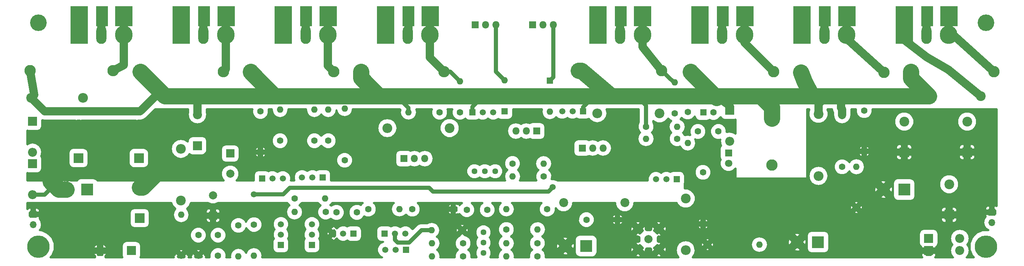
<source format=gbr>
G04 #@! TF.FileFunction,Copper,L1,Top,Signal*
%FSLAX46Y46*%
G04 Gerber Fmt 4.6, Leading zero omitted, Abs format (unit mm)*
G04 Created by KiCad (PCBNEW 4.0.7) date 10/16/20 16:11:55*
%MOMM*%
%LPD*%
G01*
G04 APERTURE LIST*
%ADD10C,0.100000*%
%ADD11C,1.520000*%
%ADD12R,1.520000X1.520000*%
%ADD13C,1.600000*%
%ADD14O,1.600000X1.600000*%
%ADD15R,2.200000X2.200000*%
%ADD16O,2.200000X2.200000*%
%ADD17R,2.400000X2.400000*%
%ADD18C,2.400000*%
%ADD19C,2.200000*%
%ADD20C,2.000000*%
%ADD21R,1.600000X1.600000*%
%ADD22R,2.000000X2.000000*%
%ADD23R,1.800000X1.800000*%
%ADD24C,1.800000*%
%ADD25C,1.440000*%
%ADD26O,2.400000X2.400000*%
%ADD27C,2.800000*%
%ADD28O,2.800000X2.800000*%
%ADD29R,3.000000X3.000000*%
%ADD30C,3.000000*%
%ADD31C,5.500000*%
%ADD32C,4.064000*%
%ADD33R,1.700000X1.700000*%
%ADD34O,1.700000X1.700000*%
%ADD35O,1.800000X1.800000*%
%ADD36R,4.300000X5.000000*%
%ADD37R,3.000000X5.000000*%
%ADD38R,4.300000X4.500000*%
%ADD39O,2.500000X4.500000*%
%ADD40O,4.300000X4.500000*%
%ADD41C,1.500000*%
%ADD42C,1.000000*%
%ADD43C,4.000000*%
%ADD44C,2.000000*%
%ADD45C,0.500000*%
G04 APERTURE END LIST*
D10*
D11*
X183760000Y-85450000D03*
X181220000Y-85450000D03*
D12*
X186300000Y-85450000D03*
D13*
X105000000Y-80800000D03*
D14*
X105000000Y-68100000D03*
D15*
X199250000Y-68500000D03*
D16*
X199250000Y-76120000D03*
D17*
X54625000Y-80250000D03*
D18*
X54625000Y-72750000D03*
D19*
X176860000Y-102740000D03*
X176860000Y-97660000D03*
X181940000Y-97660000D03*
X181940000Y-102740000D03*
D20*
X179400000Y-100200000D03*
D21*
X192800000Y-69050000D03*
D13*
X195300000Y-69050000D03*
D11*
X117340000Y-98800000D03*
X119880000Y-98800000D03*
D12*
X114800000Y-98800000D03*
D11*
X87340000Y-85250000D03*
X89880000Y-85250000D03*
D12*
X84800000Y-85250000D03*
D13*
X178800000Y-72550000D03*
D14*
X186420000Y-72550000D03*
D13*
X133800000Y-98000000D03*
D14*
X126300000Y-98000000D03*
D13*
X92730000Y-90190000D03*
D14*
X100230000Y-90190000D03*
D13*
X69200000Y-104200000D03*
X69200000Y-99200000D03*
X196500000Y-73700000D03*
X191500000Y-73700000D03*
X74000000Y-104200000D03*
X74000000Y-99200000D03*
D22*
X77000000Y-79125000D03*
D20*
X77000000Y-84125000D03*
D22*
X72800000Y-94400000D03*
D20*
X72800000Y-89400000D03*
D13*
X103000000Y-93600000D03*
X108000000Y-93600000D03*
X154600000Y-92800000D03*
D14*
X144600000Y-92800000D03*
D13*
X230300000Y-92400000D03*
D14*
X230300000Y-82400000D03*
D13*
X84400000Y-68800000D03*
D14*
X84400000Y-78800000D03*
D17*
X257400000Y-78800000D03*
D18*
X257400000Y-71300000D03*
D13*
X232200000Y-68600000D03*
D14*
X232200000Y-78600000D03*
D15*
X52800000Y-103000000D03*
D16*
X45180000Y-103000000D03*
D23*
X199000000Y-79000000D03*
D24*
X199000000Y-81540000D03*
D21*
X144200000Y-68800000D03*
D14*
X144200000Y-61180000D03*
D21*
X155250000Y-61250000D03*
D14*
X155250000Y-68870000D03*
D15*
X68975000Y-77200000D03*
D16*
X68975000Y-69580000D03*
D13*
X144600000Y-97800000D03*
D14*
X152220000Y-97800000D03*
D13*
X164200000Y-95400000D03*
D14*
X171820000Y-95400000D03*
D13*
X97600000Y-76000000D03*
D14*
X97600000Y-68380000D03*
D13*
X89200000Y-76000000D03*
D14*
X89200000Y-68380000D03*
D13*
X100360000Y-93520000D03*
D14*
X92740000Y-93520000D03*
D13*
X134000000Y-101200000D03*
D14*
X126380000Y-101200000D03*
D13*
X134000000Y-104400000D03*
D14*
X126380000Y-104400000D03*
D13*
X152200000Y-101200000D03*
D14*
X144580000Y-101200000D03*
D13*
X152200000Y-104400000D03*
D14*
X144580000Y-104400000D03*
D25*
X139000000Y-103600000D03*
X139000000Y-101060000D03*
X139000000Y-98520000D03*
D18*
X188500000Y-90200000D03*
D26*
X188500000Y-102900000D03*
D13*
X189000000Y-68950000D03*
D14*
X189000000Y-76570000D03*
D18*
X64925000Y-90700000D03*
D26*
X64925000Y-78000000D03*
D13*
X82800000Y-96600000D03*
D14*
X82800000Y-104220000D03*
D13*
X79000000Y-96800000D03*
D14*
X79000000Y-104420000D03*
D13*
X192750000Y-83750000D03*
D14*
X192750000Y-96450000D03*
D13*
X101000000Y-76000000D03*
D14*
X101000000Y-68380000D03*
D13*
X146100000Y-81600000D03*
D14*
X153720000Y-81600000D03*
D25*
X141850000Y-83500000D03*
X139310000Y-83500000D03*
X136770000Y-83500000D03*
D13*
X153750000Y-84750000D03*
D14*
X146130000Y-84750000D03*
D13*
X186400000Y-75500000D03*
D14*
X178780000Y-75500000D03*
D13*
X128250000Y-69000000D03*
D14*
X120630000Y-69000000D03*
D18*
X182100000Y-69250000D03*
D26*
X166860000Y-69250000D03*
D13*
X133250000Y-69000000D03*
D14*
X133250000Y-61380000D03*
D13*
X185800000Y-69250000D03*
D14*
X185800000Y-61630000D03*
D18*
X28250000Y-65500000D03*
D26*
X40950000Y-65500000D03*
D18*
X260750000Y-65000000D03*
D26*
X248050000Y-65000000D03*
D13*
X226800000Y-82400000D03*
D14*
X226800000Y-69700000D03*
D27*
X28000000Y-58800000D03*
D28*
X48320000Y-58800000D03*
D27*
X264000000Y-59000000D03*
D28*
X243680000Y-59000000D03*
D27*
X55000000Y-59000000D03*
D28*
X75320000Y-59000000D03*
D27*
X237000000Y-59200000D03*
D28*
X216680000Y-59200000D03*
D27*
X82000000Y-59000000D03*
D28*
X102320000Y-59000000D03*
D27*
X210000000Y-59000000D03*
D28*
X189680000Y-59000000D03*
D27*
X109000000Y-59000000D03*
D28*
X129320000Y-59000000D03*
D27*
X182600000Y-58800000D03*
D28*
X162280000Y-58800000D03*
D29*
X220900000Y-100900000D03*
D30*
X215820000Y-100900000D03*
D29*
X242000000Y-88000000D03*
D30*
X236920000Y-88000000D03*
D29*
X42000000Y-88000000D03*
D30*
X36920000Y-88000000D03*
D31*
X262000000Y-102000000D03*
D32*
X262000000Y-47000000D03*
D31*
X30000000Y-102000000D03*
D32*
X30000000Y-47000000D03*
D29*
X164125000Y-101850000D03*
D30*
X159045000Y-101850000D03*
D17*
X39850000Y-80250000D03*
D18*
X39850000Y-72750000D03*
D17*
X54825000Y-95000000D03*
D18*
X54825000Y-87500000D03*
D17*
X242000000Y-78800000D03*
D18*
X242000000Y-71300000D03*
D17*
X253000000Y-94200000D03*
D18*
X253000000Y-86700000D03*
X130700000Y-72900000D03*
D26*
X115460000Y-72900000D03*
D19*
X158600000Y-91200000D03*
X173600000Y-91200000D03*
D27*
X209600000Y-82000000D03*
X209600000Y-70570000D03*
D18*
X221000000Y-69400000D03*
D26*
X221000000Y-84640000D03*
D11*
X117460000Y-102800000D03*
X114920000Y-102800000D03*
D12*
X120000000Y-102800000D03*
D11*
X97110000Y-85000000D03*
X94570000Y-85000000D03*
D12*
X99650000Y-85000000D03*
D11*
X97000000Y-99060000D03*
X97000000Y-96520000D03*
D12*
X97000000Y-101600000D03*
D11*
X89400000Y-99060000D03*
X89400000Y-96520000D03*
D12*
X89400000Y-101600000D03*
D11*
X104660000Y-98800000D03*
X102120000Y-98800000D03*
D12*
X107200000Y-98800000D03*
D11*
X138840000Y-69000000D03*
X141380000Y-69000000D03*
D12*
X136300000Y-69000000D03*
D11*
X160810000Y-68800000D03*
X158270000Y-68800000D03*
D12*
X163350000Y-68800000D03*
D15*
X28600000Y-71200000D03*
D16*
X28600000Y-78820000D03*
D15*
X248000000Y-100000000D03*
D16*
X255620000Y-100000000D03*
D15*
X28600000Y-81600000D03*
D16*
X28600000Y-89220000D03*
D15*
X248000000Y-103000000D03*
D16*
X255620000Y-103000000D03*
D13*
X65000000Y-104200000D03*
D14*
X65000000Y-94200000D03*
D13*
X193850000Y-101530000D03*
D14*
X206550000Y-101530000D03*
D13*
X121575000Y-92825000D03*
D14*
X131575000Y-92825000D03*
D13*
X134910000Y-92960000D03*
X139910000Y-92960000D03*
X110800000Y-92800000D03*
D14*
X118420000Y-92800000D03*
D33*
X263460000Y-93540000D03*
D34*
X263460000Y-96080000D03*
D33*
X28770000Y-94110000D03*
D34*
X28770000Y-96650000D03*
D23*
X119550000Y-80400000D03*
D35*
X122090000Y-80400000D03*
X124630000Y-80400000D03*
D23*
X152000000Y-73600000D03*
D35*
X149460000Y-73600000D03*
X146920000Y-73600000D03*
D23*
X163200000Y-77800000D03*
D35*
X165740000Y-77800000D03*
X168280000Y-77800000D03*
D23*
X137000000Y-47500000D03*
D35*
X139540000Y-47500000D03*
X142080000Y-47500000D03*
D23*
X151000000Y-47500000D03*
D35*
X153540000Y-47500000D03*
X156080000Y-47500000D03*
D36*
X50968000Y-45428000D03*
D37*
X45588000Y-45428000D03*
D38*
X40000000Y-50000000D03*
D39*
X45450000Y-50000000D03*
D40*
X50900000Y-50000000D03*
D36*
X40000000Y-45428000D03*
X252968000Y-45428000D03*
D37*
X247588000Y-45428000D03*
D38*
X242000000Y-50000000D03*
D39*
X247450000Y-50000000D03*
D40*
X252900000Y-50000000D03*
D36*
X242000000Y-45428000D03*
X75968000Y-45428000D03*
D37*
X70588000Y-45428000D03*
D38*
X65000000Y-50000000D03*
D39*
X70450000Y-50000000D03*
D40*
X75900000Y-50000000D03*
D36*
X65000000Y-45428000D03*
X227968000Y-45428000D03*
D37*
X222588000Y-45428000D03*
D38*
X217000000Y-50000000D03*
D39*
X222450000Y-50000000D03*
D40*
X227900000Y-50000000D03*
D36*
X217000000Y-45428000D03*
X100968000Y-45428000D03*
D37*
X95588000Y-45428000D03*
D38*
X90000000Y-50000000D03*
D39*
X95450000Y-50000000D03*
D40*
X100900000Y-50000000D03*
D36*
X90000000Y-45428000D03*
X202968000Y-45428000D03*
D37*
X197588000Y-45428000D03*
D38*
X192000000Y-50000000D03*
D39*
X197450000Y-50000000D03*
D40*
X202900000Y-50000000D03*
D36*
X192000000Y-45428000D03*
X125968000Y-45428000D03*
D37*
X120588000Y-45428000D03*
D38*
X115000000Y-50000000D03*
D39*
X120450000Y-50000000D03*
D40*
X125900000Y-50000000D03*
D36*
X115000000Y-45428000D03*
X177968000Y-45428000D03*
D37*
X172588000Y-45428000D03*
D38*
X167000000Y-50000000D03*
D39*
X172450000Y-50000000D03*
D40*
X177900000Y-50000000D03*
D36*
X167000000Y-45428000D03*
D41*
X155900000Y-87400000D03*
X82800000Y-89200000D03*
D42*
X28600000Y-89220000D02*
X31580000Y-89220000D01*
X32800000Y-88000000D02*
X36920000Y-88000000D01*
X31580000Y-89220000D02*
X32800000Y-88000000D01*
D43*
X54825000Y-87500000D02*
X55500000Y-87500000D01*
X55500000Y-87500000D02*
X59000000Y-84000000D01*
X59000000Y-84000000D02*
X59000000Y-75000000D01*
X59000000Y-75000000D02*
X56750000Y-72750000D01*
X56750000Y-72750000D02*
X54625000Y-72750000D01*
X36920000Y-88000000D02*
X35000000Y-88000000D01*
X37600000Y-75000000D02*
X39850000Y-72750000D01*
X34000000Y-75000000D02*
X37600000Y-75000000D01*
X33000000Y-76000000D02*
X34000000Y-75000000D01*
X33000000Y-86000000D02*
X33000000Y-76000000D01*
X35000000Y-88000000D02*
X33000000Y-86000000D01*
D42*
X117340000Y-98800000D02*
X117340000Y-100340000D01*
X123800000Y-98000000D02*
X126300000Y-98000000D01*
X120800000Y-101000000D02*
X123800000Y-98000000D01*
X118000000Y-101000000D02*
X120800000Y-101000000D01*
X117340000Y-100340000D02*
X118000000Y-101000000D01*
D44*
X247450000Y-50000000D02*
X247450000Y-45566000D01*
X247450000Y-45566000D02*
X247588000Y-45428000D01*
X222450000Y-50000000D02*
X222450000Y-45566000D01*
X222450000Y-45566000D02*
X222588000Y-45428000D01*
X197450000Y-50000000D02*
X197450000Y-45566000D01*
X197450000Y-45566000D02*
X197588000Y-45428000D01*
X172450000Y-50000000D02*
X172450000Y-45566000D01*
X172450000Y-45566000D02*
X172588000Y-45428000D01*
D42*
X142080000Y-47500000D02*
X142080000Y-59060000D01*
X142080000Y-59060000D02*
X144200000Y-61180000D01*
X144280000Y-61100000D02*
X144200000Y-61180000D01*
D45*
X144200000Y-61180000D02*
X143830000Y-61180000D01*
D42*
X156080000Y-47500000D02*
X156080000Y-60420000D01*
X156080000Y-60420000D02*
X155250000Y-61250000D01*
D44*
X120588000Y-45428000D02*
X120588000Y-49862000D01*
X120588000Y-49862000D02*
X120450000Y-50000000D01*
X95450000Y-50000000D02*
X95450000Y-45566000D01*
X95450000Y-45566000D02*
X95588000Y-45428000D01*
X70450000Y-50000000D02*
X70450000Y-45566000D01*
X70450000Y-45566000D02*
X70588000Y-45428000D01*
X45450000Y-50000000D02*
X45450000Y-45566000D01*
X45450000Y-45566000D02*
X45588000Y-45428000D01*
X50900000Y-50000000D02*
X50900000Y-57420000D01*
X50900000Y-57420000D02*
X48320000Y-58800000D01*
X50900000Y-50000000D02*
X50900000Y-45496000D01*
X50900000Y-45496000D02*
X50968000Y-45428000D01*
X252900000Y-50000000D02*
X254000000Y-50000000D01*
X254000000Y-50000000D02*
X264000000Y-59000000D01*
X252900000Y-50000000D02*
X252900000Y-45496000D01*
X252900000Y-45496000D02*
X252968000Y-45428000D01*
X75900000Y-50000000D02*
X75900000Y-58420000D01*
X75900000Y-58420000D02*
X75320000Y-59000000D01*
X75900000Y-50000000D02*
X75900000Y-45496000D01*
X75900000Y-45496000D02*
X75968000Y-45428000D01*
X227900000Y-50000000D02*
X227900000Y-45496000D01*
X227900000Y-45496000D02*
X227968000Y-45428000D01*
X227900000Y-50000000D02*
X227900000Y-50900000D01*
X227900000Y-50900000D02*
X237000000Y-59200000D01*
X100900000Y-50000000D02*
X100900000Y-57580000D01*
X100900000Y-57580000D02*
X102320000Y-59000000D01*
X100900000Y-50000000D02*
X100900000Y-45496000D01*
X100900000Y-45496000D02*
X100968000Y-45428000D01*
X202900000Y-50000000D02*
X202900000Y-51900000D01*
X202900000Y-51900000D02*
X210000000Y-59000000D01*
X202900000Y-50000000D02*
X202900000Y-45496000D01*
X202900000Y-45496000D02*
X202968000Y-45428000D01*
D42*
X129320000Y-59000000D02*
X130870000Y-59000000D01*
X130870000Y-59000000D02*
X133250000Y-61380000D01*
D44*
X125900000Y-50000000D02*
X125900000Y-55580000D01*
X125900000Y-55580000D02*
X129320000Y-59000000D01*
X125900000Y-50000000D02*
X125900000Y-45496000D01*
X125900000Y-45496000D02*
X125968000Y-45428000D01*
D42*
X185800000Y-61630000D02*
X185680000Y-61630000D01*
X185680000Y-61630000D02*
X182600000Y-58800000D01*
D45*
X182600000Y-58800000D02*
X182720000Y-58800000D01*
D44*
X177900000Y-50000000D02*
X177900000Y-52900000D01*
X177900000Y-52900000D02*
X182600000Y-58800000D01*
X177900000Y-50000000D02*
X177900000Y-45496000D01*
X177900000Y-45496000D02*
X177968000Y-45428000D01*
D42*
X178800000Y-72550000D02*
X178800000Y-67300000D01*
X178800000Y-67300000D02*
X176500000Y-65000000D01*
X163350000Y-68800000D02*
X163350000Y-67750000D01*
X163350000Y-67750000D02*
X166100000Y-65000000D01*
X136300000Y-69000000D02*
X136300000Y-67700000D01*
X136300000Y-67700000D02*
X139000000Y-65000000D01*
X155900000Y-87500000D02*
X155900000Y-87400000D01*
X154900000Y-88500000D02*
X155900000Y-87500000D01*
X126600000Y-88500000D02*
X154900000Y-88500000D01*
X125700000Y-87600000D02*
X126600000Y-88500000D01*
X91600000Y-87600000D02*
X125700000Y-87600000D01*
X90000000Y-89200000D02*
X91600000Y-87600000D01*
X82800000Y-89200000D02*
X90000000Y-89200000D01*
D44*
X68975000Y-69580000D02*
X68975000Y-65555000D01*
X68975000Y-65555000D02*
X68420000Y-65000000D01*
X31540000Y-68790000D02*
X28250000Y-65500000D01*
X54930000Y-68790000D02*
X31540000Y-68790000D01*
X58720000Y-65000000D02*
X54930000Y-68790000D01*
X61000000Y-65000000D02*
X58720000Y-65000000D01*
D43*
X216680000Y-59200000D02*
X217600000Y-61400000D01*
X217600000Y-61400000D02*
X219420000Y-65000000D01*
D44*
X226800000Y-69700000D02*
X226800000Y-68250000D01*
X226500000Y-67950000D02*
X226500000Y-65000000D01*
X226800000Y-68250000D02*
X226500000Y-67950000D01*
X221000000Y-69400000D02*
X221000000Y-66970000D01*
X221000000Y-66970000D02*
X222970000Y-65000000D01*
D42*
X120630000Y-69000000D02*
X120630000Y-67880000D01*
X120630000Y-67880000D02*
X117750000Y-65000000D01*
D44*
X199250000Y-68500000D02*
X199250000Y-67430000D01*
X199250000Y-67430000D02*
X196070000Y-65000000D01*
X196070000Y-65000000D02*
X196070000Y-65480000D01*
D43*
X209600000Y-70570000D02*
X209600000Y-67720000D01*
X209600000Y-67720000D02*
X206880000Y-65000000D01*
X243680000Y-59000000D02*
X243680000Y-60630000D01*
X243680000Y-60630000D02*
X248050000Y-65000000D01*
X189680000Y-59000000D02*
X189680000Y-59090000D01*
X189680000Y-59090000D02*
X196070000Y-65480000D01*
X196070000Y-65480000D02*
X195590000Y-65000000D01*
X162280000Y-58800000D02*
X162930000Y-58800000D01*
X162930000Y-58800000D02*
X170330000Y-65000000D01*
X109000000Y-59000000D02*
X109000000Y-60550000D01*
X109000000Y-60550000D02*
X113450000Y-65000000D01*
X82000000Y-59000000D02*
X82000000Y-59150000D01*
X82000000Y-59150000D02*
X87850000Y-65000000D01*
X248050000Y-65000000D02*
X226500000Y-65000000D01*
X226500000Y-65000000D02*
X222970000Y-65000000D01*
X222970000Y-65000000D02*
X219420000Y-65000000D01*
X219420000Y-65000000D02*
X206880000Y-65000000D01*
X206880000Y-65000000D02*
X195590000Y-65000000D01*
X195590000Y-65000000D02*
X186600000Y-65000000D01*
X186600000Y-65000000D02*
X176500000Y-65000000D01*
X176500000Y-65000000D02*
X170330000Y-65000000D01*
X170330000Y-65000000D02*
X166100000Y-65000000D01*
X166100000Y-65000000D02*
X144470000Y-65000000D01*
X144470000Y-65000000D02*
X139000000Y-65000000D01*
X139000000Y-65000000D02*
X140050000Y-65000000D01*
X140050000Y-65000000D02*
X117750000Y-65000000D01*
X117750000Y-65000000D02*
X113450000Y-65000000D01*
X113450000Y-65000000D02*
X87850000Y-65000000D01*
X87850000Y-65000000D02*
X68420000Y-65000000D01*
X68420000Y-65000000D02*
X63510000Y-65000000D01*
X63510000Y-65000000D02*
X61000000Y-65000000D01*
X61000000Y-65000000D02*
X55000000Y-59000000D01*
D44*
X28000000Y-58800000D02*
X29000000Y-64750000D01*
X29000000Y-64750000D02*
X28250000Y-65500000D01*
X65000000Y-50000000D02*
X65000000Y-45428000D01*
X115000000Y-50000000D02*
X115000000Y-45428000D01*
X90000000Y-50000000D02*
X90000000Y-45428000D01*
X40000000Y-50000000D02*
X40000000Y-45428000D01*
X217000000Y-50000000D02*
X217000000Y-45428000D01*
X242000000Y-50000000D02*
X242000000Y-45428000D01*
X242000000Y-50000000D02*
X242000000Y-51250000D01*
X242000000Y-51250000D02*
X247500000Y-55500000D01*
X252750000Y-58500000D02*
X260750000Y-65000000D01*
X247500000Y-55500000D02*
X252750000Y-58500000D01*
X192000000Y-50000000D02*
X192000000Y-45428000D01*
X167000000Y-50000000D02*
X167000000Y-45428000D01*
D45*
G36*
X66725000Y-69031227D02*
X66625000Y-69533961D01*
X66625000Y-69626039D01*
X66803883Y-70525345D01*
X67313299Y-71287740D01*
X68075694Y-71797156D01*
X68975000Y-71976039D01*
X69874306Y-71797156D01*
X70636701Y-71287740D01*
X71146117Y-70525345D01*
X71325000Y-69626039D01*
X71325000Y-69533961D01*
X71225000Y-69031227D01*
X71225000Y-68250000D01*
X82408673Y-68250000D01*
X82350357Y-68390441D01*
X82349645Y-69205981D01*
X82661081Y-69959715D01*
X83237252Y-70536892D01*
X83990441Y-70849643D01*
X84805981Y-70850355D01*
X85559715Y-70538919D01*
X86136892Y-69962748D01*
X86449643Y-69209559D01*
X86450355Y-68394019D01*
X86390848Y-68250000D01*
X87167870Y-68250000D01*
X87150000Y-68339838D01*
X87150000Y-68420162D01*
X87306047Y-69204663D01*
X87750431Y-69869731D01*
X88415499Y-70314115D01*
X89200000Y-70470162D01*
X89984501Y-70314115D01*
X90649569Y-69869731D01*
X91093953Y-69204663D01*
X91250000Y-68420162D01*
X91250000Y-68339838D01*
X91232130Y-68250000D01*
X95567870Y-68250000D01*
X95550000Y-68339838D01*
X95550000Y-68420162D01*
X95706047Y-69204663D01*
X96150431Y-69869731D01*
X96815499Y-70314115D01*
X97600000Y-70470162D01*
X98384501Y-70314115D01*
X99049569Y-69869731D01*
X99300000Y-69494934D01*
X99550431Y-69869731D01*
X100215499Y-70314115D01*
X101000000Y-70470162D01*
X101784501Y-70314115D01*
X102449569Y-69869731D01*
X102893953Y-69204663D01*
X103027848Y-68531529D01*
X103106047Y-68924663D01*
X103550431Y-69589731D01*
X104215499Y-70034115D01*
X105000000Y-70190162D01*
X105784501Y-70034115D01*
X106449569Y-69589731D01*
X106893953Y-68924663D01*
X107028152Y-68250000D01*
X118525126Y-68250000D01*
X118661830Y-68386704D01*
X118539838Y-69000000D01*
X118695885Y-69784501D01*
X119140269Y-70449569D01*
X119805337Y-70893953D01*
X120589838Y-71050000D01*
X120670162Y-71050000D01*
X121454663Y-70893953D01*
X122119731Y-70449569D01*
X122564115Y-69784501D01*
X122720162Y-69000000D01*
X122570978Y-68250000D01*
X126341720Y-68250000D01*
X126200357Y-68590441D01*
X126199645Y-69405981D01*
X126511081Y-70159715D01*
X127087252Y-70736892D01*
X127840441Y-71049643D01*
X128655981Y-71050355D01*
X129409715Y-70738919D01*
X129986892Y-70162748D01*
X130299643Y-69409559D01*
X130300355Y-68594019D01*
X130158209Y-68250000D01*
X131341720Y-68250000D01*
X131200357Y-68590441D01*
X131199645Y-69405981D01*
X131511081Y-70159715D01*
X132087252Y-70736892D01*
X132840441Y-71049643D01*
X133655981Y-71050355D01*
X134409715Y-70738919D01*
X134577035Y-70571890D01*
X134626437Y-70648663D01*
X135044153Y-70934076D01*
X135540000Y-71034488D01*
X137060000Y-71034488D01*
X137523222Y-70947327D01*
X137823307Y-70754227D01*
X138438432Y-71009650D01*
X139238060Y-71010348D01*
X139977086Y-70704988D01*
X140109736Y-70572569D01*
X140239940Y-70703001D01*
X140978432Y-71009650D01*
X141778060Y-71010348D01*
X142517086Y-70704988D01*
X142633280Y-70588997D01*
X142904153Y-70774076D01*
X143400000Y-70874488D01*
X145000000Y-70874488D01*
X145463222Y-70787327D01*
X145888663Y-70513563D01*
X146174076Y-70095847D01*
X146274488Y-69600000D01*
X146274488Y-68250000D01*
X153315337Y-68250000D01*
X153200000Y-68829838D01*
X153200000Y-68910162D01*
X153356047Y-69694663D01*
X153800431Y-70359731D01*
X154465499Y-70804115D01*
X155250000Y-70960162D01*
X156034501Y-70804115D01*
X156699569Y-70359731D01*
X156814786Y-70187296D01*
X157129940Y-70503001D01*
X157868432Y-70809650D01*
X158668060Y-70810348D01*
X159407086Y-70504988D01*
X159539736Y-70372569D01*
X159669940Y-70503001D01*
X160408432Y-70809650D01*
X161208060Y-70810348D01*
X161829798Y-70553450D01*
X162094153Y-70734076D01*
X162590000Y-70834488D01*
X164110000Y-70834488D01*
X164573222Y-70747327D01*
X164817487Y-70590147D01*
X165079590Y-70982412D01*
X165874428Y-71513505D01*
X166812002Y-71700000D01*
X166907998Y-71700000D01*
X167845572Y-71513505D01*
X168640410Y-70982412D01*
X169171503Y-70187574D01*
X169357998Y-69250000D01*
X169171503Y-68312426D01*
X169129791Y-68250000D01*
X177050000Y-68250000D01*
X177050000Y-71418820D01*
X176750357Y-72140441D01*
X176749645Y-72955981D01*
X177061081Y-73709715D01*
X177356816Y-74005966D01*
X177290269Y-74050431D01*
X176845885Y-74715499D01*
X176689838Y-75500000D01*
X176845885Y-76284501D01*
X177290269Y-76949569D01*
X177955337Y-77393953D01*
X178739838Y-77550000D01*
X178820162Y-77550000D01*
X179604663Y-77393953D01*
X180269731Y-76949569D01*
X180714115Y-76284501D01*
X180870162Y-75500000D01*
X180714115Y-74715499D01*
X180269731Y-74050431D01*
X180227132Y-74021968D01*
X180536892Y-73712748D01*
X180849643Y-72959559D01*
X180850355Y-72144019D01*
X180550000Y-71417103D01*
X180550000Y-71165143D01*
X180710375Y-71325798D01*
X181610527Y-71699573D01*
X182585197Y-71700424D01*
X183486000Y-71328220D01*
X184175798Y-70639625D01*
X184209520Y-70558413D01*
X184637252Y-70986892D01*
X184926015Y-71106797D01*
X184485885Y-71765499D01*
X184329838Y-72550000D01*
X184485885Y-73334501D01*
X184930269Y-73999569D01*
X184972868Y-74028032D01*
X184663108Y-74337252D01*
X184350357Y-75090441D01*
X184349645Y-75905981D01*
X184661081Y-76659715D01*
X185237252Y-77236892D01*
X185990441Y-77549643D01*
X186805981Y-77550355D01*
X187122650Y-77419510D01*
X187550431Y-78059731D01*
X188215499Y-78504115D01*
X189000000Y-78660162D01*
X189784501Y-78504115D01*
X190449569Y-78059731D01*
X190893953Y-77394663D01*
X191050000Y-76610162D01*
X191050000Y-76529838D01*
X190893953Y-75745337D01*
X190822486Y-75638378D01*
X191090441Y-75749643D01*
X191905981Y-75750355D01*
X192659715Y-75438919D01*
X193236892Y-74862748D01*
X193549643Y-74109559D01*
X193550355Y-73294019D01*
X193238919Y-72540285D01*
X192662748Y-71963108D01*
X191909559Y-71650357D01*
X191094019Y-71649645D01*
X190340285Y-71961081D01*
X189763108Y-72537252D01*
X189450357Y-73290441D01*
X189449645Y-74105981D01*
X189658217Y-74610766D01*
X189000000Y-74479838D01*
X188257598Y-74627511D01*
X188138919Y-74340285D01*
X187843184Y-74044034D01*
X187909731Y-73999569D01*
X188354115Y-73334501D01*
X188510162Y-72550000D01*
X188354115Y-71765499D01*
X187909731Y-71100431D01*
X187273719Y-70675462D01*
X187536892Y-70412748D01*
X187544734Y-70393863D01*
X187837252Y-70686892D01*
X188590441Y-70999643D01*
X189405981Y-71000355D01*
X190159715Y-70688919D01*
X190736892Y-70112748D01*
X190763083Y-70049673D01*
X190812673Y-70313222D01*
X191086437Y-70738663D01*
X191504153Y-71024076D01*
X192000000Y-71124488D01*
X193600000Y-71124488D01*
X194063222Y-71037327D01*
X194328802Y-70866431D01*
X194890441Y-71099643D01*
X195705981Y-71100355D01*
X196459715Y-70788919D01*
X197036892Y-70212748D01*
X197045520Y-70191970D01*
X197236437Y-70488663D01*
X197654153Y-70774076D01*
X198150000Y-70874488D01*
X200350000Y-70874488D01*
X200750000Y-70799223D01*
X200750000Y-74304215D01*
X200149306Y-73902844D01*
X199250000Y-73723961D01*
X198549858Y-73863228D01*
X198550355Y-73294019D01*
X198238919Y-72540285D01*
X197662748Y-71963108D01*
X196909559Y-71650357D01*
X196094019Y-71649645D01*
X195340285Y-71961081D01*
X194763108Y-72537252D01*
X194450357Y-73290441D01*
X194449645Y-74105981D01*
X194761081Y-74859715D01*
X195337252Y-75436892D01*
X196090441Y-75749643D01*
X196905981Y-75750355D01*
X196969598Y-75724069D01*
X196900000Y-76073961D01*
X196900000Y-76166039D01*
X197078883Y-77065345D01*
X197185278Y-77224576D01*
X196925924Y-77604153D01*
X196825512Y-78100000D01*
X196825512Y-79900000D01*
X196912673Y-80363222D01*
X197063395Y-80597450D01*
X196850374Y-81110462D01*
X196849628Y-81965785D01*
X197176256Y-82756286D01*
X197780533Y-83361619D01*
X198570462Y-83689626D01*
X199425785Y-83690372D01*
X200216286Y-83363744D01*
X200750000Y-82830961D01*
X200750000Y-85000000D01*
X200769696Y-85097264D01*
X200825682Y-85179202D01*
X200909136Y-85232903D01*
X201000000Y-85250000D01*
X218000000Y-85250000D01*
X218097264Y-85230304D01*
X218179202Y-85174318D01*
X218232903Y-85090864D01*
X218250000Y-85000000D01*
X218250000Y-84592002D01*
X218550000Y-84592002D01*
X218550000Y-84687998D01*
X218736495Y-85625572D01*
X219267588Y-86420410D01*
X220062426Y-86951503D01*
X221000000Y-87137998D01*
X221937574Y-86951503D01*
X222732412Y-86420410D01*
X222964517Y-86073039D01*
X236053699Y-86073039D01*
X236920000Y-86939340D01*
X237359340Y-86500000D01*
X239225512Y-86500000D01*
X239225512Y-89500000D01*
X239312673Y-89963222D01*
X239586437Y-90388663D01*
X240004153Y-90674076D01*
X240500000Y-90774488D01*
X243500000Y-90774488D01*
X243963222Y-90687327D01*
X244388663Y-90413563D01*
X244674076Y-89995847D01*
X244774488Y-89500000D01*
X244774488Y-87185197D01*
X250549576Y-87185197D01*
X250921780Y-88086000D01*
X251610375Y-88775798D01*
X252510527Y-89149573D01*
X253485197Y-89150424D01*
X254386000Y-88778220D01*
X255075798Y-88089625D01*
X255449573Y-87189473D01*
X255450424Y-86214803D01*
X255078220Y-85314000D01*
X254389625Y-84624202D01*
X253489473Y-84250427D01*
X252514803Y-84249576D01*
X251614000Y-84621780D01*
X250924202Y-85310375D01*
X250550427Y-86210527D01*
X250549576Y-87185197D01*
X244774488Y-87185197D01*
X244774488Y-86500000D01*
X244687327Y-86036778D01*
X244413563Y-85611337D01*
X243995847Y-85325924D01*
X243500000Y-85225512D01*
X240500000Y-85225512D01*
X240036778Y-85312673D01*
X239611337Y-85586437D01*
X239325924Y-86004153D01*
X239225512Y-86500000D01*
X237359340Y-86500000D01*
X237786301Y-86073039D01*
X237592639Y-85798216D01*
X236698851Y-85708408D01*
X236247361Y-85798216D01*
X236053699Y-86073039D01*
X222964517Y-86073039D01*
X223263505Y-85625572D01*
X223450000Y-84687998D01*
X223450000Y-84592002D01*
X223263505Y-83654428D01*
X222732412Y-82859590D01*
X222652181Y-82805981D01*
X224749645Y-82805981D01*
X225061081Y-83559715D01*
X225637252Y-84136892D01*
X226390441Y-84449643D01*
X227205981Y-84450355D01*
X227959715Y-84138919D01*
X228536892Y-83562748D01*
X228573324Y-83475010D01*
X228850431Y-83889731D01*
X229515499Y-84334115D01*
X230300000Y-84490162D01*
X231084501Y-84334115D01*
X231749569Y-83889731D01*
X232193953Y-83224663D01*
X232350000Y-82440162D01*
X232350000Y-82359838D01*
X232193953Y-81575337D01*
X231749569Y-80910269D01*
X231084501Y-80465885D01*
X230300000Y-80309838D01*
X229515499Y-80465885D01*
X228850431Y-80910269D01*
X228573691Y-81324440D01*
X228538919Y-81240285D01*
X227962748Y-80663108D01*
X227209559Y-80350357D01*
X226394019Y-80349645D01*
X225640285Y-80661081D01*
X225063108Y-81237252D01*
X224750357Y-81990441D01*
X224749645Y-82805981D01*
X222652181Y-82805981D01*
X221937574Y-82328497D01*
X221000000Y-82142002D01*
X220062426Y-82328497D01*
X219267588Y-82859590D01*
X218736495Y-83654428D01*
X218550000Y-84592002D01*
X218250000Y-84592002D01*
X218250000Y-79230635D01*
X230775306Y-79230635D01*
X231125088Y-79727838D01*
X231569369Y-80024665D01*
X231800000Y-79908737D01*
X231800000Y-79000000D01*
X232600000Y-79000000D01*
X232600000Y-79908737D01*
X232830631Y-80024665D01*
X233274912Y-79727838D01*
X233372232Y-79589500D01*
X240042000Y-79589500D01*
X240042000Y-80150776D01*
X240157399Y-80429373D01*
X240370628Y-80642602D01*
X240649225Y-80758000D01*
X241210500Y-80758000D01*
X241400000Y-80568500D01*
X241400000Y-79400000D01*
X242600000Y-79400000D01*
X242600000Y-80568500D01*
X242789500Y-80758000D01*
X243350775Y-80758000D01*
X243629372Y-80642602D01*
X243842601Y-80429373D01*
X243958000Y-80150776D01*
X243958000Y-79589500D01*
X255442000Y-79589500D01*
X255442000Y-80150776D01*
X255557399Y-80429373D01*
X255770628Y-80642602D01*
X256049225Y-80758000D01*
X256610500Y-80758000D01*
X256800000Y-80568500D01*
X256800000Y-79400000D01*
X258000000Y-79400000D01*
X258000000Y-80568500D01*
X258189500Y-80758000D01*
X258750775Y-80758000D01*
X259029372Y-80642602D01*
X259242601Y-80429373D01*
X259358000Y-80150776D01*
X259358000Y-79589500D01*
X259168500Y-79400000D01*
X258000000Y-79400000D01*
X256800000Y-79400000D01*
X255631500Y-79400000D01*
X255442000Y-79589500D01*
X243958000Y-79589500D01*
X243768500Y-79400000D01*
X242600000Y-79400000D01*
X241400000Y-79400000D01*
X240231500Y-79400000D01*
X240042000Y-79589500D01*
X233372232Y-79589500D01*
X233624694Y-79230635D01*
X233516307Y-79000000D01*
X232600000Y-79000000D01*
X231800000Y-79000000D01*
X230883693Y-79000000D01*
X230775306Y-79230635D01*
X218250000Y-79230635D01*
X218250000Y-77969365D01*
X230775306Y-77969365D01*
X230883693Y-78200000D01*
X231800000Y-78200000D01*
X231800000Y-77291263D01*
X232600000Y-77291263D01*
X232600000Y-78200000D01*
X233516307Y-78200000D01*
X233624694Y-77969365D01*
X233274912Y-77472162D01*
X233240580Y-77449224D01*
X240042000Y-77449224D01*
X240042000Y-78010500D01*
X240231500Y-78200000D01*
X241400000Y-78200000D01*
X241400000Y-77031500D01*
X242600000Y-77031500D01*
X242600000Y-78200000D01*
X243768500Y-78200000D01*
X243958000Y-78010500D01*
X243958000Y-77449224D01*
X255442000Y-77449224D01*
X255442000Y-78010500D01*
X255631500Y-78200000D01*
X256800000Y-78200000D01*
X256800000Y-77031500D01*
X258000000Y-77031500D01*
X258000000Y-78200000D01*
X259168500Y-78200000D01*
X259358000Y-78010500D01*
X259358000Y-77449224D01*
X259242601Y-77170627D01*
X259029372Y-76957398D01*
X258750775Y-76842000D01*
X258189500Y-76842000D01*
X258000000Y-77031500D01*
X256800000Y-77031500D01*
X256610500Y-76842000D01*
X256049225Y-76842000D01*
X255770628Y-76957398D01*
X255557399Y-77170627D01*
X255442000Y-77449224D01*
X243958000Y-77449224D01*
X243842601Y-77170627D01*
X243629372Y-76957398D01*
X243350775Y-76842000D01*
X242789500Y-76842000D01*
X242600000Y-77031500D01*
X241400000Y-77031500D01*
X241210500Y-76842000D01*
X240649225Y-76842000D01*
X240370628Y-76957398D01*
X240157399Y-77170627D01*
X240042000Y-77449224D01*
X233240580Y-77449224D01*
X232830631Y-77175335D01*
X232600000Y-77291263D01*
X231800000Y-77291263D01*
X231569369Y-77175335D01*
X231125088Y-77472162D01*
X230775306Y-77969365D01*
X218250000Y-77969365D01*
X218250000Y-68250000D01*
X218750000Y-68250000D01*
X218750000Y-68429901D01*
X218550427Y-68910527D01*
X218549576Y-69885197D01*
X218921780Y-70786000D01*
X219610375Y-71475798D01*
X220510527Y-71849573D01*
X221485197Y-71850424D01*
X222386000Y-71478220D01*
X223075798Y-70789625D01*
X223449573Y-69889473D01*
X223450424Y-68914803D01*
X223250000Y-68429740D01*
X223250000Y-68250000D01*
X224309674Y-68250000D01*
X224421271Y-68811038D01*
X224550000Y-69003694D01*
X224550000Y-69700000D01*
X224721271Y-70561038D01*
X225209010Y-71290990D01*
X225938962Y-71778729D01*
X226800000Y-71950000D01*
X227628521Y-71785197D01*
X239549576Y-71785197D01*
X239921780Y-72686000D01*
X240610375Y-73375798D01*
X241510527Y-73749573D01*
X242485197Y-73750424D01*
X243386000Y-73378220D01*
X244075798Y-72689625D01*
X244449573Y-71789473D01*
X244449576Y-71785197D01*
X254949576Y-71785197D01*
X255321780Y-72686000D01*
X256010375Y-73375798D01*
X256910527Y-73749573D01*
X257885197Y-73750424D01*
X258786000Y-73378220D01*
X259475798Y-72689625D01*
X259849573Y-71789473D01*
X259850424Y-70814803D01*
X259478220Y-69914000D01*
X258789625Y-69224202D01*
X257889473Y-68850427D01*
X256914803Y-68849576D01*
X256014000Y-69221780D01*
X255324202Y-69910375D01*
X254950427Y-70810527D01*
X254949576Y-71785197D01*
X244449576Y-71785197D01*
X244450424Y-70814803D01*
X244078220Y-69914000D01*
X243389625Y-69224202D01*
X242489473Y-68850427D01*
X241514803Y-68849576D01*
X240614000Y-69221780D01*
X239924202Y-69910375D01*
X239550427Y-70810527D01*
X239549576Y-71785197D01*
X227628521Y-71785197D01*
X227661038Y-71778729D01*
X228390990Y-71290990D01*
X228878729Y-70561038D01*
X229050000Y-69700000D01*
X229050000Y-68250000D01*
X230150305Y-68250000D01*
X230149645Y-69005981D01*
X230461081Y-69759715D01*
X231037252Y-70336892D01*
X231790441Y-70649643D01*
X232605981Y-70650355D01*
X233359715Y-70338919D01*
X233936892Y-69762748D01*
X234249643Y-69009559D01*
X234250306Y-68250000D01*
X264675000Y-68250000D01*
X264675000Y-92020735D01*
X264460776Y-91932000D01*
X264074500Y-91932000D01*
X263885000Y-92121500D01*
X263885000Y-93115000D01*
X264310000Y-93115000D01*
X264310000Y-93965000D01*
X263885000Y-93965000D01*
X263885000Y-94056354D01*
X263501141Y-93980000D01*
X263418859Y-93980000D01*
X263035000Y-94056354D01*
X263035000Y-93965000D01*
X262041500Y-93965000D01*
X261852000Y-94154500D01*
X261852000Y-94540775D01*
X261897240Y-94649994D01*
X261478712Y-95276365D01*
X261318859Y-96080000D01*
X261478712Y-96883635D01*
X261933935Y-97564924D01*
X262585834Y-98000509D01*
X261207841Y-97999307D01*
X259737142Y-98606987D01*
X258610942Y-99731223D01*
X258000695Y-101200860D01*
X257999307Y-102792159D01*
X258606987Y-104262858D01*
X259018410Y-104675000D01*
X257307837Y-104675000D01*
X257327740Y-104661701D01*
X257837156Y-103899306D01*
X258016039Y-103000000D01*
X257837156Y-102100694D01*
X257435785Y-101500000D01*
X257837156Y-100899306D01*
X258016039Y-100000000D01*
X257837156Y-99100694D01*
X257327740Y-98338299D01*
X256565345Y-97828883D01*
X255666039Y-97650000D01*
X255573961Y-97650000D01*
X254674655Y-97828883D01*
X253912260Y-98338299D01*
X253402844Y-99100694D01*
X253223961Y-100000000D01*
X253402844Y-100899306D01*
X253804215Y-101500000D01*
X253402844Y-102100694D01*
X253223961Y-103000000D01*
X253402844Y-103899306D01*
X253912260Y-104661701D01*
X253932163Y-104675000D01*
X249596974Y-104675000D01*
X249742602Y-104529372D01*
X249858000Y-104250775D01*
X249858000Y-103739500D01*
X249668500Y-103550000D01*
X248550000Y-103550000D01*
X248550000Y-104100000D01*
X247450000Y-104100000D01*
X247450000Y-103550000D01*
X246331500Y-103550000D01*
X246142000Y-103739500D01*
X246142000Y-104250775D01*
X246257398Y-104529372D01*
X246403026Y-104675000D01*
X190236027Y-104675000D01*
X190763505Y-103885572D01*
X190950000Y-102947998D01*
X190950000Y-102852002D01*
X190931860Y-102760805D01*
X193184881Y-102760805D01*
X193269983Y-103008846D01*
X193880064Y-103118239D01*
X194430017Y-103008846D01*
X194515119Y-102760805D01*
X193850000Y-102095685D01*
X193184881Y-102760805D01*
X190931860Y-102760805D01*
X190763505Y-101914428D01*
X190526727Y-101560064D01*
X192261761Y-101560064D01*
X192371154Y-102110017D01*
X192619195Y-102195119D01*
X193284315Y-101530000D01*
X194415685Y-101530000D01*
X195080805Y-102195119D01*
X195328846Y-102110017D01*
X195432848Y-101530000D01*
X204459838Y-101530000D01*
X204615885Y-102314501D01*
X205060269Y-102979569D01*
X205725337Y-103423953D01*
X206509838Y-103580000D01*
X206590162Y-103580000D01*
X207374663Y-103423953D01*
X208039731Y-102979569D01*
X208141700Y-102826961D01*
X214953699Y-102826961D01*
X215147361Y-103101784D01*
X216041149Y-103191592D01*
X216492639Y-103101784D01*
X216686301Y-102826961D01*
X215820000Y-101960660D01*
X214953699Y-102826961D01*
X208141700Y-102826961D01*
X208484115Y-102314501D01*
X208640162Y-101530000D01*
X208558837Y-101121149D01*
X213528408Y-101121149D01*
X213618216Y-101572639D01*
X213893039Y-101766301D01*
X214759340Y-100900000D01*
X216880660Y-100900000D01*
X217746961Y-101766301D01*
X218021784Y-101572639D01*
X218111592Y-100678851D01*
X218021784Y-100227361D01*
X217746961Y-100033699D01*
X216880660Y-100900000D01*
X214759340Y-100900000D01*
X213893039Y-100033699D01*
X213618216Y-100227361D01*
X213528408Y-101121149D01*
X208558837Y-101121149D01*
X208484115Y-100745499D01*
X208039731Y-100080431D01*
X207374663Y-99636047D01*
X206590162Y-99480000D01*
X206509838Y-99480000D01*
X205725337Y-99636047D01*
X205060269Y-100080431D01*
X204615885Y-100745499D01*
X204459838Y-101530000D01*
X195432848Y-101530000D01*
X195438239Y-101499936D01*
X195328846Y-100949983D01*
X195080805Y-100864881D01*
X194415685Y-101530000D01*
X193284315Y-101530000D01*
X192619195Y-100864881D01*
X192371154Y-100949983D01*
X192261761Y-101560064D01*
X190526727Y-101560064D01*
X190232412Y-101119590D01*
X189437574Y-100588497D01*
X188500000Y-100402002D01*
X187562426Y-100588497D01*
X186767588Y-101119590D01*
X186236495Y-101914428D01*
X186050000Y-102852002D01*
X186050000Y-102947998D01*
X186236495Y-103885572D01*
X186763973Y-104675000D01*
X154249760Y-104675000D01*
X154250355Y-103994019D01*
X154160669Y-103776961D01*
X158178699Y-103776961D01*
X158372361Y-104051784D01*
X159266149Y-104141592D01*
X159717639Y-104051784D01*
X159911301Y-103776961D01*
X159045000Y-102910660D01*
X158178699Y-103776961D01*
X154160669Y-103776961D01*
X153938919Y-103240285D01*
X153499139Y-102799738D01*
X153936892Y-102362748D01*
X154057974Y-102071149D01*
X156753408Y-102071149D01*
X156843216Y-102522639D01*
X157118039Y-102716301D01*
X157984340Y-101850000D01*
X160105660Y-101850000D01*
X160971961Y-102716301D01*
X161246784Y-102522639D01*
X161336592Y-101628851D01*
X161246784Y-101177361D01*
X160971961Y-100983699D01*
X160105660Y-101850000D01*
X157984340Y-101850000D01*
X157118039Y-100983699D01*
X156843216Y-101177361D01*
X156753408Y-102071149D01*
X154057974Y-102071149D01*
X154249643Y-101609559D01*
X154250355Y-100794019D01*
X153938919Y-100040285D01*
X153821878Y-99923039D01*
X158178699Y-99923039D01*
X159045000Y-100789340D01*
X159484340Y-100350000D01*
X161350512Y-100350000D01*
X161350512Y-103350000D01*
X161437673Y-103813222D01*
X161711437Y-104238663D01*
X162129153Y-104524076D01*
X162625000Y-104624488D01*
X165625000Y-104624488D01*
X166088222Y-104537327D01*
X166503658Y-104270001D01*
X176107817Y-104270001D01*
X176239421Y-104529869D01*
X176971613Y-104631108D01*
X177480579Y-104529869D01*
X177612183Y-104270001D01*
X181187817Y-104270001D01*
X181319421Y-104529869D01*
X182051613Y-104631108D01*
X182560579Y-104529869D01*
X182692183Y-104270001D01*
X181940000Y-103517817D01*
X181187817Y-104270001D01*
X177612183Y-104270001D01*
X176860000Y-103517817D01*
X176107817Y-104270001D01*
X166503658Y-104270001D01*
X166513663Y-104263563D01*
X166799076Y-103845847D01*
X166899488Y-103350000D01*
X166899488Y-102851613D01*
X174968892Y-102851613D01*
X175070131Y-103360579D01*
X175329999Y-103492183D01*
X176082183Y-102740000D01*
X175329999Y-101987817D01*
X175070131Y-102119421D01*
X174968892Y-102851613D01*
X166899488Y-102851613D01*
X166899488Y-100350000D01*
X166812327Y-99886778D01*
X166538563Y-99461337D01*
X166141450Y-99190001D01*
X176107817Y-99190001D01*
X176239421Y-99449869D01*
X176971613Y-99551108D01*
X176981393Y-99549163D01*
X177159875Y-99727645D01*
X177150392Y-99750484D01*
X177149610Y-100645589D01*
X177160437Y-100671793D01*
X176954798Y-100877432D01*
X176748387Y-100848892D01*
X176239421Y-100950131D01*
X176107817Y-101209999D01*
X176860000Y-101962183D01*
X177248909Y-101573274D01*
X178026726Y-102351091D01*
X177637817Y-102740000D01*
X178390001Y-103492183D01*
X178649869Y-103360579D01*
X178751108Y-102628387D01*
X178749163Y-102618607D01*
X178927645Y-102440125D01*
X178950484Y-102449608D01*
X179845589Y-102450390D01*
X179871793Y-102439563D01*
X180077432Y-102645202D01*
X180048892Y-102851613D01*
X180150131Y-103360579D01*
X180409999Y-103492183D01*
X181162183Y-102740000D01*
X182717817Y-102740000D01*
X183470001Y-103492183D01*
X183729869Y-103360579D01*
X183831108Y-102628387D01*
X183729869Y-102119421D01*
X183470001Y-101987817D01*
X182717817Y-102740000D01*
X181162183Y-102740000D01*
X180773274Y-102351091D01*
X181551091Y-101573274D01*
X181940000Y-101962183D01*
X182692183Y-101209999D01*
X182560579Y-100950131D01*
X181828387Y-100848892D01*
X181818607Y-100850837D01*
X181640125Y-100672355D01*
X181649608Y-100649516D01*
X181649914Y-100299195D01*
X193184881Y-100299195D01*
X193850000Y-100964315D01*
X194515119Y-100299195D01*
X194430017Y-100051154D01*
X193819936Y-99941761D01*
X193269983Y-100051154D01*
X193184881Y-100299195D01*
X181649914Y-100299195D01*
X181650390Y-99754411D01*
X181639563Y-99728207D01*
X181845202Y-99522568D01*
X182051613Y-99551108D01*
X182560579Y-99449869D01*
X182692183Y-99190001D01*
X182475222Y-98973039D01*
X214953699Y-98973039D01*
X215820000Y-99839340D01*
X216259340Y-99400000D01*
X218125512Y-99400000D01*
X218125512Y-102400000D01*
X218212673Y-102863222D01*
X218486437Y-103288663D01*
X218904153Y-103574076D01*
X219400000Y-103674488D01*
X222400000Y-103674488D01*
X222863222Y-103587327D01*
X223288663Y-103313563D01*
X223574076Y-102895847D01*
X223674488Y-102400000D01*
X223674488Y-99400000D01*
X223587327Y-98936778D01*
X223563661Y-98900000D01*
X245625512Y-98900000D01*
X245625512Y-101100000D01*
X245712673Y-101563222D01*
X245986437Y-101988663D01*
X246142000Y-102094955D01*
X246142000Y-102260500D01*
X246331500Y-102450000D01*
X247450000Y-102450000D01*
X247450000Y-102374488D01*
X248550000Y-102374488D01*
X248550000Y-102450000D01*
X249668500Y-102450000D01*
X249858000Y-102260500D01*
X249858000Y-102097642D01*
X249988663Y-102013563D01*
X250274076Y-101595847D01*
X250374488Y-101100000D01*
X250374488Y-98900000D01*
X250287327Y-98436778D01*
X250013563Y-98011337D01*
X249595847Y-97725924D01*
X249100000Y-97625512D01*
X246900000Y-97625512D01*
X246436778Y-97712673D01*
X246011337Y-97986437D01*
X245725924Y-98404153D01*
X245625512Y-98900000D01*
X223563661Y-98900000D01*
X223313563Y-98511337D01*
X222895847Y-98225924D01*
X222400000Y-98125512D01*
X219400000Y-98125512D01*
X218936778Y-98212673D01*
X218511337Y-98486437D01*
X218225924Y-98904153D01*
X218125512Y-99400000D01*
X216259340Y-99400000D01*
X216686301Y-98973039D01*
X216492639Y-98698216D01*
X215598851Y-98608408D01*
X215147361Y-98698216D01*
X214953699Y-98973039D01*
X182475222Y-98973039D01*
X181940000Y-98437817D01*
X181551091Y-98826726D01*
X180773274Y-98048909D01*
X181162183Y-97660000D01*
X182717817Y-97660000D01*
X183470001Y-98412183D01*
X183729869Y-98280579D01*
X183831108Y-97548387D01*
X183738067Y-97080635D01*
X191325306Y-97080635D01*
X191675088Y-97577838D01*
X192119369Y-97874665D01*
X192350000Y-97758737D01*
X192350000Y-96850000D01*
X193150000Y-96850000D01*
X193150000Y-97758737D01*
X193380631Y-97874665D01*
X193824912Y-97577838D01*
X194174694Y-97080635D01*
X194066307Y-96850000D01*
X193150000Y-96850000D01*
X192350000Y-96850000D01*
X191433693Y-96850000D01*
X191325306Y-97080635D01*
X183738067Y-97080635D01*
X183729869Y-97039421D01*
X183470001Y-96907817D01*
X182717817Y-97660000D01*
X181162183Y-97660000D01*
X180409999Y-96907817D01*
X180150131Y-97039421D01*
X180048892Y-97771613D01*
X180050837Y-97781393D01*
X179872355Y-97959875D01*
X179849516Y-97950392D01*
X178954411Y-97949610D01*
X178928207Y-97960437D01*
X178722568Y-97754798D01*
X178751108Y-97548387D01*
X178649869Y-97039421D01*
X178390001Y-96907817D01*
X177637817Y-97660000D01*
X178026726Y-98048909D01*
X177248909Y-98826726D01*
X176860000Y-98437817D01*
X176107817Y-99190001D01*
X166141450Y-99190001D01*
X166120847Y-99175924D01*
X165625000Y-99075512D01*
X162625000Y-99075512D01*
X162161778Y-99162673D01*
X161736337Y-99436437D01*
X161450924Y-99854153D01*
X161350512Y-100350000D01*
X159484340Y-100350000D01*
X159911301Y-99923039D01*
X159717639Y-99648216D01*
X158823851Y-99558408D01*
X158372361Y-99648216D01*
X158178699Y-99923039D01*
X153821878Y-99923039D01*
X153373711Y-99474090D01*
X153709731Y-99249569D01*
X154154115Y-98584501D01*
X154310162Y-97800000D01*
X154304516Y-97771613D01*
X174968892Y-97771613D01*
X175070131Y-98280579D01*
X175329999Y-98412183D01*
X176082183Y-97660000D01*
X175329999Y-96907817D01*
X175070131Y-97039421D01*
X174968892Y-97771613D01*
X154304516Y-97771613D01*
X154154115Y-97015499D01*
X153709731Y-96350431D01*
X153044663Y-95906047D01*
X152541598Y-95805981D01*
X162149645Y-95805981D01*
X162461081Y-96559715D01*
X163037252Y-97136892D01*
X163790441Y-97449643D01*
X164605981Y-97450355D01*
X165359715Y-97138919D01*
X165936892Y-96562748D01*
X166157846Y-96030631D01*
X170395335Y-96030631D01*
X170692162Y-96474912D01*
X171189365Y-96824694D01*
X171420000Y-96716307D01*
X171420000Y-95800000D01*
X172220000Y-95800000D01*
X172220000Y-96716307D01*
X172450635Y-96824694D01*
X172947838Y-96474912D01*
X173178276Y-96129999D01*
X176107817Y-96129999D01*
X176860000Y-96882183D01*
X177612183Y-96129999D01*
X181187817Y-96129999D01*
X181940000Y-96882183D01*
X182692183Y-96129999D01*
X182560579Y-95870131D01*
X182193424Y-95819365D01*
X191325306Y-95819365D01*
X191433693Y-96050000D01*
X192350000Y-96050000D01*
X192350000Y-95141263D01*
X193150000Y-95141263D01*
X193150000Y-96050000D01*
X194066307Y-96050000D01*
X194174694Y-95819365D01*
X193824912Y-95322162D01*
X193380631Y-95025335D01*
X193150000Y-95141263D01*
X192350000Y-95141263D01*
X192119369Y-95025335D01*
X191675088Y-95322162D01*
X191325306Y-95819365D01*
X182193424Y-95819365D01*
X181828387Y-95768892D01*
X181319421Y-95870131D01*
X181187817Y-96129999D01*
X177612183Y-96129999D01*
X177480579Y-95870131D01*
X176748387Y-95768892D01*
X176239421Y-95870131D01*
X176107817Y-96129999D01*
X173178276Y-96129999D01*
X173244665Y-96030631D01*
X173128737Y-95800000D01*
X172220000Y-95800000D01*
X171420000Y-95800000D01*
X170511263Y-95800000D01*
X170395335Y-96030631D01*
X166157846Y-96030631D01*
X166249643Y-95809559D01*
X166250355Y-94994019D01*
X166157532Y-94769369D01*
X170395335Y-94769369D01*
X170511263Y-95000000D01*
X171420000Y-95000000D01*
X171420000Y-94083693D01*
X172220000Y-94083693D01*
X172220000Y-95000000D01*
X173128737Y-95000000D01*
X173134014Y-94989500D01*
X251042000Y-94989500D01*
X251042000Y-95550776D01*
X251157399Y-95829373D01*
X251370628Y-96042602D01*
X251649225Y-96158000D01*
X252210500Y-96158000D01*
X252400000Y-95968500D01*
X252400000Y-94800000D01*
X253600000Y-94800000D01*
X253600000Y-95968500D01*
X253789500Y-96158000D01*
X254350775Y-96158000D01*
X254629372Y-96042602D01*
X254842601Y-95829373D01*
X254958000Y-95550776D01*
X254958000Y-94989500D01*
X254768500Y-94800000D01*
X253600000Y-94800000D01*
X252400000Y-94800000D01*
X251231500Y-94800000D01*
X251042000Y-94989500D01*
X173134014Y-94989500D01*
X173244665Y-94769369D01*
X172947838Y-94325088D01*
X172450635Y-93975306D01*
X172220000Y-94083693D01*
X171420000Y-94083693D01*
X171189365Y-93975306D01*
X170692162Y-94325088D01*
X170395335Y-94769369D01*
X166157532Y-94769369D01*
X165938919Y-94240285D01*
X165362748Y-93663108D01*
X165284954Y-93630805D01*
X229634881Y-93630805D01*
X229719983Y-93878846D01*
X230330064Y-93988239D01*
X230880017Y-93878846D01*
X230965119Y-93630805D01*
X230300000Y-92965685D01*
X229634881Y-93630805D01*
X165284954Y-93630805D01*
X164609559Y-93350357D01*
X163794019Y-93349645D01*
X163040285Y-93661081D01*
X162463108Y-94237252D01*
X162150357Y-94990441D01*
X162149645Y-95805981D01*
X152541598Y-95805981D01*
X152260162Y-95750000D01*
X152179838Y-95750000D01*
X151395337Y-95906047D01*
X150730269Y-96350431D01*
X150285885Y-97015499D01*
X150129838Y-97800000D01*
X150285885Y-98584501D01*
X150730269Y-99249569D01*
X151044323Y-99459413D01*
X151040285Y-99461081D01*
X150463108Y-100037252D01*
X150150357Y-100790441D01*
X150149645Y-101605981D01*
X150461081Y-102359715D01*
X150900861Y-102800262D01*
X150463108Y-103237252D01*
X150150357Y-103990441D01*
X150149759Y-104675000D01*
X146615461Y-104675000D01*
X146670162Y-104400000D01*
X146514115Y-103615499D01*
X146069731Y-102950431D01*
X145844595Y-102800000D01*
X146069731Y-102649569D01*
X146514115Y-101984501D01*
X146670162Y-101200000D01*
X146514115Y-100415499D01*
X146069731Y-99750431D01*
X145755677Y-99540587D01*
X145759715Y-99538919D01*
X146336892Y-98962748D01*
X146649643Y-98209559D01*
X146650355Y-97394019D01*
X146338919Y-96640285D01*
X145762748Y-96063108D01*
X145009559Y-95750357D01*
X144194019Y-95749645D01*
X143440285Y-96061081D01*
X142863108Y-96637252D01*
X142550357Y-97390441D01*
X142549645Y-98205981D01*
X142861081Y-98959715D01*
X143426289Y-99525910D01*
X143090269Y-99750431D01*
X142645885Y-100415499D01*
X142489838Y-101200000D01*
X142645885Y-101984501D01*
X143090269Y-102649569D01*
X143315405Y-102800000D01*
X143090269Y-102950431D01*
X142645885Y-103615499D01*
X142489838Y-104400000D01*
X142544539Y-104675000D01*
X140686706Y-104675000D01*
X140969658Y-103993576D01*
X140970342Y-103209862D01*
X140671059Y-102485542D01*
X140516002Y-102330215D01*
X140669111Y-102177373D01*
X140969658Y-101453576D01*
X140970342Y-100669862D01*
X140671059Y-99945542D01*
X140516002Y-99790215D01*
X140669111Y-99637373D01*
X140969658Y-98913576D01*
X140970342Y-98129862D01*
X140671059Y-97405542D01*
X140117373Y-96850889D01*
X139393576Y-96550342D01*
X138609862Y-96549658D01*
X137885542Y-96848941D01*
X137330889Y-97402627D01*
X137030342Y-98126424D01*
X137029658Y-98910138D01*
X137328941Y-99634458D01*
X137483998Y-99789785D01*
X137330889Y-99942627D01*
X137030342Y-100666424D01*
X137029658Y-101450138D01*
X137328941Y-102174458D01*
X137483998Y-102329785D01*
X137330889Y-102482627D01*
X137030342Y-103206424D01*
X137029658Y-103990138D01*
X137312637Y-104675000D01*
X136049760Y-104675000D01*
X136050355Y-103994019D01*
X135738919Y-103240285D01*
X135299139Y-102799738D01*
X135736892Y-102362748D01*
X136049643Y-101609559D01*
X136050355Y-100794019D01*
X135738919Y-100040285D01*
X135162748Y-99463108D01*
X134409559Y-99150357D01*
X134384649Y-99150335D01*
X133800000Y-98565685D01*
X133134881Y-99230805D01*
X133167500Y-99325879D01*
X132840285Y-99461081D01*
X132263108Y-100037252D01*
X131950357Y-100790441D01*
X131949645Y-101605981D01*
X132261081Y-102359715D01*
X132700861Y-102800262D01*
X132263108Y-103237252D01*
X131950357Y-103990441D01*
X131949759Y-104675000D01*
X128415461Y-104675000D01*
X128470162Y-104400000D01*
X128314115Y-103615499D01*
X127869731Y-102950431D01*
X127644595Y-102800000D01*
X127869731Y-102649569D01*
X128314115Y-101984501D01*
X128470162Y-101200000D01*
X128314115Y-100415499D01*
X127869731Y-99750431D01*
X127604595Y-99573273D01*
X127789731Y-99449569D01*
X128234115Y-98784501D01*
X128384181Y-98030064D01*
X132211761Y-98030064D01*
X132321154Y-98580017D01*
X132569195Y-98665119D01*
X133234315Y-98000000D01*
X134365685Y-98000000D01*
X135030805Y-98665119D01*
X135278846Y-98580017D01*
X135388239Y-97969936D01*
X135278846Y-97419983D01*
X135030805Y-97334881D01*
X134365685Y-98000000D01*
X133234315Y-98000000D01*
X132569195Y-97334881D01*
X132321154Y-97419983D01*
X132211761Y-98030064D01*
X128384181Y-98030064D01*
X128390162Y-98000000D01*
X128234115Y-97215499D01*
X127935905Y-96769195D01*
X133134881Y-96769195D01*
X133800000Y-97434315D01*
X134465119Y-96769195D01*
X134380017Y-96521154D01*
X133769936Y-96411761D01*
X133219983Y-96521154D01*
X133134881Y-96769195D01*
X127935905Y-96769195D01*
X127789731Y-96550431D01*
X127124663Y-96106047D01*
X126340162Y-95950000D01*
X126259838Y-95950000D01*
X125475337Y-96106047D01*
X125259896Y-96250000D01*
X123800000Y-96250000D01*
X123130304Y-96383211D01*
X122562563Y-96762563D01*
X121607567Y-97717559D01*
X121584988Y-97662914D01*
X121020060Y-97096999D01*
X120281568Y-96790350D01*
X119481940Y-96789652D01*
X118742914Y-97095012D01*
X118610264Y-97227431D01*
X118480060Y-97096999D01*
X117741568Y-96790350D01*
X116941940Y-96789652D01*
X116320202Y-97046550D01*
X116055847Y-96865924D01*
X115560000Y-96765512D01*
X114040000Y-96765512D01*
X113576778Y-96852673D01*
X113151337Y-97126437D01*
X112865924Y-97544153D01*
X112765512Y-98040000D01*
X112765512Y-99560000D01*
X112852673Y-100023222D01*
X113126437Y-100448663D01*
X113544153Y-100734076D01*
X114040000Y-100834488D01*
X114413429Y-100834488D01*
X113782914Y-101095012D01*
X113216999Y-101659940D01*
X112910350Y-102398432D01*
X112909652Y-103198060D01*
X113215012Y-103937086D01*
X113779940Y-104503001D01*
X114194159Y-104675000D01*
X84767484Y-104675000D01*
X84850000Y-104260162D01*
X84850000Y-104179838D01*
X84693953Y-103395337D01*
X84249569Y-102730269D01*
X83584501Y-102285885D01*
X82800000Y-102129838D01*
X82015499Y-102285885D01*
X81350431Y-102730269D01*
X80906047Y-103395337D01*
X80872616Y-103563404D01*
X80449569Y-102930269D01*
X79784501Y-102485885D01*
X79000000Y-102329838D01*
X78215499Y-102485885D01*
X77550431Y-102930269D01*
X77106047Y-103595337D01*
X76950000Y-104379838D01*
X76950000Y-104460162D01*
X76992734Y-104675000D01*
X76022470Y-104675000D01*
X76049643Y-104609559D01*
X76050355Y-103794019D01*
X75738919Y-103040285D01*
X75162748Y-102463108D01*
X74409559Y-102150357D01*
X73594019Y-102149645D01*
X72840285Y-102461081D01*
X72263108Y-103037252D01*
X71950357Y-103790441D01*
X71949645Y-104605981D01*
X71978163Y-104675000D01*
X70964584Y-104675000D01*
X71203677Y-104435907D01*
X70751126Y-103983357D01*
X70678846Y-103619983D01*
X70430805Y-103534881D01*
X69765685Y-104200000D01*
X70048528Y-104482843D01*
X69856371Y-104675000D01*
X68543629Y-104675000D01*
X68351472Y-104482843D01*
X68634315Y-104200000D01*
X67969195Y-103534881D01*
X67721154Y-103619983D01*
X67657554Y-103974677D01*
X67196323Y-104435907D01*
X67435416Y-104675000D01*
X66764584Y-104675000D01*
X67003677Y-104435907D01*
X66551126Y-103983357D01*
X66478846Y-103619983D01*
X66230805Y-103534881D01*
X65565685Y-104200000D01*
X65848528Y-104482843D01*
X65656371Y-104675000D01*
X64343629Y-104675000D01*
X64151472Y-104482843D01*
X64434315Y-104200000D01*
X63769195Y-103534881D01*
X63521154Y-103619983D01*
X63457554Y-103974677D01*
X62996323Y-104435907D01*
X63235416Y-104675000D01*
X55019993Y-104675000D01*
X55074076Y-104595847D01*
X55174488Y-104100000D01*
X55174488Y-102969195D01*
X64334881Y-102969195D01*
X65000000Y-103634315D01*
X65665119Y-102969195D01*
X68534881Y-102969195D01*
X69200000Y-103634315D01*
X69865119Y-102969195D01*
X69780017Y-102721154D01*
X69169936Y-102611761D01*
X68619983Y-102721154D01*
X68534881Y-102969195D01*
X65665119Y-102969195D01*
X65580017Y-102721154D01*
X64969936Y-102611761D01*
X64419983Y-102721154D01*
X64334881Y-102969195D01*
X55174488Y-102969195D01*
X55174488Y-101900000D01*
X55087327Y-101436778D01*
X54813563Y-101011337D01*
X54395847Y-100725924D01*
X53900000Y-100625512D01*
X51700000Y-100625512D01*
X51236778Y-100712673D01*
X50811337Y-100986437D01*
X50525924Y-101404153D01*
X50425512Y-101900000D01*
X50425512Y-104100000D01*
X50512673Y-104563222D01*
X50584600Y-104675000D01*
X46430002Y-104675000D01*
X46430002Y-104337963D01*
X46576264Y-104225861D01*
X46846840Y-103820857D01*
X46755244Y-103550000D01*
X45730000Y-103550000D01*
X45730000Y-104100000D01*
X44630000Y-104100000D01*
X44630000Y-103550000D01*
X43604756Y-103550000D01*
X43513160Y-103820857D01*
X43783736Y-104225861D01*
X43929998Y-104337963D01*
X43929998Y-104675000D01*
X32982125Y-104675000D01*
X33389058Y-104268777D01*
X33999305Y-102799140D01*
X33999845Y-102179143D01*
X43513160Y-102179143D01*
X43604756Y-102450000D01*
X44630000Y-102450000D01*
X44630000Y-101414736D01*
X45730000Y-101414736D01*
X45730000Y-102450000D01*
X46755244Y-102450000D01*
X46846840Y-102179143D01*
X46576264Y-101774139D01*
X46000863Y-101333125D01*
X45730000Y-101414736D01*
X44630000Y-101414736D01*
X44359137Y-101333125D01*
X43783736Y-101774139D01*
X43513160Y-102179143D01*
X33999845Y-102179143D01*
X34000693Y-101207841D01*
X33393013Y-99737142D01*
X33262081Y-99605981D01*
X67149645Y-99605981D01*
X67461081Y-100359715D01*
X68037252Y-100936892D01*
X68790441Y-101249643D01*
X69605981Y-101250355D01*
X70359715Y-100938919D01*
X70936892Y-100362748D01*
X71249643Y-99609559D01*
X71249646Y-99605981D01*
X71949645Y-99605981D01*
X72261081Y-100359715D01*
X72837252Y-100936892D01*
X73590441Y-101249643D01*
X74405981Y-101250355D01*
X75159715Y-100938919D01*
X75258806Y-100840000D01*
X87365512Y-100840000D01*
X87365512Y-102360000D01*
X87452673Y-102823222D01*
X87726437Y-103248663D01*
X88144153Y-103534076D01*
X88640000Y-103634488D01*
X90160000Y-103634488D01*
X90623222Y-103547327D01*
X91048663Y-103273563D01*
X91334076Y-102855847D01*
X91434488Y-102360000D01*
X91434488Y-100840000D01*
X94965512Y-100840000D01*
X94965512Y-102360000D01*
X95052673Y-102823222D01*
X95326437Y-103248663D01*
X95744153Y-103534076D01*
X96240000Y-103634488D01*
X97760000Y-103634488D01*
X98223222Y-103547327D01*
X98648663Y-103273563D01*
X98934076Y-102855847D01*
X99034488Y-102360000D01*
X99034488Y-100840000D01*
X98947327Y-100376778D01*
X98754227Y-100076693D01*
X99009650Y-99461568D01*
X99010210Y-98819247D01*
X100572381Y-98819247D01*
X100682821Y-99374466D01*
X100929233Y-99453366D01*
X101582599Y-98800000D01*
X100929233Y-98146634D01*
X100682821Y-98225534D01*
X100572381Y-98819247D01*
X99010210Y-98819247D01*
X99010348Y-98661940D01*
X98704988Y-97922914D01*
X98572569Y-97790264D01*
X98703001Y-97660060D01*
X98724106Y-97609233D01*
X101466634Y-97609233D01*
X102120000Y-98262599D01*
X102388701Y-97993899D01*
X102692273Y-98297471D01*
X102650350Y-98398432D01*
X102649652Y-99198060D01*
X102692659Y-99302143D01*
X102388701Y-99606102D01*
X102120000Y-99337401D01*
X101466634Y-99990767D01*
X101545534Y-100237179D01*
X101845141Y-100292911D01*
X102327069Y-100774839D01*
X103059825Y-100042083D01*
X103519940Y-100503001D01*
X104258432Y-100809650D01*
X105058060Y-100810348D01*
X105679798Y-100553450D01*
X105944153Y-100734076D01*
X106440000Y-100834488D01*
X107960000Y-100834488D01*
X108423222Y-100747327D01*
X108848663Y-100473563D01*
X109134076Y-100055847D01*
X109234488Y-99560000D01*
X109234488Y-98040000D01*
X109147327Y-97576778D01*
X108873563Y-97151337D01*
X108455847Y-96865924D01*
X107960000Y-96765512D01*
X106440000Y-96765512D01*
X105976778Y-96852673D01*
X105676693Y-97045773D01*
X105061568Y-96790350D01*
X104261940Y-96789652D01*
X103522914Y-97095012D01*
X103059513Y-97557605D01*
X102327069Y-96825161D01*
X101849964Y-97302266D01*
X101545534Y-97362821D01*
X101466634Y-97609233D01*
X98724106Y-97609233D01*
X99009650Y-96921568D01*
X99010348Y-96121940D01*
X98704988Y-95382914D01*
X98140060Y-94816999D01*
X97401568Y-94510350D01*
X96601940Y-94509652D01*
X95862914Y-94815012D01*
X95296999Y-95379940D01*
X94990350Y-96118432D01*
X94989652Y-96918060D01*
X95295012Y-97657086D01*
X95427431Y-97789736D01*
X95296999Y-97919940D01*
X94990350Y-98658432D01*
X94989652Y-99458060D01*
X95246550Y-100079798D01*
X95065924Y-100344153D01*
X94965512Y-100840000D01*
X91434488Y-100840000D01*
X91347327Y-100376778D01*
X91154227Y-100076693D01*
X91409650Y-99461568D01*
X91410348Y-98661940D01*
X91104988Y-97922914D01*
X90972569Y-97790264D01*
X91103001Y-97660060D01*
X91409650Y-96921568D01*
X91410348Y-96121940D01*
X91104988Y-95382914D01*
X90540060Y-94816999D01*
X89801568Y-94510350D01*
X89001940Y-94509652D01*
X88262914Y-94815012D01*
X87696999Y-95379940D01*
X87390350Y-96118432D01*
X87389652Y-96918060D01*
X87695012Y-97657086D01*
X87827431Y-97789736D01*
X87696999Y-97919940D01*
X87390350Y-98658432D01*
X87389652Y-99458060D01*
X87646550Y-100079798D01*
X87465924Y-100344153D01*
X87365512Y-100840000D01*
X75258806Y-100840000D01*
X75736892Y-100362748D01*
X76049643Y-99609559D01*
X76050355Y-98794019D01*
X75738919Y-98040285D01*
X75162748Y-97463108D01*
X74543517Y-97205981D01*
X76949645Y-97205981D01*
X77261081Y-97959715D01*
X77837252Y-98536892D01*
X78590441Y-98849643D01*
X79405981Y-98850355D01*
X80159715Y-98538919D01*
X80736892Y-97962748D01*
X80941436Y-97470151D01*
X81061081Y-97759715D01*
X81637252Y-98336892D01*
X82390441Y-98649643D01*
X83205981Y-98650355D01*
X83959715Y-98338919D01*
X84536892Y-97762748D01*
X84849643Y-97009559D01*
X84850355Y-96194019D01*
X84538919Y-95440285D01*
X83962748Y-94863108D01*
X83209559Y-94550357D01*
X82394019Y-94549645D01*
X81640285Y-94861081D01*
X81063108Y-95437252D01*
X80858564Y-95929849D01*
X80738919Y-95640285D01*
X80162748Y-95063108D01*
X79409559Y-94750357D01*
X78594019Y-94749645D01*
X77840285Y-95061081D01*
X77263108Y-95637252D01*
X76950357Y-96390441D01*
X76949645Y-97205981D01*
X74543517Y-97205981D01*
X74409559Y-97150357D01*
X73594019Y-97149645D01*
X72840285Y-97461081D01*
X72263108Y-98037252D01*
X71950357Y-98790441D01*
X71949645Y-99605981D01*
X71249646Y-99605981D01*
X71250355Y-98794019D01*
X70938919Y-98040285D01*
X70362748Y-97463108D01*
X69609559Y-97150357D01*
X68794019Y-97149645D01*
X68040285Y-97461081D01*
X67463108Y-98037252D01*
X67150357Y-98790441D01*
X67149645Y-99605981D01*
X33262081Y-99605981D01*
X32268777Y-98610942D01*
X30799140Y-98000695D01*
X30385995Y-98000335D01*
X30751288Y-97453635D01*
X30911141Y-96650000D01*
X30751288Y-95846365D01*
X30332760Y-95219994D01*
X30378000Y-95110775D01*
X30378000Y-94724500D01*
X30188500Y-94535000D01*
X29195000Y-94535000D01*
X29195000Y-94626354D01*
X28811141Y-94550000D01*
X28728859Y-94550000D01*
X28345000Y-94626354D01*
X28345000Y-94535000D01*
X27920000Y-94535000D01*
X27920000Y-93800000D01*
X52350512Y-93800000D01*
X52350512Y-96200000D01*
X52437673Y-96663222D01*
X52711437Y-97088663D01*
X53129153Y-97374076D01*
X53625000Y-97474488D01*
X56025000Y-97474488D01*
X56488222Y-97387327D01*
X56913663Y-97113563D01*
X57199076Y-96695847D01*
X57299488Y-96200000D01*
X57299488Y-93800000D01*
X57212327Y-93336778D01*
X56938563Y-92911337D01*
X56520847Y-92625924D01*
X56025000Y-92525512D01*
X53625000Y-92525512D01*
X53161778Y-92612673D01*
X52736337Y-92886437D01*
X52450924Y-93304153D01*
X52350512Y-93800000D01*
X27920000Y-93800000D01*
X27920000Y-93685000D01*
X28345000Y-93685000D01*
X28345000Y-92691500D01*
X29195000Y-92691500D01*
X29195000Y-93685000D01*
X30188500Y-93685000D01*
X30378000Y-93495500D01*
X30378000Y-93109225D01*
X30262602Y-92830628D01*
X30049373Y-92617399D01*
X29770776Y-92502000D01*
X29384500Y-92502000D01*
X29195000Y-92691500D01*
X28345000Y-92691500D01*
X28155500Y-92502000D01*
X27769224Y-92502000D01*
X27490627Y-92617399D01*
X27325000Y-92783026D01*
X27325000Y-91250000D01*
X62501352Y-91250000D01*
X62846780Y-92086000D01*
X63518165Y-92758558D01*
X63106047Y-93375337D01*
X62950000Y-94159838D01*
X62950000Y-94240162D01*
X63106047Y-95024663D01*
X63550431Y-95689731D01*
X64215499Y-96134115D01*
X65000000Y-96290162D01*
X65784501Y-96134115D01*
X66449569Y-95689731D01*
X66850630Y-95089500D01*
X71042000Y-95089500D01*
X71042000Y-95550776D01*
X71157399Y-95829373D01*
X71370628Y-96042602D01*
X71649225Y-96158000D01*
X72110500Y-96158000D01*
X72300000Y-95968500D01*
X72300000Y-94900000D01*
X73300000Y-94900000D01*
X73300000Y-95968500D01*
X73489500Y-96158000D01*
X73950775Y-96158000D01*
X74229372Y-96042602D01*
X74442601Y-95829373D01*
X74558000Y-95550776D01*
X74558000Y-95089500D01*
X74368500Y-94900000D01*
X73300000Y-94900000D01*
X72300000Y-94900000D01*
X71231500Y-94900000D01*
X71042000Y-95089500D01*
X66850630Y-95089500D01*
X66893953Y-95024663D01*
X67050000Y-94240162D01*
X67050000Y-94159838D01*
X66893953Y-93375337D01*
X66809688Y-93249224D01*
X71042000Y-93249224D01*
X71042000Y-93710500D01*
X71231500Y-93900000D01*
X72300000Y-93900000D01*
X72300000Y-92831500D01*
X73300000Y-92831500D01*
X73300000Y-93900000D01*
X74368500Y-93900000D01*
X74558000Y-93710500D01*
X74558000Y-93249224D01*
X74442601Y-92970627D01*
X74229372Y-92757398D01*
X73950775Y-92642000D01*
X73489500Y-92642000D01*
X73300000Y-92831500D01*
X72300000Y-92831500D01*
X72110500Y-92642000D01*
X71649225Y-92642000D01*
X71370628Y-92757398D01*
X71157399Y-92970627D01*
X71042000Y-93249224D01*
X66809688Y-93249224D01*
X66449569Y-92710269D01*
X66407337Y-92682051D01*
X67000798Y-92089625D01*
X67349440Y-91250000D01*
X71467566Y-91250000D01*
X71523813Y-91306345D01*
X72350484Y-91649608D01*
X73245589Y-91650390D01*
X74072858Y-91308569D01*
X74131529Y-91250000D01*
X90949880Y-91250000D01*
X90991081Y-91349715D01*
X91526375Y-91885943D01*
X91250269Y-92070431D01*
X90805885Y-92735499D01*
X90649838Y-93520000D01*
X90805885Y-94304501D01*
X91250269Y-94969569D01*
X91915337Y-95413953D01*
X92699838Y-95570000D01*
X92780162Y-95570000D01*
X93564663Y-95413953D01*
X94229731Y-94969569D01*
X94674115Y-94304501D01*
X94830162Y-93520000D01*
X94674115Y-92735499D01*
X94229731Y-92070431D01*
X93941130Y-91877594D01*
X94466892Y-91352748D01*
X94509557Y-91250000D01*
X98479967Y-91250000D01*
X98740269Y-91639569D01*
X99100755Y-91880438D01*
X98623108Y-92357252D01*
X98310357Y-93110441D01*
X98309645Y-93925981D01*
X98621081Y-94679715D01*
X99197252Y-95256892D01*
X99950441Y-95569643D01*
X100765981Y-95570355D01*
X101519715Y-95258919D01*
X101639774Y-95139069D01*
X101837252Y-95336892D01*
X102590441Y-95649643D01*
X103405981Y-95650355D01*
X104159715Y-95338919D01*
X104736892Y-94762748D01*
X105049643Y-94009559D01*
X105050355Y-93194019D01*
X104738919Y-92440285D01*
X104162748Y-91863108D01*
X103409559Y-91550357D01*
X102594019Y-91549645D01*
X101840285Y-91861081D01*
X101720226Y-91980931D01*
X101522748Y-91783108D01*
X101511746Y-91778540D01*
X101719731Y-91639569D01*
X101980033Y-91250000D01*
X109451036Y-91250000D01*
X109063108Y-91637252D01*
X108997770Y-91794603D01*
X108409559Y-91550357D01*
X107594019Y-91549645D01*
X106840285Y-91861081D01*
X106263108Y-92437252D01*
X105950357Y-93190441D01*
X105949645Y-94005981D01*
X106261081Y-94759715D01*
X106837252Y-95336892D01*
X107590441Y-95649643D01*
X108405981Y-95650355D01*
X109159715Y-95338919D01*
X109736892Y-94762748D01*
X109802230Y-94605397D01*
X110390441Y-94849643D01*
X111205981Y-94850355D01*
X111959715Y-94538919D01*
X112536892Y-93962748D01*
X112849643Y-93209559D01*
X112850355Y-92394019D01*
X112538919Y-91640285D01*
X112149314Y-91250000D01*
X117080575Y-91250000D01*
X116930269Y-91350431D01*
X116485885Y-92015499D01*
X116329838Y-92800000D01*
X116485885Y-93584501D01*
X116930269Y-94249569D01*
X117595337Y-94693953D01*
X118379838Y-94850000D01*
X118460162Y-94850000D01*
X119244663Y-94693953D01*
X119909731Y-94249569D01*
X119986212Y-94135108D01*
X120412252Y-94561892D01*
X121165441Y-94874643D01*
X121980981Y-94875355D01*
X122734715Y-94563919D01*
X123311892Y-93987748D01*
X123532846Y-93455631D01*
X130150335Y-93455631D01*
X130447162Y-93899912D01*
X130944365Y-94249694D01*
X131175000Y-94141307D01*
X131175000Y-93225000D01*
X130266263Y-93225000D01*
X130150335Y-93455631D01*
X123532846Y-93455631D01*
X123624643Y-93234559D01*
X123625355Y-92419019D01*
X123532532Y-92194369D01*
X130150335Y-92194369D01*
X130266263Y-92425000D01*
X131175000Y-92425000D01*
X131175000Y-91508693D01*
X130944365Y-91400306D01*
X130447162Y-91750088D01*
X130150335Y-92194369D01*
X123532532Y-92194369D01*
X123313919Y-91665285D01*
X122899358Y-91250000D01*
X133721316Y-91250000D01*
X133173108Y-91797252D01*
X133133000Y-91893843D01*
X133133000Y-91574998D01*
X132453954Y-91574998D01*
X132205635Y-91400306D01*
X131975000Y-91508693D01*
X131975000Y-92425000D01*
X132375000Y-92425000D01*
X132375000Y-93225000D01*
X131975000Y-93225000D01*
X131975000Y-94141307D01*
X132205635Y-94249694D01*
X132453954Y-94075002D01*
X133133000Y-94075002D01*
X133133000Y-94027552D01*
X133171081Y-94119715D01*
X133747252Y-94696892D01*
X134500441Y-95009643D01*
X135315981Y-95010355D01*
X136069715Y-94698919D01*
X136646892Y-94122748D01*
X136959643Y-93369559D01*
X136960355Y-92554019D01*
X136648919Y-91800285D01*
X136099593Y-91250000D01*
X138721316Y-91250000D01*
X138173108Y-91797252D01*
X137860357Y-92550441D01*
X137859645Y-93365981D01*
X138171081Y-94119715D01*
X138747252Y-94696892D01*
X139500441Y-95009643D01*
X140315981Y-95010355D01*
X141069715Y-94698919D01*
X141646892Y-94122748D01*
X141959643Y-93369559D01*
X141960355Y-92554019D01*
X141648919Y-91800285D01*
X141099593Y-91250000D01*
X143260575Y-91250000D01*
X143110269Y-91350431D01*
X142665885Y-92015499D01*
X142509838Y-92800000D01*
X142665885Y-93584501D01*
X143110269Y-94249569D01*
X143775337Y-94693953D01*
X144559838Y-94850000D01*
X144640162Y-94850000D01*
X145424663Y-94693953D01*
X146089731Y-94249569D01*
X146534115Y-93584501D01*
X146690162Y-92800000D01*
X146534115Y-92015499D01*
X146089731Y-91350431D01*
X145939425Y-91250000D01*
X153251036Y-91250000D01*
X152863108Y-91637252D01*
X152550357Y-92390441D01*
X152549645Y-93205981D01*
X152861081Y-93959715D01*
X153437252Y-94536892D01*
X154190441Y-94849643D01*
X155005981Y-94850355D01*
X155759715Y-94538919D01*
X156336892Y-93962748D01*
X156649643Y-93209559D01*
X156650199Y-92573099D01*
X157267094Y-93191071D01*
X158130505Y-93549591D01*
X159065393Y-93550407D01*
X159929429Y-93193395D01*
X160591071Y-92532906D01*
X160949591Y-91669495D01*
X160949957Y-91250000D01*
X171249956Y-91250000D01*
X171249593Y-91665393D01*
X171606605Y-92529429D01*
X172267094Y-93191071D01*
X173130505Y-93549591D01*
X174065393Y-93550407D01*
X174929429Y-93193395D01*
X175591071Y-92532906D01*
X175949591Y-91669495D01*
X175949957Y-91250000D01*
X186282948Y-91250000D01*
X186421780Y-91586000D01*
X187110375Y-92275798D01*
X188010527Y-92649573D01*
X188985197Y-92650424D01*
X189518509Y-92430064D01*
X228711761Y-92430064D01*
X228821154Y-92980017D01*
X229069195Y-93065119D01*
X229734315Y-92400000D01*
X230865685Y-92400000D01*
X231530805Y-93065119D01*
X231778846Y-92980017D01*
X231802298Y-92849224D01*
X251042000Y-92849224D01*
X251042000Y-93410500D01*
X251231500Y-93600000D01*
X252400000Y-93600000D01*
X252400000Y-92431500D01*
X253600000Y-92431500D01*
X253600000Y-93600000D01*
X254768500Y-93600000D01*
X254958000Y-93410500D01*
X254958000Y-92849224D01*
X254842601Y-92570627D01*
X254811199Y-92539225D01*
X261852000Y-92539225D01*
X261852000Y-92925500D01*
X262041500Y-93115000D01*
X263035000Y-93115000D01*
X263035000Y-92121500D01*
X262845500Y-91932000D01*
X262459224Y-91932000D01*
X262180627Y-92047399D01*
X261967398Y-92260628D01*
X261852000Y-92539225D01*
X254811199Y-92539225D01*
X254629372Y-92357398D01*
X254350775Y-92242000D01*
X253789500Y-92242000D01*
X253600000Y-92431500D01*
X252400000Y-92431500D01*
X252210500Y-92242000D01*
X251649225Y-92242000D01*
X251370628Y-92357398D01*
X251157399Y-92570627D01*
X251042000Y-92849224D01*
X231802298Y-92849224D01*
X231888239Y-92369936D01*
X231778846Y-91819983D01*
X231530805Y-91734881D01*
X230865685Y-92400000D01*
X229734315Y-92400000D01*
X229069195Y-91734881D01*
X228821154Y-91819983D01*
X228711761Y-92430064D01*
X189518509Y-92430064D01*
X189886000Y-92278220D01*
X190575798Y-91589625D01*
X190750375Y-91169195D01*
X229634881Y-91169195D01*
X230300000Y-91834315D01*
X230965119Y-91169195D01*
X230880017Y-90921154D01*
X230269936Y-90811761D01*
X229719983Y-90921154D01*
X229634881Y-91169195D01*
X190750375Y-91169195D01*
X190949573Y-90689473D01*
X190950238Y-89926961D01*
X236053699Y-89926961D01*
X236247361Y-90201784D01*
X237141149Y-90291592D01*
X237592639Y-90201784D01*
X237786301Y-89926961D01*
X236920000Y-89060660D01*
X236053699Y-89926961D01*
X190950238Y-89926961D01*
X190950424Y-89714803D01*
X190578220Y-88814000D01*
X189986403Y-88221149D01*
X234628408Y-88221149D01*
X234718216Y-88672639D01*
X234993039Y-88866301D01*
X235859340Y-88000000D01*
X237980660Y-88000000D01*
X238846961Y-88866301D01*
X239121784Y-88672639D01*
X239211592Y-87778851D01*
X239121784Y-87327361D01*
X238846961Y-87133699D01*
X237980660Y-88000000D01*
X235859340Y-88000000D01*
X234993039Y-87133699D01*
X234718216Y-87327361D01*
X234628408Y-88221149D01*
X189986403Y-88221149D01*
X189889625Y-88124202D01*
X188989473Y-87750427D01*
X188250000Y-87749781D01*
X188250000Y-86627212D01*
X188334488Y-86210000D01*
X188334488Y-84690000D01*
X188247327Y-84226778D01*
X188201771Y-84155981D01*
X190699645Y-84155981D01*
X191011081Y-84909715D01*
X191587252Y-85486892D01*
X192340441Y-85799643D01*
X193155981Y-85800355D01*
X193909715Y-85488919D01*
X194486892Y-84912748D01*
X194799643Y-84159559D01*
X194800355Y-83344019D01*
X194488919Y-82590285D01*
X193912748Y-82013108D01*
X193159559Y-81700357D01*
X192344019Y-81699645D01*
X191590285Y-82011081D01*
X191013108Y-82587252D01*
X190700357Y-83340441D01*
X190699645Y-84155981D01*
X188201771Y-84155981D01*
X187973563Y-83801337D01*
X187555847Y-83515924D01*
X187060000Y-83415512D01*
X185540000Y-83415512D01*
X185076778Y-83502673D01*
X184776693Y-83695773D01*
X184161568Y-83440350D01*
X183361940Y-83439652D01*
X182622914Y-83745012D01*
X182490264Y-83877431D01*
X182360060Y-83746999D01*
X181621568Y-83440350D01*
X180821940Y-83439652D01*
X180082914Y-83745012D01*
X179516999Y-84309940D01*
X179210350Y-85048432D01*
X179209738Y-85750000D01*
X157078839Y-85750000D01*
X157034388Y-85705471D01*
X156299570Y-85400348D01*
X155699876Y-85399825D01*
X155799643Y-85159559D01*
X155800355Y-84344019D01*
X155488919Y-83590285D01*
X155053412Y-83154018D01*
X155209731Y-83049569D01*
X155654115Y-82384501D01*
X155810162Y-81600000D01*
X155654115Y-80815499D01*
X155209731Y-80150431D01*
X154544663Y-79706047D01*
X153760162Y-79550000D01*
X153679838Y-79550000D01*
X152895337Y-79706047D01*
X152230269Y-80150431D01*
X151785885Y-80815499D01*
X151629838Y-81600000D01*
X151785885Y-82384501D01*
X152230269Y-83049569D01*
X152422836Y-83178238D01*
X152013108Y-83587252D01*
X151700357Y-84340441D01*
X151699645Y-85155981D01*
X151945088Y-85750000D01*
X147920123Y-85750000D01*
X148064115Y-85534501D01*
X148220162Y-84750000D01*
X148064115Y-83965499D01*
X147619731Y-83300431D01*
X147427164Y-83171762D01*
X147836892Y-82762748D01*
X148149643Y-82009559D01*
X148150355Y-81194019D01*
X147838919Y-80440285D01*
X147262748Y-79863108D01*
X146509559Y-79550357D01*
X145694019Y-79549645D01*
X144940285Y-79861081D01*
X144363108Y-80437252D01*
X144050357Y-81190441D01*
X144049645Y-82005981D01*
X144361081Y-82759715D01*
X144796588Y-83195982D01*
X144640269Y-83300431D01*
X144195885Y-83965499D01*
X144039838Y-84750000D01*
X144195885Y-85534501D01*
X144339877Y-85750000D01*
X101684488Y-85750000D01*
X101684488Y-84240000D01*
X101618658Y-83890138D01*
X134799658Y-83890138D01*
X135098941Y-84614458D01*
X135652627Y-85169111D01*
X136376424Y-85469658D01*
X137160138Y-85470342D01*
X137884458Y-85171059D01*
X138039785Y-85016002D01*
X138192627Y-85169111D01*
X138916424Y-85469658D01*
X139700138Y-85470342D01*
X140424458Y-85171059D01*
X140579785Y-85016002D01*
X140732627Y-85169111D01*
X141456424Y-85469658D01*
X142240138Y-85470342D01*
X142964458Y-85171059D01*
X143519111Y-84617373D01*
X143819658Y-83893576D01*
X143820342Y-83109862D01*
X143521059Y-82385542D01*
X142967373Y-81830889D01*
X142243576Y-81530342D01*
X141459862Y-81529658D01*
X140735542Y-81828941D01*
X140580215Y-81983998D01*
X140427373Y-81830889D01*
X139703576Y-81530342D01*
X138919862Y-81529658D01*
X138195542Y-81828941D01*
X138040215Y-81983998D01*
X137887373Y-81830889D01*
X137163576Y-81530342D01*
X136379862Y-81529658D01*
X135655542Y-81828941D01*
X135100889Y-82382627D01*
X134800342Y-83106424D01*
X134799658Y-83890138D01*
X101618658Y-83890138D01*
X101597327Y-83776778D01*
X101323563Y-83351337D01*
X100905847Y-83065924D01*
X100410000Y-82965512D01*
X98890000Y-82965512D01*
X98426778Y-83052673D01*
X98126693Y-83245773D01*
X97511568Y-82990350D01*
X96711940Y-82989652D01*
X95972914Y-83295012D01*
X95840264Y-83427431D01*
X95710060Y-83296999D01*
X94971568Y-82990350D01*
X94171940Y-82989652D01*
X93432914Y-83295012D01*
X92866999Y-83859940D01*
X92560350Y-84598432D01*
X92559652Y-85398060D01*
X92705071Y-85750000D01*
X91848778Y-85750000D01*
X91889650Y-85651568D01*
X91890348Y-84851940D01*
X91584988Y-84112914D01*
X91020060Y-83546999D01*
X90281568Y-83240350D01*
X89481940Y-83239652D01*
X88742914Y-83545012D01*
X88610264Y-83677431D01*
X88480060Y-83546999D01*
X87741568Y-83240350D01*
X86941940Y-83239652D01*
X86320202Y-83496550D01*
X86055847Y-83315924D01*
X85560000Y-83215512D01*
X84040000Y-83215512D01*
X83576778Y-83302673D01*
X83151337Y-83576437D01*
X82865924Y-83994153D01*
X82765512Y-84490000D01*
X82765512Y-85750000D01*
X78556922Y-85750000D01*
X78906345Y-85401187D01*
X79249608Y-84574516D01*
X79250390Y-83679411D01*
X78908569Y-82852142D01*
X78276187Y-82218655D01*
X77449516Y-81875392D01*
X76554411Y-81874610D01*
X75727142Y-82216431D01*
X75093655Y-82848813D01*
X74750392Y-83675484D01*
X74749610Y-84570589D01*
X75091431Y-85397858D01*
X75442959Y-85750000D01*
X55891352Y-85750000D01*
X55349291Y-85207939D01*
X55007769Y-85549461D01*
X54686072Y-85508482D01*
X54615324Y-85522554D01*
X54300709Y-85207939D01*
X53758648Y-85750000D01*
X44502790Y-85750000D01*
X44413563Y-85611337D01*
X43995847Y-85325924D01*
X43500000Y-85225512D01*
X40500000Y-85225512D01*
X40036778Y-85312673D01*
X39611337Y-85586437D01*
X39499579Y-85750000D01*
X37918928Y-85750000D01*
X37660579Y-85491651D01*
X37402230Y-85750000D01*
X37112783Y-85750000D01*
X36698851Y-85708408D01*
X36489756Y-85750000D01*
X36437770Y-85750000D01*
X36179421Y-85491651D01*
X35921072Y-85750000D01*
X27325000Y-85750000D01*
X27325000Y-83939049D01*
X27500000Y-83974488D01*
X29700000Y-83974488D01*
X30163222Y-83887327D01*
X30588663Y-83613563D01*
X30874076Y-83195847D01*
X30974488Y-82700000D01*
X30974488Y-80500000D01*
X30887327Y-80036778D01*
X30741340Y-79809909D01*
X30771117Y-79765345D01*
X30913407Y-79050000D01*
X37375512Y-79050000D01*
X37375512Y-81450000D01*
X37462673Y-81913222D01*
X37736437Y-82338663D01*
X38154153Y-82624076D01*
X38650000Y-82724488D01*
X41050000Y-82724488D01*
X41513222Y-82637327D01*
X41938663Y-82363563D01*
X42224076Y-81945847D01*
X42324488Y-81450000D01*
X42324488Y-79050000D01*
X52150512Y-79050000D01*
X52150512Y-81450000D01*
X52237673Y-81913222D01*
X52511437Y-82338663D01*
X52929153Y-82624076D01*
X53425000Y-82724488D01*
X55825000Y-82724488D01*
X56288222Y-82637327D01*
X56713663Y-82363563D01*
X56999076Y-81945847D01*
X57099488Y-81450000D01*
X57099488Y-79050000D01*
X57012327Y-78586778D01*
X56738563Y-78161337D01*
X56432191Y-77952002D01*
X62475000Y-77952002D01*
X62475000Y-78047998D01*
X62661495Y-78985572D01*
X63192588Y-79780410D01*
X63987426Y-80311503D01*
X64925000Y-80497998D01*
X65862574Y-80311503D01*
X66657412Y-79780410D01*
X67024166Y-79231524D01*
X67379153Y-79474076D01*
X67875000Y-79574488D01*
X70075000Y-79574488D01*
X70538222Y-79487327D01*
X70963663Y-79213563D01*
X71249076Y-78795847D01*
X71349488Y-78300000D01*
X71349488Y-78125000D01*
X74725512Y-78125000D01*
X74725512Y-80125000D01*
X74812673Y-80588222D01*
X75086437Y-81013663D01*
X75504153Y-81299076D01*
X76000000Y-81399488D01*
X78000000Y-81399488D01*
X78463222Y-81312327D01*
X78628488Y-81205981D01*
X102949645Y-81205981D01*
X103261081Y-81959715D01*
X103837252Y-82536892D01*
X104590441Y-82849643D01*
X105405981Y-82850355D01*
X106159715Y-82538919D01*
X106736892Y-81962748D01*
X107049643Y-81209559D01*
X107050355Y-80394019D01*
X106738919Y-79640285D01*
X106598879Y-79500000D01*
X117375512Y-79500000D01*
X117375512Y-81300000D01*
X117462673Y-81763222D01*
X117736437Y-82188663D01*
X118154153Y-82474076D01*
X118650000Y-82574488D01*
X120450000Y-82574488D01*
X120913222Y-82487327D01*
X121149093Y-82335548D01*
X121225110Y-82386341D01*
X122047879Y-82550000D01*
X122132121Y-82550000D01*
X122954890Y-82386341D01*
X123360000Y-82115656D01*
X123765110Y-82386341D01*
X124587879Y-82550000D01*
X124672121Y-82550000D01*
X125494890Y-82386341D01*
X126192401Y-81920280D01*
X126658462Y-81222769D01*
X126822121Y-80400000D01*
X126658462Y-79577231D01*
X126192401Y-78879720D01*
X125494890Y-78413659D01*
X124672121Y-78250000D01*
X124587879Y-78250000D01*
X123765110Y-78413659D01*
X123360000Y-78684344D01*
X122954890Y-78413659D01*
X122132121Y-78250000D01*
X122047879Y-78250000D01*
X121225110Y-78413659D01*
X121148838Y-78464622D01*
X120945847Y-78325924D01*
X120450000Y-78225512D01*
X118650000Y-78225512D01*
X118186778Y-78312673D01*
X117761337Y-78586437D01*
X117475924Y-79004153D01*
X117375512Y-79500000D01*
X106598879Y-79500000D01*
X106162748Y-79063108D01*
X105409559Y-78750357D01*
X104594019Y-78749645D01*
X103840285Y-79061081D01*
X103263108Y-79637252D01*
X102950357Y-80390441D01*
X102949645Y-81205981D01*
X78628488Y-81205981D01*
X78888663Y-81038563D01*
X79174076Y-80620847D01*
X79274488Y-80125000D01*
X79274488Y-79430635D01*
X82975306Y-79430635D01*
X83325088Y-79927838D01*
X83769369Y-80224665D01*
X84000000Y-80108737D01*
X84000000Y-79200000D01*
X84800000Y-79200000D01*
X84800000Y-80108737D01*
X85030631Y-80224665D01*
X85474912Y-79927838D01*
X85824694Y-79430635D01*
X85716307Y-79200000D01*
X84800000Y-79200000D01*
X84000000Y-79200000D01*
X83083693Y-79200000D01*
X82975306Y-79430635D01*
X79274488Y-79430635D01*
X79274488Y-78169365D01*
X82975306Y-78169365D01*
X83083693Y-78400000D01*
X84000000Y-78400000D01*
X84000000Y-77491263D01*
X84800000Y-77491263D01*
X84800000Y-78400000D01*
X85716307Y-78400000D01*
X85824694Y-78169365D01*
X85474912Y-77672162D01*
X85030631Y-77375335D01*
X84800000Y-77491263D01*
X84000000Y-77491263D01*
X83769369Y-77375335D01*
X83325088Y-77672162D01*
X82975306Y-78169365D01*
X79274488Y-78169365D01*
X79274488Y-78125000D01*
X79187327Y-77661778D01*
X78913563Y-77236337D01*
X78495847Y-76950924D01*
X78000000Y-76850512D01*
X76000000Y-76850512D01*
X75536778Y-76937673D01*
X75111337Y-77211437D01*
X74825924Y-77629153D01*
X74725512Y-78125000D01*
X71349488Y-78125000D01*
X71349488Y-76405981D01*
X87149645Y-76405981D01*
X87461081Y-77159715D01*
X88037252Y-77736892D01*
X88790441Y-78049643D01*
X89605981Y-78050355D01*
X90359715Y-77738919D01*
X90936892Y-77162748D01*
X91249643Y-76409559D01*
X91249646Y-76405981D01*
X95549645Y-76405981D01*
X95861081Y-77159715D01*
X96437252Y-77736892D01*
X97190441Y-78049643D01*
X98005981Y-78050355D01*
X98759715Y-77738919D01*
X99300437Y-77199140D01*
X99837252Y-77736892D01*
X100590441Y-78049643D01*
X101405981Y-78050355D01*
X102159715Y-77738919D01*
X102736892Y-77162748D01*
X102845994Y-76900000D01*
X161025512Y-76900000D01*
X161025512Y-78700000D01*
X161112673Y-79163222D01*
X161386437Y-79588663D01*
X161804153Y-79874076D01*
X162300000Y-79974488D01*
X164100000Y-79974488D01*
X164563222Y-79887327D01*
X164799093Y-79735548D01*
X164875110Y-79786341D01*
X165697879Y-79950000D01*
X165782121Y-79950000D01*
X166604890Y-79786341D01*
X167010000Y-79515656D01*
X167415110Y-79786341D01*
X168237879Y-79950000D01*
X168322121Y-79950000D01*
X169144890Y-79786341D01*
X169842401Y-79320280D01*
X170308462Y-78622769D01*
X170472121Y-77800000D01*
X170308462Y-76977231D01*
X169842401Y-76279720D01*
X169144890Y-75813659D01*
X168322121Y-75650000D01*
X168237879Y-75650000D01*
X167415110Y-75813659D01*
X167010000Y-76084344D01*
X166604890Y-75813659D01*
X165782121Y-75650000D01*
X165697879Y-75650000D01*
X164875110Y-75813659D01*
X164798838Y-75864622D01*
X164595847Y-75725924D01*
X164100000Y-75625512D01*
X162300000Y-75625512D01*
X161836778Y-75712673D01*
X161411337Y-75986437D01*
X161125924Y-76404153D01*
X161025512Y-76900000D01*
X102845994Y-76900000D01*
X103049643Y-76409559D01*
X103050355Y-75594019D01*
X102738919Y-74840285D01*
X102162748Y-74263108D01*
X101409559Y-73950357D01*
X100594019Y-73949645D01*
X99840285Y-74261081D01*
X99299563Y-74800860D01*
X98762748Y-74263108D01*
X98009559Y-73950357D01*
X97194019Y-73949645D01*
X96440285Y-74261081D01*
X95863108Y-74837252D01*
X95550357Y-75590441D01*
X95549645Y-76405981D01*
X91249646Y-76405981D01*
X91250355Y-75594019D01*
X90938919Y-74840285D01*
X90362748Y-74263108D01*
X89609559Y-73950357D01*
X88794019Y-73949645D01*
X88040285Y-74261081D01*
X87463108Y-74837252D01*
X87150357Y-75590441D01*
X87149645Y-76405981D01*
X71349488Y-76405981D01*
X71349488Y-76100000D01*
X71262327Y-75636778D01*
X70988563Y-75211337D01*
X70570847Y-74925924D01*
X70075000Y-74825512D01*
X67875000Y-74825512D01*
X67411778Y-74912673D01*
X66986337Y-75186437D01*
X66700924Y-75604153D01*
X66600512Y-76100000D01*
X66600512Y-76181571D01*
X65862574Y-75688497D01*
X64925000Y-75502002D01*
X63987426Y-75688497D01*
X63192588Y-76219590D01*
X62661495Y-77014428D01*
X62475000Y-77952002D01*
X56432191Y-77952002D01*
X56320847Y-77875924D01*
X55825000Y-77775512D01*
X53425000Y-77775512D01*
X52961778Y-77862673D01*
X52536337Y-78136437D01*
X52250924Y-78554153D01*
X52150512Y-79050000D01*
X42324488Y-79050000D01*
X42237327Y-78586778D01*
X41963563Y-78161337D01*
X41545847Y-77875924D01*
X41050000Y-77775512D01*
X38650000Y-77775512D01*
X38186778Y-77862673D01*
X37761337Y-78136437D01*
X37475924Y-78554153D01*
X37375512Y-79050000D01*
X30913407Y-79050000D01*
X30950000Y-78866039D01*
X30950000Y-78773961D01*
X30771117Y-77874655D01*
X30261701Y-77112260D01*
X29499306Y-76602844D01*
X28600000Y-76423961D01*
X27700694Y-76602844D01*
X27325000Y-76853875D01*
X27325000Y-74379407D01*
X39069121Y-74379407D01*
X39216232Y-74643089D01*
X39988928Y-74741518D01*
X40483768Y-74643089D01*
X40630879Y-74379407D01*
X53844121Y-74379407D01*
X53991232Y-74643089D01*
X54763928Y-74741518D01*
X55258768Y-74643089D01*
X55405879Y-74379407D01*
X54625000Y-73598528D01*
X53844121Y-74379407D01*
X40630879Y-74379407D01*
X39850000Y-73598528D01*
X39069121Y-74379407D01*
X27325000Y-74379407D01*
X27325000Y-73539049D01*
X27500000Y-73574488D01*
X29700000Y-73574488D01*
X30163222Y-73487327D01*
X30588663Y-73213563D01*
X30810476Y-72888928D01*
X37858482Y-72888928D01*
X37956911Y-73383768D01*
X38220593Y-73530879D01*
X39001472Y-72750000D01*
X40698528Y-72750000D01*
X41479407Y-73530879D01*
X41743089Y-73383768D01*
X41806123Y-72888928D01*
X52633482Y-72888928D01*
X52731911Y-73383768D01*
X52995593Y-73530879D01*
X53776472Y-72750000D01*
X55473528Y-72750000D01*
X56254407Y-73530879D01*
X56518089Y-73383768D01*
X56579713Y-72900000D01*
X112962002Y-72900000D01*
X113148497Y-73837574D01*
X113679590Y-74632412D01*
X114474428Y-75163505D01*
X115412002Y-75350000D01*
X115507998Y-75350000D01*
X116445572Y-75163505D01*
X117240410Y-74632412D01*
X117771503Y-73837574D01*
X117861486Y-73385197D01*
X128249576Y-73385197D01*
X128621780Y-74286000D01*
X129310375Y-74975798D01*
X130210527Y-75349573D01*
X131185197Y-75350424D01*
X132086000Y-74978220D01*
X132775798Y-74289625D01*
X133062154Y-73600000D01*
X144727879Y-73600000D01*
X144891538Y-74422769D01*
X145357599Y-75120280D01*
X146055110Y-75586341D01*
X146877879Y-75750000D01*
X146962121Y-75750000D01*
X147784890Y-75586341D01*
X148190000Y-75315656D01*
X148595110Y-75586341D01*
X149417879Y-75750000D01*
X149502121Y-75750000D01*
X150324890Y-75586341D01*
X150401162Y-75535378D01*
X150604153Y-75674076D01*
X151100000Y-75774488D01*
X152900000Y-75774488D01*
X153363222Y-75687327D01*
X153788663Y-75413563D01*
X154074076Y-74995847D01*
X154174488Y-74500000D01*
X154174488Y-72700000D01*
X154087327Y-72236778D01*
X153813563Y-71811337D01*
X153395847Y-71525924D01*
X152900000Y-71425512D01*
X151100000Y-71425512D01*
X150636778Y-71512673D01*
X150400907Y-71664452D01*
X150324890Y-71613659D01*
X149502121Y-71450000D01*
X149417879Y-71450000D01*
X148595110Y-71613659D01*
X148190000Y-71884344D01*
X147784890Y-71613659D01*
X146962121Y-71450000D01*
X146877879Y-71450000D01*
X146055110Y-71613659D01*
X145357599Y-72079720D01*
X144891538Y-72777231D01*
X144727879Y-73600000D01*
X133062154Y-73600000D01*
X133149573Y-73389473D01*
X133150424Y-72414803D01*
X132778220Y-71514000D01*
X132089625Y-70824202D01*
X131189473Y-70450427D01*
X130214803Y-70449576D01*
X129314000Y-70821780D01*
X128624202Y-71510375D01*
X128250427Y-72410527D01*
X128249576Y-73385197D01*
X117861486Y-73385197D01*
X117957998Y-72900000D01*
X117771503Y-71962426D01*
X117240410Y-71167588D01*
X116445572Y-70636495D01*
X115507998Y-70450000D01*
X115412002Y-70450000D01*
X114474428Y-70636495D01*
X113679590Y-71167588D01*
X113148497Y-71962426D01*
X112962002Y-72900000D01*
X56579713Y-72900000D01*
X56616518Y-72611072D01*
X56518089Y-72116232D01*
X56254407Y-71969121D01*
X55473528Y-72750000D01*
X53776472Y-72750000D01*
X52995593Y-71969121D01*
X52731911Y-72116232D01*
X52633482Y-72888928D01*
X41806123Y-72888928D01*
X41841518Y-72611072D01*
X41743089Y-72116232D01*
X41479407Y-71969121D01*
X40698528Y-72750000D01*
X39001472Y-72750000D01*
X38220593Y-71969121D01*
X37956911Y-72116232D01*
X37858482Y-72888928D01*
X30810476Y-72888928D01*
X30874076Y-72795847D01*
X30974488Y-72300000D01*
X30974488Y-70927513D01*
X31540000Y-71040000D01*
X39114085Y-71040000D01*
X39069121Y-71120593D01*
X39850000Y-71901472D01*
X40630879Y-71120593D01*
X40585915Y-71040000D01*
X53889085Y-71040000D01*
X53844121Y-71120593D01*
X54625000Y-71901472D01*
X55405879Y-71120593D01*
X55317871Y-70962848D01*
X55791038Y-70868729D01*
X56520990Y-70380990D01*
X58651981Y-68250000D01*
X66725000Y-68250000D01*
X66725000Y-69031227D01*
X66725000Y-69031227D01*
G37*
X66725000Y-69031227D02*
X66625000Y-69533961D01*
X66625000Y-69626039D01*
X66803883Y-70525345D01*
X67313299Y-71287740D01*
X68075694Y-71797156D01*
X68975000Y-71976039D01*
X69874306Y-71797156D01*
X70636701Y-71287740D01*
X71146117Y-70525345D01*
X71325000Y-69626039D01*
X71325000Y-69533961D01*
X71225000Y-69031227D01*
X71225000Y-68250000D01*
X82408673Y-68250000D01*
X82350357Y-68390441D01*
X82349645Y-69205981D01*
X82661081Y-69959715D01*
X83237252Y-70536892D01*
X83990441Y-70849643D01*
X84805981Y-70850355D01*
X85559715Y-70538919D01*
X86136892Y-69962748D01*
X86449643Y-69209559D01*
X86450355Y-68394019D01*
X86390848Y-68250000D01*
X87167870Y-68250000D01*
X87150000Y-68339838D01*
X87150000Y-68420162D01*
X87306047Y-69204663D01*
X87750431Y-69869731D01*
X88415499Y-70314115D01*
X89200000Y-70470162D01*
X89984501Y-70314115D01*
X90649569Y-69869731D01*
X91093953Y-69204663D01*
X91250000Y-68420162D01*
X91250000Y-68339838D01*
X91232130Y-68250000D01*
X95567870Y-68250000D01*
X95550000Y-68339838D01*
X95550000Y-68420162D01*
X95706047Y-69204663D01*
X96150431Y-69869731D01*
X96815499Y-70314115D01*
X97600000Y-70470162D01*
X98384501Y-70314115D01*
X99049569Y-69869731D01*
X99300000Y-69494934D01*
X99550431Y-69869731D01*
X100215499Y-70314115D01*
X101000000Y-70470162D01*
X101784501Y-70314115D01*
X102449569Y-69869731D01*
X102893953Y-69204663D01*
X103027848Y-68531529D01*
X103106047Y-68924663D01*
X103550431Y-69589731D01*
X104215499Y-70034115D01*
X105000000Y-70190162D01*
X105784501Y-70034115D01*
X106449569Y-69589731D01*
X106893953Y-68924663D01*
X107028152Y-68250000D01*
X118525126Y-68250000D01*
X118661830Y-68386704D01*
X118539838Y-69000000D01*
X118695885Y-69784501D01*
X119140269Y-70449569D01*
X119805337Y-70893953D01*
X120589838Y-71050000D01*
X120670162Y-71050000D01*
X121454663Y-70893953D01*
X122119731Y-70449569D01*
X122564115Y-69784501D01*
X122720162Y-69000000D01*
X122570978Y-68250000D01*
X126341720Y-68250000D01*
X126200357Y-68590441D01*
X126199645Y-69405981D01*
X126511081Y-70159715D01*
X127087252Y-70736892D01*
X127840441Y-71049643D01*
X128655981Y-71050355D01*
X129409715Y-70738919D01*
X129986892Y-70162748D01*
X130299643Y-69409559D01*
X130300355Y-68594019D01*
X130158209Y-68250000D01*
X131341720Y-68250000D01*
X131200357Y-68590441D01*
X131199645Y-69405981D01*
X131511081Y-70159715D01*
X132087252Y-70736892D01*
X132840441Y-71049643D01*
X133655981Y-71050355D01*
X134409715Y-70738919D01*
X134577035Y-70571890D01*
X134626437Y-70648663D01*
X135044153Y-70934076D01*
X135540000Y-71034488D01*
X137060000Y-71034488D01*
X137523222Y-70947327D01*
X137823307Y-70754227D01*
X138438432Y-71009650D01*
X139238060Y-71010348D01*
X139977086Y-70704988D01*
X140109736Y-70572569D01*
X140239940Y-70703001D01*
X140978432Y-71009650D01*
X141778060Y-71010348D01*
X142517086Y-70704988D01*
X142633280Y-70588997D01*
X142904153Y-70774076D01*
X143400000Y-70874488D01*
X145000000Y-70874488D01*
X145463222Y-70787327D01*
X145888663Y-70513563D01*
X146174076Y-70095847D01*
X146274488Y-69600000D01*
X146274488Y-68250000D01*
X153315337Y-68250000D01*
X153200000Y-68829838D01*
X153200000Y-68910162D01*
X153356047Y-69694663D01*
X153800431Y-70359731D01*
X154465499Y-70804115D01*
X155250000Y-70960162D01*
X156034501Y-70804115D01*
X156699569Y-70359731D01*
X156814786Y-70187296D01*
X157129940Y-70503001D01*
X157868432Y-70809650D01*
X158668060Y-70810348D01*
X159407086Y-70504988D01*
X159539736Y-70372569D01*
X159669940Y-70503001D01*
X160408432Y-70809650D01*
X161208060Y-70810348D01*
X161829798Y-70553450D01*
X162094153Y-70734076D01*
X162590000Y-70834488D01*
X164110000Y-70834488D01*
X164573222Y-70747327D01*
X164817487Y-70590147D01*
X165079590Y-70982412D01*
X165874428Y-71513505D01*
X166812002Y-71700000D01*
X166907998Y-71700000D01*
X167845572Y-71513505D01*
X168640410Y-70982412D01*
X169171503Y-70187574D01*
X169357998Y-69250000D01*
X169171503Y-68312426D01*
X169129791Y-68250000D01*
X177050000Y-68250000D01*
X177050000Y-71418820D01*
X176750357Y-72140441D01*
X176749645Y-72955981D01*
X177061081Y-73709715D01*
X177356816Y-74005966D01*
X177290269Y-74050431D01*
X176845885Y-74715499D01*
X176689838Y-75500000D01*
X176845885Y-76284501D01*
X177290269Y-76949569D01*
X177955337Y-77393953D01*
X178739838Y-77550000D01*
X178820162Y-77550000D01*
X179604663Y-77393953D01*
X180269731Y-76949569D01*
X180714115Y-76284501D01*
X180870162Y-75500000D01*
X180714115Y-74715499D01*
X180269731Y-74050431D01*
X180227132Y-74021968D01*
X180536892Y-73712748D01*
X180849643Y-72959559D01*
X180850355Y-72144019D01*
X180550000Y-71417103D01*
X180550000Y-71165143D01*
X180710375Y-71325798D01*
X181610527Y-71699573D01*
X182585197Y-71700424D01*
X183486000Y-71328220D01*
X184175798Y-70639625D01*
X184209520Y-70558413D01*
X184637252Y-70986892D01*
X184926015Y-71106797D01*
X184485885Y-71765499D01*
X184329838Y-72550000D01*
X184485885Y-73334501D01*
X184930269Y-73999569D01*
X184972868Y-74028032D01*
X184663108Y-74337252D01*
X184350357Y-75090441D01*
X184349645Y-75905981D01*
X184661081Y-76659715D01*
X185237252Y-77236892D01*
X185990441Y-77549643D01*
X186805981Y-77550355D01*
X187122650Y-77419510D01*
X187550431Y-78059731D01*
X188215499Y-78504115D01*
X189000000Y-78660162D01*
X189784501Y-78504115D01*
X190449569Y-78059731D01*
X190893953Y-77394663D01*
X191050000Y-76610162D01*
X191050000Y-76529838D01*
X190893953Y-75745337D01*
X190822486Y-75638378D01*
X191090441Y-75749643D01*
X191905981Y-75750355D01*
X192659715Y-75438919D01*
X193236892Y-74862748D01*
X193549643Y-74109559D01*
X193550355Y-73294019D01*
X193238919Y-72540285D01*
X192662748Y-71963108D01*
X191909559Y-71650357D01*
X191094019Y-71649645D01*
X190340285Y-71961081D01*
X189763108Y-72537252D01*
X189450357Y-73290441D01*
X189449645Y-74105981D01*
X189658217Y-74610766D01*
X189000000Y-74479838D01*
X188257598Y-74627511D01*
X188138919Y-74340285D01*
X187843184Y-74044034D01*
X187909731Y-73999569D01*
X188354115Y-73334501D01*
X188510162Y-72550000D01*
X188354115Y-71765499D01*
X187909731Y-71100431D01*
X187273719Y-70675462D01*
X187536892Y-70412748D01*
X187544734Y-70393863D01*
X187837252Y-70686892D01*
X188590441Y-70999643D01*
X189405981Y-71000355D01*
X190159715Y-70688919D01*
X190736892Y-70112748D01*
X190763083Y-70049673D01*
X190812673Y-70313222D01*
X191086437Y-70738663D01*
X191504153Y-71024076D01*
X192000000Y-71124488D01*
X193600000Y-71124488D01*
X194063222Y-71037327D01*
X194328802Y-70866431D01*
X194890441Y-71099643D01*
X195705981Y-71100355D01*
X196459715Y-70788919D01*
X197036892Y-70212748D01*
X197045520Y-70191970D01*
X197236437Y-70488663D01*
X197654153Y-70774076D01*
X198150000Y-70874488D01*
X200350000Y-70874488D01*
X200750000Y-70799223D01*
X200750000Y-74304215D01*
X200149306Y-73902844D01*
X199250000Y-73723961D01*
X198549858Y-73863228D01*
X198550355Y-73294019D01*
X198238919Y-72540285D01*
X197662748Y-71963108D01*
X196909559Y-71650357D01*
X196094019Y-71649645D01*
X195340285Y-71961081D01*
X194763108Y-72537252D01*
X194450357Y-73290441D01*
X194449645Y-74105981D01*
X194761081Y-74859715D01*
X195337252Y-75436892D01*
X196090441Y-75749643D01*
X196905981Y-75750355D01*
X196969598Y-75724069D01*
X196900000Y-76073961D01*
X196900000Y-76166039D01*
X197078883Y-77065345D01*
X197185278Y-77224576D01*
X196925924Y-77604153D01*
X196825512Y-78100000D01*
X196825512Y-79900000D01*
X196912673Y-80363222D01*
X197063395Y-80597450D01*
X196850374Y-81110462D01*
X196849628Y-81965785D01*
X197176256Y-82756286D01*
X197780533Y-83361619D01*
X198570462Y-83689626D01*
X199425785Y-83690372D01*
X200216286Y-83363744D01*
X200750000Y-82830961D01*
X200750000Y-85000000D01*
X200769696Y-85097264D01*
X200825682Y-85179202D01*
X200909136Y-85232903D01*
X201000000Y-85250000D01*
X218000000Y-85250000D01*
X218097264Y-85230304D01*
X218179202Y-85174318D01*
X218232903Y-85090864D01*
X218250000Y-85000000D01*
X218250000Y-84592002D01*
X218550000Y-84592002D01*
X218550000Y-84687998D01*
X218736495Y-85625572D01*
X219267588Y-86420410D01*
X220062426Y-86951503D01*
X221000000Y-87137998D01*
X221937574Y-86951503D01*
X222732412Y-86420410D01*
X222964517Y-86073039D01*
X236053699Y-86073039D01*
X236920000Y-86939340D01*
X237359340Y-86500000D01*
X239225512Y-86500000D01*
X239225512Y-89500000D01*
X239312673Y-89963222D01*
X239586437Y-90388663D01*
X240004153Y-90674076D01*
X240500000Y-90774488D01*
X243500000Y-90774488D01*
X243963222Y-90687327D01*
X244388663Y-90413563D01*
X244674076Y-89995847D01*
X244774488Y-89500000D01*
X244774488Y-87185197D01*
X250549576Y-87185197D01*
X250921780Y-88086000D01*
X251610375Y-88775798D01*
X252510527Y-89149573D01*
X253485197Y-89150424D01*
X254386000Y-88778220D01*
X255075798Y-88089625D01*
X255449573Y-87189473D01*
X255450424Y-86214803D01*
X255078220Y-85314000D01*
X254389625Y-84624202D01*
X253489473Y-84250427D01*
X252514803Y-84249576D01*
X251614000Y-84621780D01*
X250924202Y-85310375D01*
X250550427Y-86210527D01*
X250549576Y-87185197D01*
X244774488Y-87185197D01*
X244774488Y-86500000D01*
X244687327Y-86036778D01*
X244413563Y-85611337D01*
X243995847Y-85325924D01*
X243500000Y-85225512D01*
X240500000Y-85225512D01*
X240036778Y-85312673D01*
X239611337Y-85586437D01*
X239325924Y-86004153D01*
X239225512Y-86500000D01*
X237359340Y-86500000D01*
X237786301Y-86073039D01*
X237592639Y-85798216D01*
X236698851Y-85708408D01*
X236247361Y-85798216D01*
X236053699Y-86073039D01*
X222964517Y-86073039D01*
X223263505Y-85625572D01*
X223450000Y-84687998D01*
X223450000Y-84592002D01*
X223263505Y-83654428D01*
X222732412Y-82859590D01*
X222652181Y-82805981D01*
X224749645Y-82805981D01*
X225061081Y-83559715D01*
X225637252Y-84136892D01*
X226390441Y-84449643D01*
X227205981Y-84450355D01*
X227959715Y-84138919D01*
X228536892Y-83562748D01*
X228573324Y-83475010D01*
X228850431Y-83889731D01*
X229515499Y-84334115D01*
X230300000Y-84490162D01*
X231084501Y-84334115D01*
X231749569Y-83889731D01*
X232193953Y-83224663D01*
X232350000Y-82440162D01*
X232350000Y-82359838D01*
X232193953Y-81575337D01*
X231749569Y-80910269D01*
X231084501Y-80465885D01*
X230300000Y-80309838D01*
X229515499Y-80465885D01*
X228850431Y-80910269D01*
X228573691Y-81324440D01*
X228538919Y-81240285D01*
X227962748Y-80663108D01*
X227209559Y-80350357D01*
X226394019Y-80349645D01*
X225640285Y-80661081D01*
X225063108Y-81237252D01*
X224750357Y-81990441D01*
X224749645Y-82805981D01*
X222652181Y-82805981D01*
X221937574Y-82328497D01*
X221000000Y-82142002D01*
X220062426Y-82328497D01*
X219267588Y-82859590D01*
X218736495Y-83654428D01*
X218550000Y-84592002D01*
X218250000Y-84592002D01*
X218250000Y-79230635D01*
X230775306Y-79230635D01*
X231125088Y-79727838D01*
X231569369Y-80024665D01*
X231800000Y-79908737D01*
X231800000Y-79000000D01*
X232600000Y-79000000D01*
X232600000Y-79908737D01*
X232830631Y-80024665D01*
X233274912Y-79727838D01*
X233372232Y-79589500D01*
X240042000Y-79589500D01*
X240042000Y-80150776D01*
X240157399Y-80429373D01*
X240370628Y-80642602D01*
X240649225Y-80758000D01*
X241210500Y-80758000D01*
X241400000Y-80568500D01*
X241400000Y-79400000D01*
X242600000Y-79400000D01*
X242600000Y-80568500D01*
X242789500Y-80758000D01*
X243350775Y-80758000D01*
X243629372Y-80642602D01*
X243842601Y-80429373D01*
X243958000Y-80150776D01*
X243958000Y-79589500D01*
X255442000Y-79589500D01*
X255442000Y-80150776D01*
X255557399Y-80429373D01*
X255770628Y-80642602D01*
X256049225Y-80758000D01*
X256610500Y-80758000D01*
X256800000Y-80568500D01*
X256800000Y-79400000D01*
X258000000Y-79400000D01*
X258000000Y-80568500D01*
X258189500Y-80758000D01*
X258750775Y-80758000D01*
X259029372Y-80642602D01*
X259242601Y-80429373D01*
X259358000Y-80150776D01*
X259358000Y-79589500D01*
X259168500Y-79400000D01*
X258000000Y-79400000D01*
X256800000Y-79400000D01*
X255631500Y-79400000D01*
X255442000Y-79589500D01*
X243958000Y-79589500D01*
X243768500Y-79400000D01*
X242600000Y-79400000D01*
X241400000Y-79400000D01*
X240231500Y-79400000D01*
X240042000Y-79589500D01*
X233372232Y-79589500D01*
X233624694Y-79230635D01*
X233516307Y-79000000D01*
X232600000Y-79000000D01*
X231800000Y-79000000D01*
X230883693Y-79000000D01*
X230775306Y-79230635D01*
X218250000Y-79230635D01*
X218250000Y-77969365D01*
X230775306Y-77969365D01*
X230883693Y-78200000D01*
X231800000Y-78200000D01*
X231800000Y-77291263D01*
X232600000Y-77291263D01*
X232600000Y-78200000D01*
X233516307Y-78200000D01*
X233624694Y-77969365D01*
X233274912Y-77472162D01*
X233240580Y-77449224D01*
X240042000Y-77449224D01*
X240042000Y-78010500D01*
X240231500Y-78200000D01*
X241400000Y-78200000D01*
X241400000Y-77031500D01*
X242600000Y-77031500D01*
X242600000Y-78200000D01*
X243768500Y-78200000D01*
X243958000Y-78010500D01*
X243958000Y-77449224D01*
X255442000Y-77449224D01*
X255442000Y-78010500D01*
X255631500Y-78200000D01*
X256800000Y-78200000D01*
X256800000Y-77031500D01*
X258000000Y-77031500D01*
X258000000Y-78200000D01*
X259168500Y-78200000D01*
X259358000Y-78010500D01*
X259358000Y-77449224D01*
X259242601Y-77170627D01*
X259029372Y-76957398D01*
X258750775Y-76842000D01*
X258189500Y-76842000D01*
X258000000Y-77031500D01*
X256800000Y-77031500D01*
X256610500Y-76842000D01*
X256049225Y-76842000D01*
X255770628Y-76957398D01*
X255557399Y-77170627D01*
X255442000Y-77449224D01*
X243958000Y-77449224D01*
X243842601Y-77170627D01*
X243629372Y-76957398D01*
X243350775Y-76842000D01*
X242789500Y-76842000D01*
X242600000Y-77031500D01*
X241400000Y-77031500D01*
X241210500Y-76842000D01*
X240649225Y-76842000D01*
X240370628Y-76957398D01*
X240157399Y-77170627D01*
X240042000Y-77449224D01*
X233240580Y-77449224D01*
X232830631Y-77175335D01*
X232600000Y-77291263D01*
X231800000Y-77291263D01*
X231569369Y-77175335D01*
X231125088Y-77472162D01*
X230775306Y-77969365D01*
X218250000Y-77969365D01*
X218250000Y-68250000D01*
X218750000Y-68250000D01*
X218750000Y-68429901D01*
X218550427Y-68910527D01*
X218549576Y-69885197D01*
X218921780Y-70786000D01*
X219610375Y-71475798D01*
X220510527Y-71849573D01*
X221485197Y-71850424D01*
X222386000Y-71478220D01*
X223075798Y-70789625D01*
X223449573Y-69889473D01*
X223450424Y-68914803D01*
X223250000Y-68429740D01*
X223250000Y-68250000D01*
X224309674Y-68250000D01*
X224421271Y-68811038D01*
X224550000Y-69003694D01*
X224550000Y-69700000D01*
X224721271Y-70561038D01*
X225209010Y-71290990D01*
X225938962Y-71778729D01*
X226800000Y-71950000D01*
X227628521Y-71785197D01*
X239549576Y-71785197D01*
X239921780Y-72686000D01*
X240610375Y-73375798D01*
X241510527Y-73749573D01*
X242485197Y-73750424D01*
X243386000Y-73378220D01*
X244075798Y-72689625D01*
X244449573Y-71789473D01*
X244449576Y-71785197D01*
X254949576Y-71785197D01*
X255321780Y-72686000D01*
X256010375Y-73375798D01*
X256910527Y-73749573D01*
X257885197Y-73750424D01*
X258786000Y-73378220D01*
X259475798Y-72689625D01*
X259849573Y-71789473D01*
X259850424Y-70814803D01*
X259478220Y-69914000D01*
X258789625Y-69224202D01*
X257889473Y-68850427D01*
X256914803Y-68849576D01*
X256014000Y-69221780D01*
X255324202Y-69910375D01*
X254950427Y-70810527D01*
X254949576Y-71785197D01*
X244449576Y-71785197D01*
X244450424Y-70814803D01*
X244078220Y-69914000D01*
X243389625Y-69224202D01*
X242489473Y-68850427D01*
X241514803Y-68849576D01*
X240614000Y-69221780D01*
X239924202Y-69910375D01*
X239550427Y-70810527D01*
X239549576Y-71785197D01*
X227628521Y-71785197D01*
X227661038Y-71778729D01*
X228390990Y-71290990D01*
X228878729Y-70561038D01*
X229050000Y-69700000D01*
X229050000Y-68250000D01*
X230150305Y-68250000D01*
X230149645Y-69005981D01*
X230461081Y-69759715D01*
X231037252Y-70336892D01*
X231790441Y-70649643D01*
X232605981Y-70650355D01*
X233359715Y-70338919D01*
X233936892Y-69762748D01*
X234249643Y-69009559D01*
X234250306Y-68250000D01*
X264675000Y-68250000D01*
X264675000Y-92020735D01*
X264460776Y-91932000D01*
X264074500Y-91932000D01*
X263885000Y-92121500D01*
X263885000Y-93115000D01*
X264310000Y-93115000D01*
X264310000Y-93965000D01*
X263885000Y-93965000D01*
X263885000Y-94056354D01*
X263501141Y-93980000D01*
X263418859Y-93980000D01*
X263035000Y-94056354D01*
X263035000Y-93965000D01*
X262041500Y-93965000D01*
X261852000Y-94154500D01*
X261852000Y-94540775D01*
X261897240Y-94649994D01*
X261478712Y-95276365D01*
X261318859Y-96080000D01*
X261478712Y-96883635D01*
X261933935Y-97564924D01*
X262585834Y-98000509D01*
X261207841Y-97999307D01*
X259737142Y-98606987D01*
X258610942Y-99731223D01*
X258000695Y-101200860D01*
X257999307Y-102792159D01*
X258606987Y-104262858D01*
X259018410Y-104675000D01*
X257307837Y-104675000D01*
X257327740Y-104661701D01*
X257837156Y-103899306D01*
X258016039Y-103000000D01*
X257837156Y-102100694D01*
X257435785Y-101500000D01*
X257837156Y-100899306D01*
X258016039Y-100000000D01*
X257837156Y-99100694D01*
X257327740Y-98338299D01*
X256565345Y-97828883D01*
X255666039Y-97650000D01*
X255573961Y-97650000D01*
X254674655Y-97828883D01*
X253912260Y-98338299D01*
X253402844Y-99100694D01*
X253223961Y-100000000D01*
X253402844Y-100899306D01*
X253804215Y-101500000D01*
X253402844Y-102100694D01*
X253223961Y-103000000D01*
X253402844Y-103899306D01*
X253912260Y-104661701D01*
X253932163Y-104675000D01*
X249596974Y-104675000D01*
X249742602Y-104529372D01*
X249858000Y-104250775D01*
X249858000Y-103739500D01*
X249668500Y-103550000D01*
X248550000Y-103550000D01*
X248550000Y-104100000D01*
X247450000Y-104100000D01*
X247450000Y-103550000D01*
X246331500Y-103550000D01*
X246142000Y-103739500D01*
X246142000Y-104250775D01*
X246257398Y-104529372D01*
X246403026Y-104675000D01*
X190236027Y-104675000D01*
X190763505Y-103885572D01*
X190950000Y-102947998D01*
X190950000Y-102852002D01*
X190931860Y-102760805D01*
X193184881Y-102760805D01*
X193269983Y-103008846D01*
X193880064Y-103118239D01*
X194430017Y-103008846D01*
X194515119Y-102760805D01*
X193850000Y-102095685D01*
X193184881Y-102760805D01*
X190931860Y-102760805D01*
X190763505Y-101914428D01*
X190526727Y-101560064D01*
X192261761Y-101560064D01*
X192371154Y-102110017D01*
X192619195Y-102195119D01*
X193284315Y-101530000D01*
X194415685Y-101530000D01*
X195080805Y-102195119D01*
X195328846Y-102110017D01*
X195432848Y-101530000D01*
X204459838Y-101530000D01*
X204615885Y-102314501D01*
X205060269Y-102979569D01*
X205725337Y-103423953D01*
X206509838Y-103580000D01*
X206590162Y-103580000D01*
X207374663Y-103423953D01*
X208039731Y-102979569D01*
X208141700Y-102826961D01*
X214953699Y-102826961D01*
X215147361Y-103101784D01*
X216041149Y-103191592D01*
X216492639Y-103101784D01*
X216686301Y-102826961D01*
X215820000Y-101960660D01*
X214953699Y-102826961D01*
X208141700Y-102826961D01*
X208484115Y-102314501D01*
X208640162Y-101530000D01*
X208558837Y-101121149D01*
X213528408Y-101121149D01*
X213618216Y-101572639D01*
X213893039Y-101766301D01*
X214759340Y-100900000D01*
X216880660Y-100900000D01*
X217746961Y-101766301D01*
X218021784Y-101572639D01*
X218111592Y-100678851D01*
X218021784Y-100227361D01*
X217746961Y-100033699D01*
X216880660Y-100900000D01*
X214759340Y-100900000D01*
X213893039Y-100033699D01*
X213618216Y-100227361D01*
X213528408Y-101121149D01*
X208558837Y-101121149D01*
X208484115Y-100745499D01*
X208039731Y-100080431D01*
X207374663Y-99636047D01*
X206590162Y-99480000D01*
X206509838Y-99480000D01*
X205725337Y-99636047D01*
X205060269Y-100080431D01*
X204615885Y-100745499D01*
X204459838Y-101530000D01*
X195432848Y-101530000D01*
X195438239Y-101499936D01*
X195328846Y-100949983D01*
X195080805Y-100864881D01*
X194415685Y-101530000D01*
X193284315Y-101530000D01*
X192619195Y-100864881D01*
X192371154Y-100949983D01*
X192261761Y-101560064D01*
X190526727Y-101560064D01*
X190232412Y-101119590D01*
X189437574Y-100588497D01*
X188500000Y-100402002D01*
X187562426Y-100588497D01*
X186767588Y-101119590D01*
X186236495Y-101914428D01*
X186050000Y-102852002D01*
X186050000Y-102947998D01*
X186236495Y-103885572D01*
X186763973Y-104675000D01*
X154249760Y-104675000D01*
X154250355Y-103994019D01*
X154160669Y-103776961D01*
X158178699Y-103776961D01*
X158372361Y-104051784D01*
X159266149Y-104141592D01*
X159717639Y-104051784D01*
X159911301Y-103776961D01*
X159045000Y-102910660D01*
X158178699Y-103776961D01*
X154160669Y-103776961D01*
X153938919Y-103240285D01*
X153499139Y-102799738D01*
X153936892Y-102362748D01*
X154057974Y-102071149D01*
X156753408Y-102071149D01*
X156843216Y-102522639D01*
X157118039Y-102716301D01*
X157984340Y-101850000D01*
X160105660Y-101850000D01*
X160971961Y-102716301D01*
X161246784Y-102522639D01*
X161336592Y-101628851D01*
X161246784Y-101177361D01*
X160971961Y-100983699D01*
X160105660Y-101850000D01*
X157984340Y-101850000D01*
X157118039Y-100983699D01*
X156843216Y-101177361D01*
X156753408Y-102071149D01*
X154057974Y-102071149D01*
X154249643Y-101609559D01*
X154250355Y-100794019D01*
X153938919Y-100040285D01*
X153821878Y-99923039D01*
X158178699Y-99923039D01*
X159045000Y-100789340D01*
X159484340Y-100350000D01*
X161350512Y-100350000D01*
X161350512Y-103350000D01*
X161437673Y-103813222D01*
X161711437Y-104238663D01*
X162129153Y-104524076D01*
X162625000Y-104624488D01*
X165625000Y-104624488D01*
X166088222Y-104537327D01*
X166503658Y-104270001D01*
X176107817Y-104270001D01*
X176239421Y-104529869D01*
X176971613Y-104631108D01*
X177480579Y-104529869D01*
X177612183Y-104270001D01*
X181187817Y-104270001D01*
X181319421Y-104529869D01*
X182051613Y-104631108D01*
X182560579Y-104529869D01*
X182692183Y-104270001D01*
X181940000Y-103517817D01*
X181187817Y-104270001D01*
X177612183Y-104270001D01*
X176860000Y-103517817D01*
X176107817Y-104270001D01*
X166503658Y-104270001D01*
X166513663Y-104263563D01*
X166799076Y-103845847D01*
X166899488Y-103350000D01*
X166899488Y-102851613D01*
X174968892Y-102851613D01*
X175070131Y-103360579D01*
X175329999Y-103492183D01*
X176082183Y-102740000D01*
X175329999Y-101987817D01*
X175070131Y-102119421D01*
X174968892Y-102851613D01*
X166899488Y-102851613D01*
X166899488Y-100350000D01*
X166812327Y-99886778D01*
X166538563Y-99461337D01*
X166141450Y-99190001D01*
X176107817Y-99190001D01*
X176239421Y-99449869D01*
X176971613Y-99551108D01*
X176981393Y-99549163D01*
X177159875Y-99727645D01*
X177150392Y-99750484D01*
X177149610Y-100645589D01*
X177160437Y-100671793D01*
X176954798Y-100877432D01*
X176748387Y-100848892D01*
X176239421Y-100950131D01*
X176107817Y-101209999D01*
X176860000Y-101962183D01*
X177248909Y-101573274D01*
X178026726Y-102351091D01*
X177637817Y-102740000D01*
X178390001Y-103492183D01*
X178649869Y-103360579D01*
X178751108Y-102628387D01*
X178749163Y-102618607D01*
X178927645Y-102440125D01*
X178950484Y-102449608D01*
X179845589Y-102450390D01*
X179871793Y-102439563D01*
X180077432Y-102645202D01*
X180048892Y-102851613D01*
X180150131Y-103360579D01*
X180409999Y-103492183D01*
X181162183Y-102740000D01*
X182717817Y-102740000D01*
X183470001Y-103492183D01*
X183729869Y-103360579D01*
X183831108Y-102628387D01*
X183729869Y-102119421D01*
X183470001Y-101987817D01*
X182717817Y-102740000D01*
X181162183Y-102740000D01*
X180773274Y-102351091D01*
X181551091Y-101573274D01*
X181940000Y-101962183D01*
X182692183Y-101209999D01*
X182560579Y-100950131D01*
X181828387Y-100848892D01*
X181818607Y-100850837D01*
X181640125Y-100672355D01*
X181649608Y-100649516D01*
X181649914Y-100299195D01*
X193184881Y-100299195D01*
X193850000Y-100964315D01*
X194515119Y-100299195D01*
X194430017Y-100051154D01*
X193819936Y-99941761D01*
X193269983Y-100051154D01*
X193184881Y-100299195D01*
X181649914Y-100299195D01*
X181650390Y-99754411D01*
X181639563Y-99728207D01*
X181845202Y-99522568D01*
X182051613Y-99551108D01*
X182560579Y-99449869D01*
X182692183Y-99190001D01*
X182475222Y-98973039D01*
X214953699Y-98973039D01*
X215820000Y-99839340D01*
X216259340Y-99400000D01*
X218125512Y-99400000D01*
X218125512Y-102400000D01*
X218212673Y-102863222D01*
X218486437Y-103288663D01*
X218904153Y-103574076D01*
X219400000Y-103674488D01*
X222400000Y-103674488D01*
X222863222Y-103587327D01*
X223288663Y-103313563D01*
X223574076Y-102895847D01*
X223674488Y-102400000D01*
X223674488Y-99400000D01*
X223587327Y-98936778D01*
X223563661Y-98900000D01*
X245625512Y-98900000D01*
X245625512Y-101100000D01*
X245712673Y-101563222D01*
X245986437Y-101988663D01*
X246142000Y-102094955D01*
X246142000Y-102260500D01*
X246331500Y-102450000D01*
X247450000Y-102450000D01*
X247450000Y-102374488D01*
X248550000Y-102374488D01*
X248550000Y-102450000D01*
X249668500Y-102450000D01*
X249858000Y-102260500D01*
X249858000Y-102097642D01*
X249988663Y-102013563D01*
X250274076Y-101595847D01*
X250374488Y-101100000D01*
X250374488Y-98900000D01*
X250287327Y-98436778D01*
X250013563Y-98011337D01*
X249595847Y-97725924D01*
X249100000Y-97625512D01*
X246900000Y-97625512D01*
X246436778Y-97712673D01*
X246011337Y-97986437D01*
X245725924Y-98404153D01*
X245625512Y-98900000D01*
X223563661Y-98900000D01*
X223313563Y-98511337D01*
X222895847Y-98225924D01*
X222400000Y-98125512D01*
X219400000Y-98125512D01*
X218936778Y-98212673D01*
X218511337Y-98486437D01*
X218225924Y-98904153D01*
X218125512Y-99400000D01*
X216259340Y-99400000D01*
X216686301Y-98973039D01*
X216492639Y-98698216D01*
X215598851Y-98608408D01*
X215147361Y-98698216D01*
X214953699Y-98973039D01*
X182475222Y-98973039D01*
X181940000Y-98437817D01*
X181551091Y-98826726D01*
X180773274Y-98048909D01*
X181162183Y-97660000D01*
X182717817Y-97660000D01*
X183470001Y-98412183D01*
X183729869Y-98280579D01*
X183831108Y-97548387D01*
X183738067Y-97080635D01*
X191325306Y-97080635D01*
X191675088Y-97577838D01*
X192119369Y-97874665D01*
X192350000Y-97758737D01*
X192350000Y-96850000D01*
X193150000Y-96850000D01*
X193150000Y-97758737D01*
X193380631Y-97874665D01*
X193824912Y-97577838D01*
X194174694Y-97080635D01*
X194066307Y-96850000D01*
X193150000Y-96850000D01*
X192350000Y-96850000D01*
X191433693Y-96850000D01*
X191325306Y-97080635D01*
X183738067Y-97080635D01*
X183729869Y-97039421D01*
X183470001Y-96907817D01*
X182717817Y-97660000D01*
X181162183Y-97660000D01*
X180409999Y-96907817D01*
X180150131Y-97039421D01*
X180048892Y-97771613D01*
X180050837Y-97781393D01*
X179872355Y-97959875D01*
X179849516Y-97950392D01*
X178954411Y-97949610D01*
X178928207Y-97960437D01*
X178722568Y-97754798D01*
X178751108Y-97548387D01*
X178649869Y-97039421D01*
X178390001Y-96907817D01*
X177637817Y-97660000D01*
X178026726Y-98048909D01*
X177248909Y-98826726D01*
X176860000Y-98437817D01*
X176107817Y-99190001D01*
X166141450Y-99190001D01*
X166120847Y-99175924D01*
X165625000Y-99075512D01*
X162625000Y-99075512D01*
X162161778Y-99162673D01*
X161736337Y-99436437D01*
X161450924Y-99854153D01*
X161350512Y-100350000D01*
X159484340Y-100350000D01*
X159911301Y-99923039D01*
X159717639Y-99648216D01*
X158823851Y-99558408D01*
X158372361Y-99648216D01*
X158178699Y-99923039D01*
X153821878Y-99923039D01*
X153373711Y-99474090D01*
X153709731Y-99249569D01*
X154154115Y-98584501D01*
X154310162Y-97800000D01*
X154304516Y-97771613D01*
X174968892Y-97771613D01*
X175070131Y-98280579D01*
X175329999Y-98412183D01*
X176082183Y-97660000D01*
X175329999Y-96907817D01*
X175070131Y-97039421D01*
X174968892Y-97771613D01*
X154304516Y-97771613D01*
X154154115Y-97015499D01*
X153709731Y-96350431D01*
X153044663Y-95906047D01*
X152541598Y-95805981D01*
X162149645Y-95805981D01*
X162461081Y-96559715D01*
X163037252Y-97136892D01*
X163790441Y-97449643D01*
X164605981Y-97450355D01*
X165359715Y-97138919D01*
X165936892Y-96562748D01*
X166157846Y-96030631D01*
X170395335Y-96030631D01*
X170692162Y-96474912D01*
X171189365Y-96824694D01*
X171420000Y-96716307D01*
X171420000Y-95800000D01*
X172220000Y-95800000D01*
X172220000Y-96716307D01*
X172450635Y-96824694D01*
X172947838Y-96474912D01*
X173178276Y-96129999D01*
X176107817Y-96129999D01*
X176860000Y-96882183D01*
X177612183Y-96129999D01*
X181187817Y-96129999D01*
X181940000Y-96882183D01*
X182692183Y-96129999D01*
X182560579Y-95870131D01*
X182193424Y-95819365D01*
X191325306Y-95819365D01*
X191433693Y-96050000D01*
X192350000Y-96050000D01*
X192350000Y-95141263D01*
X193150000Y-95141263D01*
X193150000Y-96050000D01*
X194066307Y-96050000D01*
X194174694Y-95819365D01*
X193824912Y-95322162D01*
X193380631Y-95025335D01*
X193150000Y-95141263D01*
X192350000Y-95141263D01*
X192119369Y-95025335D01*
X191675088Y-95322162D01*
X191325306Y-95819365D01*
X182193424Y-95819365D01*
X181828387Y-95768892D01*
X181319421Y-95870131D01*
X181187817Y-96129999D01*
X177612183Y-96129999D01*
X177480579Y-95870131D01*
X176748387Y-95768892D01*
X176239421Y-95870131D01*
X176107817Y-96129999D01*
X173178276Y-96129999D01*
X173244665Y-96030631D01*
X173128737Y-95800000D01*
X172220000Y-95800000D01*
X171420000Y-95800000D01*
X170511263Y-95800000D01*
X170395335Y-96030631D01*
X166157846Y-96030631D01*
X166249643Y-95809559D01*
X166250355Y-94994019D01*
X166157532Y-94769369D01*
X170395335Y-94769369D01*
X170511263Y-95000000D01*
X171420000Y-95000000D01*
X171420000Y-94083693D01*
X172220000Y-94083693D01*
X172220000Y-95000000D01*
X173128737Y-95000000D01*
X173134014Y-94989500D01*
X251042000Y-94989500D01*
X251042000Y-95550776D01*
X251157399Y-95829373D01*
X251370628Y-96042602D01*
X251649225Y-96158000D01*
X252210500Y-96158000D01*
X252400000Y-95968500D01*
X252400000Y-94800000D01*
X253600000Y-94800000D01*
X253600000Y-95968500D01*
X253789500Y-96158000D01*
X254350775Y-96158000D01*
X254629372Y-96042602D01*
X254842601Y-95829373D01*
X254958000Y-95550776D01*
X254958000Y-94989500D01*
X254768500Y-94800000D01*
X253600000Y-94800000D01*
X252400000Y-94800000D01*
X251231500Y-94800000D01*
X251042000Y-94989500D01*
X173134014Y-94989500D01*
X173244665Y-94769369D01*
X172947838Y-94325088D01*
X172450635Y-93975306D01*
X172220000Y-94083693D01*
X171420000Y-94083693D01*
X171189365Y-93975306D01*
X170692162Y-94325088D01*
X170395335Y-94769369D01*
X166157532Y-94769369D01*
X165938919Y-94240285D01*
X165362748Y-93663108D01*
X165284954Y-93630805D01*
X229634881Y-93630805D01*
X229719983Y-93878846D01*
X230330064Y-93988239D01*
X230880017Y-93878846D01*
X230965119Y-93630805D01*
X230300000Y-92965685D01*
X229634881Y-93630805D01*
X165284954Y-93630805D01*
X164609559Y-93350357D01*
X163794019Y-93349645D01*
X163040285Y-93661081D01*
X162463108Y-94237252D01*
X162150357Y-94990441D01*
X162149645Y-95805981D01*
X152541598Y-95805981D01*
X152260162Y-95750000D01*
X152179838Y-95750000D01*
X151395337Y-95906047D01*
X150730269Y-96350431D01*
X150285885Y-97015499D01*
X150129838Y-97800000D01*
X150285885Y-98584501D01*
X150730269Y-99249569D01*
X151044323Y-99459413D01*
X151040285Y-99461081D01*
X150463108Y-100037252D01*
X150150357Y-100790441D01*
X150149645Y-101605981D01*
X150461081Y-102359715D01*
X150900861Y-102800262D01*
X150463108Y-103237252D01*
X150150357Y-103990441D01*
X150149759Y-104675000D01*
X146615461Y-104675000D01*
X146670162Y-104400000D01*
X146514115Y-103615499D01*
X146069731Y-102950431D01*
X145844595Y-102800000D01*
X146069731Y-102649569D01*
X146514115Y-101984501D01*
X146670162Y-101200000D01*
X146514115Y-100415499D01*
X146069731Y-99750431D01*
X145755677Y-99540587D01*
X145759715Y-99538919D01*
X146336892Y-98962748D01*
X146649643Y-98209559D01*
X146650355Y-97394019D01*
X146338919Y-96640285D01*
X145762748Y-96063108D01*
X145009559Y-95750357D01*
X144194019Y-95749645D01*
X143440285Y-96061081D01*
X142863108Y-96637252D01*
X142550357Y-97390441D01*
X142549645Y-98205981D01*
X142861081Y-98959715D01*
X143426289Y-99525910D01*
X143090269Y-99750431D01*
X142645885Y-100415499D01*
X142489838Y-101200000D01*
X142645885Y-101984501D01*
X143090269Y-102649569D01*
X143315405Y-102800000D01*
X143090269Y-102950431D01*
X142645885Y-103615499D01*
X142489838Y-104400000D01*
X142544539Y-104675000D01*
X140686706Y-104675000D01*
X140969658Y-103993576D01*
X140970342Y-103209862D01*
X140671059Y-102485542D01*
X140516002Y-102330215D01*
X140669111Y-102177373D01*
X140969658Y-101453576D01*
X140970342Y-100669862D01*
X140671059Y-99945542D01*
X140516002Y-99790215D01*
X140669111Y-99637373D01*
X140969658Y-98913576D01*
X140970342Y-98129862D01*
X140671059Y-97405542D01*
X140117373Y-96850889D01*
X139393576Y-96550342D01*
X138609862Y-96549658D01*
X137885542Y-96848941D01*
X137330889Y-97402627D01*
X137030342Y-98126424D01*
X137029658Y-98910138D01*
X137328941Y-99634458D01*
X137483998Y-99789785D01*
X137330889Y-99942627D01*
X137030342Y-100666424D01*
X137029658Y-101450138D01*
X137328941Y-102174458D01*
X137483998Y-102329785D01*
X137330889Y-102482627D01*
X137030342Y-103206424D01*
X137029658Y-103990138D01*
X137312637Y-104675000D01*
X136049760Y-104675000D01*
X136050355Y-103994019D01*
X135738919Y-103240285D01*
X135299139Y-102799738D01*
X135736892Y-102362748D01*
X136049643Y-101609559D01*
X136050355Y-100794019D01*
X135738919Y-100040285D01*
X135162748Y-99463108D01*
X134409559Y-99150357D01*
X134384649Y-99150335D01*
X133800000Y-98565685D01*
X133134881Y-99230805D01*
X133167500Y-99325879D01*
X132840285Y-99461081D01*
X132263108Y-100037252D01*
X131950357Y-100790441D01*
X131949645Y-101605981D01*
X132261081Y-102359715D01*
X132700861Y-102800262D01*
X132263108Y-103237252D01*
X131950357Y-103990441D01*
X131949759Y-104675000D01*
X128415461Y-104675000D01*
X128470162Y-104400000D01*
X128314115Y-103615499D01*
X127869731Y-102950431D01*
X127644595Y-102800000D01*
X127869731Y-102649569D01*
X128314115Y-101984501D01*
X128470162Y-101200000D01*
X128314115Y-100415499D01*
X127869731Y-99750431D01*
X127604595Y-99573273D01*
X127789731Y-99449569D01*
X128234115Y-98784501D01*
X128384181Y-98030064D01*
X132211761Y-98030064D01*
X132321154Y-98580017D01*
X132569195Y-98665119D01*
X133234315Y-98000000D01*
X134365685Y-98000000D01*
X135030805Y-98665119D01*
X135278846Y-98580017D01*
X135388239Y-97969936D01*
X135278846Y-97419983D01*
X135030805Y-97334881D01*
X134365685Y-98000000D01*
X133234315Y-98000000D01*
X132569195Y-97334881D01*
X132321154Y-97419983D01*
X132211761Y-98030064D01*
X128384181Y-98030064D01*
X128390162Y-98000000D01*
X128234115Y-97215499D01*
X127935905Y-96769195D01*
X133134881Y-96769195D01*
X133800000Y-97434315D01*
X134465119Y-96769195D01*
X134380017Y-96521154D01*
X133769936Y-96411761D01*
X133219983Y-96521154D01*
X133134881Y-96769195D01*
X127935905Y-96769195D01*
X127789731Y-96550431D01*
X127124663Y-96106047D01*
X126340162Y-95950000D01*
X126259838Y-95950000D01*
X125475337Y-96106047D01*
X125259896Y-96250000D01*
X123800000Y-96250000D01*
X123130304Y-96383211D01*
X122562563Y-96762563D01*
X121607567Y-97717559D01*
X121584988Y-97662914D01*
X121020060Y-97096999D01*
X120281568Y-96790350D01*
X119481940Y-96789652D01*
X118742914Y-97095012D01*
X118610264Y-97227431D01*
X118480060Y-97096999D01*
X117741568Y-96790350D01*
X116941940Y-96789652D01*
X116320202Y-97046550D01*
X116055847Y-96865924D01*
X115560000Y-96765512D01*
X114040000Y-96765512D01*
X113576778Y-96852673D01*
X113151337Y-97126437D01*
X112865924Y-97544153D01*
X112765512Y-98040000D01*
X112765512Y-99560000D01*
X112852673Y-100023222D01*
X113126437Y-100448663D01*
X113544153Y-100734076D01*
X114040000Y-100834488D01*
X114413429Y-100834488D01*
X113782914Y-101095012D01*
X113216999Y-101659940D01*
X112910350Y-102398432D01*
X112909652Y-103198060D01*
X113215012Y-103937086D01*
X113779940Y-104503001D01*
X114194159Y-104675000D01*
X84767484Y-104675000D01*
X84850000Y-104260162D01*
X84850000Y-104179838D01*
X84693953Y-103395337D01*
X84249569Y-102730269D01*
X83584501Y-102285885D01*
X82800000Y-102129838D01*
X82015499Y-102285885D01*
X81350431Y-102730269D01*
X80906047Y-103395337D01*
X80872616Y-103563404D01*
X80449569Y-102930269D01*
X79784501Y-102485885D01*
X79000000Y-102329838D01*
X78215499Y-102485885D01*
X77550431Y-102930269D01*
X77106047Y-103595337D01*
X76950000Y-104379838D01*
X76950000Y-104460162D01*
X76992734Y-104675000D01*
X76022470Y-104675000D01*
X76049643Y-104609559D01*
X76050355Y-103794019D01*
X75738919Y-103040285D01*
X75162748Y-102463108D01*
X74409559Y-102150357D01*
X73594019Y-102149645D01*
X72840285Y-102461081D01*
X72263108Y-103037252D01*
X71950357Y-103790441D01*
X71949645Y-104605981D01*
X71978163Y-104675000D01*
X70964584Y-104675000D01*
X71203677Y-104435907D01*
X70751126Y-103983357D01*
X70678846Y-103619983D01*
X70430805Y-103534881D01*
X69765685Y-104200000D01*
X70048528Y-104482843D01*
X69856371Y-104675000D01*
X68543629Y-104675000D01*
X68351472Y-104482843D01*
X68634315Y-104200000D01*
X67969195Y-103534881D01*
X67721154Y-103619983D01*
X67657554Y-103974677D01*
X67196323Y-104435907D01*
X67435416Y-104675000D01*
X66764584Y-104675000D01*
X67003677Y-104435907D01*
X66551126Y-103983357D01*
X66478846Y-103619983D01*
X66230805Y-103534881D01*
X65565685Y-104200000D01*
X65848528Y-104482843D01*
X65656371Y-104675000D01*
X64343629Y-104675000D01*
X64151472Y-104482843D01*
X64434315Y-104200000D01*
X63769195Y-103534881D01*
X63521154Y-103619983D01*
X63457554Y-103974677D01*
X62996323Y-104435907D01*
X63235416Y-104675000D01*
X55019993Y-104675000D01*
X55074076Y-104595847D01*
X55174488Y-104100000D01*
X55174488Y-102969195D01*
X64334881Y-102969195D01*
X65000000Y-103634315D01*
X65665119Y-102969195D01*
X68534881Y-102969195D01*
X69200000Y-103634315D01*
X69865119Y-102969195D01*
X69780017Y-102721154D01*
X69169936Y-102611761D01*
X68619983Y-102721154D01*
X68534881Y-102969195D01*
X65665119Y-102969195D01*
X65580017Y-102721154D01*
X64969936Y-102611761D01*
X64419983Y-102721154D01*
X64334881Y-102969195D01*
X55174488Y-102969195D01*
X55174488Y-101900000D01*
X55087327Y-101436778D01*
X54813563Y-101011337D01*
X54395847Y-100725924D01*
X53900000Y-100625512D01*
X51700000Y-100625512D01*
X51236778Y-100712673D01*
X50811337Y-100986437D01*
X50525924Y-101404153D01*
X50425512Y-101900000D01*
X50425512Y-104100000D01*
X50512673Y-104563222D01*
X50584600Y-104675000D01*
X46430002Y-104675000D01*
X46430002Y-104337963D01*
X46576264Y-104225861D01*
X46846840Y-103820857D01*
X46755244Y-103550000D01*
X45730000Y-103550000D01*
X45730000Y-104100000D01*
X44630000Y-104100000D01*
X44630000Y-103550000D01*
X43604756Y-103550000D01*
X43513160Y-103820857D01*
X43783736Y-104225861D01*
X43929998Y-104337963D01*
X43929998Y-104675000D01*
X32982125Y-104675000D01*
X33389058Y-104268777D01*
X33999305Y-102799140D01*
X33999845Y-102179143D01*
X43513160Y-102179143D01*
X43604756Y-102450000D01*
X44630000Y-102450000D01*
X44630000Y-101414736D01*
X45730000Y-101414736D01*
X45730000Y-102450000D01*
X46755244Y-102450000D01*
X46846840Y-102179143D01*
X46576264Y-101774139D01*
X46000863Y-101333125D01*
X45730000Y-101414736D01*
X44630000Y-101414736D01*
X44359137Y-101333125D01*
X43783736Y-101774139D01*
X43513160Y-102179143D01*
X33999845Y-102179143D01*
X34000693Y-101207841D01*
X33393013Y-99737142D01*
X33262081Y-99605981D01*
X67149645Y-99605981D01*
X67461081Y-100359715D01*
X68037252Y-100936892D01*
X68790441Y-101249643D01*
X69605981Y-101250355D01*
X70359715Y-100938919D01*
X70936892Y-100362748D01*
X71249643Y-99609559D01*
X71249646Y-99605981D01*
X71949645Y-99605981D01*
X72261081Y-100359715D01*
X72837252Y-100936892D01*
X73590441Y-101249643D01*
X74405981Y-101250355D01*
X75159715Y-100938919D01*
X75258806Y-100840000D01*
X87365512Y-100840000D01*
X87365512Y-102360000D01*
X87452673Y-102823222D01*
X87726437Y-103248663D01*
X88144153Y-103534076D01*
X88640000Y-103634488D01*
X90160000Y-103634488D01*
X90623222Y-103547327D01*
X91048663Y-103273563D01*
X91334076Y-102855847D01*
X91434488Y-102360000D01*
X91434488Y-100840000D01*
X94965512Y-100840000D01*
X94965512Y-102360000D01*
X95052673Y-102823222D01*
X95326437Y-103248663D01*
X95744153Y-103534076D01*
X96240000Y-103634488D01*
X97760000Y-103634488D01*
X98223222Y-103547327D01*
X98648663Y-103273563D01*
X98934076Y-102855847D01*
X99034488Y-102360000D01*
X99034488Y-100840000D01*
X98947327Y-100376778D01*
X98754227Y-100076693D01*
X99009650Y-99461568D01*
X99010210Y-98819247D01*
X100572381Y-98819247D01*
X100682821Y-99374466D01*
X100929233Y-99453366D01*
X101582599Y-98800000D01*
X100929233Y-98146634D01*
X100682821Y-98225534D01*
X100572381Y-98819247D01*
X99010210Y-98819247D01*
X99010348Y-98661940D01*
X98704988Y-97922914D01*
X98572569Y-97790264D01*
X98703001Y-97660060D01*
X98724106Y-97609233D01*
X101466634Y-97609233D01*
X102120000Y-98262599D01*
X102388701Y-97993899D01*
X102692273Y-98297471D01*
X102650350Y-98398432D01*
X102649652Y-99198060D01*
X102692659Y-99302143D01*
X102388701Y-99606102D01*
X102120000Y-99337401D01*
X101466634Y-99990767D01*
X101545534Y-100237179D01*
X101845141Y-100292911D01*
X102327069Y-100774839D01*
X103059825Y-100042083D01*
X103519940Y-100503001D01*
X104258432Y-100809650D01*
X105058060Y-100810348D01*
X105679798Y-100553450D01*
X105944153Y-100734076D01*
X106440000Y-100834488D01*
X107960000Y-100834488D01*
X108423222Y-100747327D01*
X108848663Y-100473563D01*
X109134076Y-100055847D01*
X109234488Y-99560000D01*
X109234488Y-98040000D01*
X109147327Y-97576778D01*
X108873563Y-97151337D01*
X108455847Y-96865924D01*
X107960000Y-96765512D01*
X106440000Y-96765512D01*
X105976778Y-96852673D01*
X105676693Y-97045773D01*
X105061568Y-96790350D01*
X104261940Y-96789652D01*
X103522914Y-97095012D01*
X103059513Y-97557605D01*
X102327069Y-96825161D01*
X101849964Y-97302266D01*
X101545534Y-97362821D01*
X101466634Y-97609233D01*
X98724106Y-97609233D01*
X99009650Y-96921568D01*
X99010348Y-96121940D01*
X98704988Y-95382914D01*
X98140060Y-94816999D01*
X97401568Y-94510350D01*
X96601940Y-94509652D01*
X95862914Y-94815012D01*
X95296999Y-95379940D01*
X94990350Y-96118432D01*
X94989652Y-96918060D01*
X95295012Y-97657086D01*
X95427431Y-97789736D01*
X95296999Y-97919940D01*
X94990350Y-98658432D01*
X94989652Y-99458060D01*
X95246550Y-100079798D01*
X95065924Y-100344153D01*
X94965512Y-100840000D01*
X91434488Y-100840000D01*
X91347327Y-100376778D01*
X91154227Y-100076693D01*
X91409650Y-99461568D01*
X91410348Y-98661940D01*
X91104988Y-97922914D01*
X90972569Y-97790264D01*
X91103001Y-97660060D01*
X91409650Y-96921568D01*
X91410348Y-96121940D01*
X91104988Y-95382914D01*
X90540060Y-94816999D01*
X89801568Y-94510350D01*
X89001940Y-94509652D01*
X88262914Y-94815012D01*
X87696999Y-95379940D01*
X87390350Y-96118432D01*
X87389652Y-96918060D01*
X87695012Y-97657086D01*
X87827431Y-97789736D01*
X87696999Y-97919940D01*
X87390350Y-98658432D01*
X87389652Y-99458060D01*
X87646550Y-100079798D01*
X87465924Y-100344153D01*
X87365512Y-100840000D01*
X75258806Y-100840000D01*
X75736892Y-100362748D01*
X76049643Y-99609559D01*
X76050355Y-98794019D01*
X75738919Y-98040285D01*
X75162748Y-97463108D01*
X74543517Y-97205981D01*
X76949645Y-97205981D01*
X77261081Y-97959715D01*
X77837252Y-98536892D01*
X78590441Y-98849643D01*
X79405981Y-98850355D01*
X80159715Y-98538919D01*
X80736892Y-97962748D01*
X80941436Y-97470151D01*
X81061081Y-97759715D01*
X81637252Y-98336892D01*
X82390441Y-98649643D01*
X83205981Y-98650355D01*
X83959715Y-98338919D01*
X84536892Y-97762748D01*
X84849643Y-97009559D01*
X84850355Y-96194019D01*
X84538919Y-95440285D01*
X83962748Y-94863108D01*
X83209559Y-94550357D01*
X82394019Y-94549645D01*
X81640285Y-94861081D01*
X81063108Y-95437252D01*
X80858564Y-95929849D01*
X80738919Y-95640285D01*
X80162748Y-95063108D01*
X79409559Y-94750357D01*
X78594019Y-94749645D01*
X77840285Y-95061081D01*
X77263108Y-95637252D01*
X76950357Y-96390441D01*
X76949645Y-97205981D01*
X74543517Y-97205981D01*
X74409559Y-97150357D01*
X73594019Y-97149645D01*
X72840285Y-97461081D01*
X72263108Y-98037252D01*
X71950357Y-98790441D01*
X71949645Y-99605981D01*
X71249646Y-99605981D01*
X71250355Y-98794019D01*
X70938919Y-98040285D01*
X70362748Y-97463108D01*
X69609559Y-97150357D01*
X68794019Y-97149645D01*
X68040285Y-97461081D01*
X67463108Y-98037252D01*
X67150357Y-98790441D01*
X67149645Y-99605981D01*
X33262081Y-99605981D01*
X32268777Y-98610942D01*
X30799140Y-98000695D01*
X30385995Y-98000335D01*
X30751288Y-97453635D01*
X30911141Y-96650000D01*
X30751288Y-95846365D01*
X30332760Y-95219994D01*
X30378000Y-95110775D01*
X30378000Y-94724500D01*
X30188500Y-94535000D01*
X29195000Y-94535000D01*
X29195000Y-94626354D01*
X28811141Y-94550000D01*
X28728859Y-94550000D01*
X28345000Y-94626354D01*
X28345000Y-94535000D01*
X27920000Y-94535000D01*
X27920000Y-93800000D01*
X52350512Y-93800000D01*
X52350512Y-96200000D01*
X52437673Y-96663222D01*
X52711437Y-97088663D01*
X53129153Y-97374076D01*
X53625000Y-97474488D01*
X56025000Y-97474488D01*
X56488222Y-97387327D01*
X56913663Y-97113563D01*
X57199076Y-96695847D01*
X57299488Y-96200000D01*
X57299488Y-93800000D01*
X57212327Y-93336778D01*
X56938563Y-92911337D01*
X56520847Y-92625924D01*
X56025000Y-92525512D01*
X53625000Y-92525512D01*
X53161778Y-92612673D01*
X52736337Y-92886437D01*
X52450924Y-93304153D01*
X52350512Y-93800000D01*
X27920000Y-93800000D01*
X27920000Y-93685000D01*
X28345000Y-93685000D01*
X28345000Y-92691500D01*
X29195000Y-92691500D01*
X29195000Y-93685000D01*
X30188500Y-93685000D01*
X30378000Y-93495500D01*
X30378000Y-93109225D01*
X30262602Y-92830628D01*
X30049373Y-92617399D01*
X29770776Y-92502000D01*
X29384500Y-92502000D01*
X29195000Y-92691500D01*
X28345000Y-92691500D01*
X28155500Y-92502000D01*
X27769224Y-92502000D01*
X27490627Y-92617399D01*
X27325000Y-92783026D01*
X27325000Y-91250000D01*
X62501352Y-91250000D01*
X62846780Y-92086000D01*
X63518165Y-92758558D01*
X63106047Y-93375337D01*
X62950000Y-94159838D01*
X62950000Y-94240162D01*
X63106047Y-95024663D01*
X63550431Y-95689731D01*
X64215499Y-96134115D01*
X65000000Y-96290162D01*
X65784501Y-96134115D01*
X66449569Y-95689731D01*
X66850630Y-95089500D01*
X71042000Y-95089500D01*
X71042000Y-95550776D01*
X71157399Y-95829373D01*
X71370628Y-96042602D01*
X71649225Y-96158000D01*
X72110500Y-96158000D01*
X72300000Y-95968500D01*
X72300000Y-94900000D01*
X73300000Y-94900000D01*
X73300000Y-95968500D01*
X73489500Y-96158000D01*
X73950775Y-96158000D01*
X74229372Y-96042602D01*
X74442601Y-95829373D01*
X74558000Y-95550776D01*
X74558000Y-95089500D01*
X74368500Y-94900000D01*
X73300000Y-94900000D01*
X72300000Y-94900000D01*
X71231500Y-94900000D01*
X71042000Y-95089500D01*
X66850630Y-95089500D01*
X66893953Y-95024663D01*
X67050000Y-94240162D01*
X67050000Y-94159838D01*
X66893953Y-93375337D01*
X66809688Y-93249224D01*
X71042000Y-93249224D01*
X71042000Y-93710500D01*
X71231500Y-93900000D01*
X72300000Y-93900000D01*
X72300000Y-92831500D01*
X73300000Y-92831500D01*
X73300000Y-93900000D01*
X74368500Y-93900000D01*
X74558000Y-93710500D01*
X74558000Y-93249224D01*
X74442601Y-92970627D01*
X74229372Y-92757398D01*
X73950775Y-92642000D01*
X73489500Y-92642000D01*
X73300000Y-92831500D01*
X72300000Y-92831500D01*
X72110500Y-92642000D01*
X71649225Y-92642000D01*
X71370628Y-92757398D01*
X71157399Y-92970627D01*
X71042000Y-93249224D01*
X66809688Y-93249224D01*
X66449569Y-92710269D01*
X66407337Y-92682051D01*
X67000798Y-92089625D01*
X67349440Y-91250000D01*
X71467566Y-91250000D01*
X71523813Y-91306345D01*
X72350484Y-91649608D01*
X73245589Y-91650390D01*
X74072858Y-91308569D01*
X74131529Y-91250000D01*
X90949880Y-91250000D01*
X90991081Y-91349715D01*
X91526375Y-91885943D01*
X91250269Y-92070431D01*
X90805885Y-92735499D01*
X90649838Y-93520000D01*
X90805885Y-94304501D01*
X91250269Y-94969569D01*
X91915337Y-95413953D01*
X92699838Y-95570000D01*
X92780162Y-95570000D01*
X93564663Y-95413953D01*
X94229731Y-94969569D01*
X94674115Y-94304501D01*
X94830162Y-93520000D01*
X94674115Y-92735499D01*
X94229731Y-92070431D01*
X93941130Y-91877594D01*
X94466892Y-91352748D01*
X94509557Y-91250000D01*
X98479967Y-91250000D01*
X98740269Y-91639569D01*
X99100755Y-91880438D01*
X98623108Y-92357252D01*
X98310357Y-93110441D01*
X98309645Y-93925981D01*
X98621081Y-94679715D01*
X99197252Y-95256892D01*
X99950441Y-95569643D01*
X100765981Y-95570355D01*
X101519715Y-95258919D01*
X101639774Y-95139069D01*
X101837252Y-95336892D01*
X102590441Y-95649643D01*
X103405981Y-95650355D01*
X104159715Y-95338919D01*
X104736892Y-94762748D01*
X105049643Y-94009559D01*
X105050355Y-93194019D01*
X104738919Y-92440285D01*
X104162748Y-91863108D01*
X103409559Y-91550357D01*
X102594019Y-91549645D01*
X101840285Y-91861081D01*
X101720226Y-91980931D01*
X101522748Y-91783108D01*
X101511746Y-91778540D01*
X101719731Y-91639569D01*
X101980033Y-91250000D01*
X109451036Y-91250000D01*
X109063108Y-91637252D01*
X108997770Y-91794603D01*
X108409559Y-91550357D01*
X107594019Y-91549645D01*
X106840285Y-91861081D01*
X106263108Y-92437252D01*
X105950357Y-93190441D01*
X105949645Y-94005981D01*
X106261081Y-94759715D01*
X106837252Y-95336892D01*
X107590441Y-95649643D01*
X108405981Y-95650355D01*
X109159715Y-95338919D01*
X109736892Y-94762748D01*
X109802230Y-94605397D01*
X110390441Y-94849643D01*
X111205981Y-94850355D01*
X111959715Y-94538919D01*
X112536892Y-93962748D01*
X112849643Y-93209559D01*
X112850355Y-92394019D01*
X112538919Y-91640285D01*
X112149314Y-91250000D01*
X117080575Y-91250000D01*
X116930269Y-91350431D01*
X116485885Y-92015499D01*
X116329838Y-92800000D01*
X116485885Y-93584501D01*
X116930269Y-94249569D01*
X117595337Y-94693953D01*
X118379838Y-94850000D01*
X118460162Y-94850000D01*
X119244663Y-94693953D01*
X119909731Y-94249569D01*
X119986212Y-94135108D01*
X120412252Y-94561892D01*
X121165441Y-94874643D01*
X121980981Y-94875355D01*
X122734715Y-94563919D01*
X123311892Y-93987748D01*
X123532846Y-93455631D01*
X130150335Y-93455631D01*
X130447162Y-93899912D01*
X130944365Y-94249694D01*
X131175000Y-94141307D01*
X131175000Y-93225000D01*
X130266263Y-93225000D01*
X130150335Y-93455631D01*
X123532846Y-93455631D01*
X123624643Y-93234559D01*
X123625355Y-92419019D01*
X123532532Y-92194369D01*
X130150335Y-92194369D01*
X130266263Y-92425000D01*
X131175000Y-92425000D01*
X131175000Y-91508693D01*
X130944365Y-91400306D01*
X130447162Y-91750088D01*
X130150335Y-92194369D01*
X123532532Y-92194369D01*
X123313919Y-91665285D01*
X122899358Y-91250000D01*
X133721316Y-91250000D01*
X133173108Y-91797252D01*
X133133000Y-91893843D01*
X133133000Y-91574998D01*
X132453954Y-91574998D01*
X132205635Y-91400306D01*
X131975000Y-91508693D01*
X131975000Y-92425000D01*
X132375000Y-92425000D01*
X132375000Y-93225000D01*
X131975000Y-93225000D01*
X131975000Y-94141307D01*
X132205635Y-94249694D01*
X132453954Y-94075002D01*
X133133000Y-94075002D01*
X133133000Y-94027552D01*
X133171081Y-94119715D01*
X133747252Y-94696892D01*
X134500441Y-95009643D01*
X135315981Y-95010355D01*
X136069715Y-94698919D01*
X136646892Y-94122748D01*
X136959643Y-93369559D01*
X136960355Y-92554019D01*
X136648919Y-91800285D01*
X136099593Y-91250000D01*
X138721316Y-91250000D01*
X138173108Y-91797252D01*
X137860357Y-92550441D01*
X137859645Y-93365981D01*
X138171081Y-94119715D01*
X138747252Y-94696892D01*
X139500441Y-95009643D01*
X140315981Y-95010355D01*
X141069715Y-94698919D01*
X141646892Y-94122748D01*
X141959643Y-93369559D01*
X141960355Y-92554019D01*
X141648919Y-91800285D01*
X141099593Y-91250000D01*
X143260575Y-91250000D01*
X143110269Y-91350431D01*
X142665885Y-92015499D01*
X142509838Y-92800000D01*
X142665885Y-93584501D01*
X143110269Y-94249569D01*
X143775337Y-94693953D01*
X144559838Y-94850000D01*
X144640162Y-94850000D01*
X145424663Y-94693953D01*
X146089731Y-94249569D01*
X146534115Y-93584501D01*
X146690162Y-92800000D01*
X146534115Y-92015499D01*
X146089731Y-91350431D01*
X145939425Y-91250000D01*
X153251036Y-91250000D01*
X152863108Y-91637252D01*
X152550357Y-92390441D01*
X152549645Y-93205981D01*
X152861081Y-93959715D01*
X153437252Y-94536892D01*
X154190441Y-94849643D01*
X155005981Y-94850355D01*
X155759715Y-94538919D01*
X156336892Y-93962748D01*
X156649643Y-93209559D01*
X156650199Y-92573099D01*
X157267094Y-93191071D01*
X158130505Y-93549591D01*
X159065393Y-93550407D01*
X159929429Y-93193395D01*
X160591071Y-92532906D01*
X160949591Y-91669495D01*
X160949957Y-91250000D01*
X171249956Y-91250000D01*
X171249593Y-91665393D01*
X171606605Y-92529429D01*
X172267094Y-93191071D01*
X173130505Y-93549591D01*
X174065393Y-93550407D01*
X174929429Y-93193395D01*
X175591071Y-92532906D01*
X175949591Y-91669495D01*
X175949957Y-91250000D01*
X186282948Y-91250000D01*
X186421780Y-91586000D01*
X187110375Y-92275798D01*
X188010527Y-92649573D01*
X188985197Y-92650424D01*
X189518509Y-92430064D01*
X228711761Y-92430064D01*
X228821154Y-92980017D01*
X229069195Y-93065119D01*
X229734315Y-92400000D01*
X230865685Y-92400000D01*
X231530805Y-93065119D01*
X231778846Y-92980017D01*
X231802298Y-92849224D01*
X251042000Y-92849224D01*
X251042000Y-93410500D01*
X251231500Y-93600000D01*
X252400000Y-93600000D01*
X252400000Y-92431500D01*
X253600000Y-92431500D01*
X253600000Y-93600000D01*
X254768500Y-93600000D01*
X254958000Y-93410500D01*
X254958000Y-92849224D01*
X254842601Y-92570627D01*
X254811199Y-92539225D01*
X261852000Y-92539225D01*
X261852000Y-92925500D01*
X262041500Y-93115000D01*
X263035000Y-93115000D01*
X263035000Y-92121500D01*
X262845500Y-91932000D01*
X262459224Y-91932000D01*
X262180627Y-92047399D01*
X261967398Y-92260628D01*
X261852000Y-92539225D01*
X254811199Y-92539225D01*
X254629372Y-92357398D01*
X254350775Y-92242000D01*
X253789500Y-92242000D01*
X253600000Y-92431500D01*
X252400000Y-92431500D01*
X252210500Y-92242000D01*
X251649225Y-92242000D01*
X251370628Y-92357398D01*
X251157399Y-92570627D01*
X251042000Y-92849224D01*
X231802298Y-92849224D01*
X231888239Y-92369936D01*
X231778846Y-91819983D01*
X231530805Y-91734881D01*
X230865685Y-92400000D01*
X229734315Y-92400000D01*
X229069195Y-91734881D01*
X228821154Y-91819983D01*
X228711761Y-92430064D01*
X189518509Y-92430064D01*
X189886000Y-92278220D01*
X190575798Y-91589625D01*
X190750375Y-91169195D01*
X229634881Y-91169195D01*
X230300000Y-91834315D01*
X230965119Y-91169195D01*
X230880017Y-90921154D01*
X230269936Y-90811761D01*
X229719983Y-90921154D01*
X229634881Y-91169195D01*
X190750375Y-91169195D01*
X190949573Y-90689473D01*
X190950238Y-89926961D01*
X236053699Y-89926961D01*
X236247361Y-90201784D01*
X237141149Y-90291592D01*
X237592639Y-90201784D01*
X237786301Y-89926961D01*
X236920000Y-89060660D01*
X236053699Y-89926961D01*
X190950238Y-89926961D01*
X190950424Y-89714803D01*
X190578220Y-88814000D01*
X189986403Y-88221149D01*
X234628408Y-88221149D01*
X234718216Y-88672639D01*
X234993039Y-88866301D01*
X235859340Y-88000000D01*
X237980660Y-88000000D01*
X238846961Y-88866301D01*
X239121784Y-88672639D01*
X239211592Y-87778851D01*
X239121784Y-87327361D01*
X238846961Y-87133699D01*
X237980660Y-88000000D01*
X235859340Y-88000000D01*
X234993039Y-87133699D01*
X234718216Y-87327361D01*
X234628408Y-88221149D01*
X189986403Y-88221149D01*
X189889625Y-88124202D01*
X188989473Y-87750427D01*
X188250000Y-87749781D01*
X188250000Y-86627212D01*
X188334488Y-86210000D01*
X188334488Y-84690000D01*
X188247327Y-84226778D01*
X188201771Y-84155981D01*
X190699645Y-84155981D01*
X191011081Y-84909715D01*
X191587252Y-85486892D01*
X192340441Y-85799643D01*
X193155981Y-85800355D01*
X193909715Y-85488919D01*
X194486892Y-84912748D01*
X194799643Y-84159559D01*
X194800355Y-83344019D01*
X194488919Y-82590285D01*
X193912748Y-82013108D01*
X193159559Y-81700357D01*
X192344019Y-81699645D01*
X191590285Y-82011081D01*
X191013108Y-82587252D01*
X190700357Y-83340441D01*
X190699645Y-84155981D01*
X188201771Y-84155981D01*
X187973563Y-83801337D01*
X187555847Y-83515924D01*
X187060000Y-83415512D01*
X185540000Y-83415512D01*
X185076778Y-83502673D01*
X184776693Y-83695773D01*
X184161568Y-83440350D01*
X183361940Y-83439652D01*
X182622914Y-83745012D01*
X182490264Y-83877431D01*
X182360060Y-83746999D01*
X181621568Y-83440350D01*
X180821940Y-83439652D01*
X180082914Y-83745012D01*
X179516999Y-84309940D01*
X179210350Y-85048432D01*
X179209738Y-85750000D01*
X157078839Y-85750000D01*
X157034388Y-85705471D01*
X156299570Y-85400348D01*
X155699876Y-85399825D01*
X155799643Y-85159559D01*
X155800355Y-84344019D01*
X155488919Y-83590285D01*
X155053412Y-83154018D01*
X155209731Y-83049569D01*
X155654115Y-82384501D01*
X155810162Y-81600000D01*
X155654115Y-80815499D01*
X155209731Y-80150431D01*
X154544663Y-79706047D01*
X153760162Y-79550000D01*
X153679838Y-79550000D01*
X152895337Y-79706047D01*
X152230269Y-80150431D01*
X151785885Y-80815499D01*
X151629838Y-81600000D01*
X151785885Y-82384501D01*
X152230269Y-83049569D01*
X152422836Y-83178238D01*
X152013108Y-83587252D01*
X151700357Y-84340441D01*
X151699645Y-85155981D01*
X151945088Y-85750000D01*
X147920123Y-85750000D01*
X148064115Y-85534501D01*
X148220162Y-84750000D01*
X148064115Y-83965499D01*
X147619731Y-83300431D01*
X147427164Y-83171762D01*
X147836892Y-82762748D01*
X148149643Y-82009559D01*
X148150355Y-81194019D01*
X147838919Y-80440285D01*
X147262748Y-79863108D01*
X146509559Y-79550357D01*
X145694019Y-79549645D01*
X144940285Y-79861081D01*
X144363108Y-80437252D01*
X144050357Y-81190441D01*
X144049645Y-82005981D01*
X144361081Y-82759715D01*
X144796588Y-83195982D01*
X144640269Y-83300431D01*
X144195885Y-83965499D01*
X144039838Y-84750000D01*
X144195885Y-85534501D01*
X144339877Y-85750000D01*
X101684488Y-85750000D01*
X101684488Y-84240000D01*
X101618658Y-83890138D01*
X134799658Y-83890138D01*
X135098941Y-84614458D01*
X135652627Y-85169111D01*
X136376424Y-85469658D01*
X137160138Y-85470342D01*
X137884458Y-85171059D01*
X138039785Y-85016002D01*
X138192627Y-85169111D01*
X138916424Y-85469658D01*
X139700138Y-85470342D01*
X140424458Y-85171059D01*
X140579785Y-85016002D01*
X140732627Y-85169111D01*
X141456424Y-85469658D01*
X142240138Y-85470342D01*
X142964458Y-85171059D01*
X143519111Y-84617373D01*
X143819658Y-83893576D01*
X143820342Y-83109862D01*
X143521059Y-82385542D01*
X142967373Y-81830889D01*
X142243576Y-81530342D01*
X141459862Y-81529658D01*
X140735542Y-81828941D01*
X140580215Y-81983998D01*
X140427373Y-81830889D01*
X139703576Y-81530342D01*
X138919862Y-81529658D01*
X138195542Y-81828941D01*
X138040215Y-81983998D01*
X137887373Y-81830889D01*
X137163576Y-81530342D01*
X136379862Y-81529658D01*
X135655542Y-81828941D01*
X135100889Y-82382627D01*
X134800342Y-83106424D01*
X134799658Y-83890138D01*
X101618658Y-83890138D01*
X101597327Y-83776778D01*
X101323563Y-83351337D01*
X100905847Y-83065924D01*
X100410000Y-82965512D01*
X98890000Y-82965512D01*
X98426778Y-83052673D01*
X98126693Y-83245773D01*
X97511568Y-82990350D01*
X96711940Y-82989652D01*
X95972914Y-83295012D01*
X95840264Y-83427431D01*
X95710060Y-83296999D01*
X94971568Y-82990350D01*
X94171940Y-82989652D01*
X93432914Y-83295012D01*
X92866999Y-83859940D01*
X92560350Y-84598432D01*
X92559652Y-85398060D01*
X92705071Y-85750000D01*
X91848778Y-85750000D01*
X91889650Y-85651568D01*
X91890348Y-84851940D01*
X91584988Y-84112914D01*
X91020060Y-83546999D01*
X90281568Y-83240350D01*
X89481940Y-83239652D01*
X88742914Y-83545012D01*
X88610264Y-83677431D01*
X88480060Y-83546999D01*
X87741568Y-83240350D01*
X86941940Y-83239652D01*
X86320202Y-83496550D01*
X86055847Y-83315924D01*
X85560000Y-83215512D01*
X84040000Y-83215512D01*
X83576778Y-83302673D01*
X83151337Y-83576437D01*
X82865924Y-83994153D01*
X82765512Y-84490000D01*
X82765512Y-85750000D01*
X78556922Y-85750000D01*
X78906345Y-85401187D01*
X79249608Y-84574516D01*
X79250390Y-83679411D01*
X78908569Y-82852142D01*
X78276187Y-82218655D01*
X77449516Y-81875392D01*
X76554411Y-81874610D01*
X75727142Y-82216431D01*
X75093655Y-82848813D01*
X74750392Y-83675484D01*
X74749610Y-84570589D01*
X75091431Y-85397858D01*
X75442959Y-85750000D01*
X55891352Y-85750000D01*
X55349291Y-85207939D01*
X55007769Y-85549461D01*
X54686072Y-85508482D01*
X54615324Y-85522554D01*
X54300709Y-85207939D01*
X53758648Y-85750000D01*
X44502790Y-85750000D01*
X44413563Y-85611337D01*
X43995847Y-85325924D01*
X43500000Y-85225512D01*
X40500000Y-85225512D01*
X40036778Y-85312673D01*
X39611337Y-85586437D01*
X39499579Y-85750000D01*
X37918928Y-85750000D01*
X37660579Y-85491651D01*
X37402230Y-85750000D01*
X37112783Y-85750000D01*
X36698851Y-85708408D01*
X36489756Y-85750000D01*
X36437770Y-85750000D01*
X36179421Y-85491651D01*
X35921072Y-85750000D01*
X27325000Y-85750000D01*
X27325000Y-83939049D01*
X27500000Y-83974488D01*
X29700000Y-83974488D01*
X30163222Y-83887327D01*
X30588663Y-83613563D01*
X30874076Y-83195847D01*
X30974488Y-82700000D01*
X30974488Y-80500000D01*
X30887327Y-80036778D01*
X30741340Y-79809909D01*
X30771117Y-79765345D01*
X30913407Y-79050000D01*
X37375512Y-79050000D01*
X37375512Y-81450000D01*
X37462673Y-81913222D01*
X37736437Y-82338663D01*
X38154153Y-82624076D01*
X38650000Y-82724488D01*
X41050000Y-82724488D01*
X41513222Y-82637327D01*
X41938663Y-82363563D01*
X42224076Y-81945847D01*
X42324488Y-81450000D01*
X42324488Y-79050000D01*
X52150512Y-79050000D01*
X52150512Y-81450000D01*
X52237673Y-81913222D01*
X52511437Y-82338663D01*
X52929153Y-82624076D01*
X53425000Y-82724488D01*
X55825000Y-82724488D01*
X56288222Y-82637327D01*
X56713663Y-82363563D01*
X56999076Y-81945847D01*
X57099488Y-81450000D01*
X57099488Y-79050000D01*
X57012327Y-78586778D01*
X56738563Y-78161337D01*
X56432191Y-77952002D01*
X62475000Y-77952002D01*
X62475000Y-78047998D01*
X62661495Y-78985572D01*
X63192588Y-79780410D01*
X63987426Y-80311503D01*
X64925000Y-80497998D01*
X65862574Y-80311503D01*
X66657412Y-79780410D01*
X67024166Y-79231524D01*
X67379153Y-79474076D01*
X67875000Y-79574488D01*
X70075000Y-79574488D01*
X70538222Y-79487327D01*
X70963663Y-79213563D01*
X71249076Y-78795847D01*
X71349488Y-78300000D01*
X71349488Y-78125000D01*
X74725512Y-78125000D01*
X74725512Y-80125000D01*
X74812673Y-80588222D01*
X75086437Y-81013663D01*
X75504153Y-81299076D01*
X76000000Y-81399488D01*
X78000000Y-81399488D01*
X78463222Y-81312327D01*
X78628488Y-81205981D01*
X102949645Y-81205981D01*
X103261081Y-81959715D01*
X103837252Y-82536892D01*
X104590441Y-82849643D01*
X105405981Y-82850355D01*
X106159715Y-82538919D01*
X106736892Y-81962748D01*
X107049643Y-81209559D01*
X107050355Y-80394019D01*
X106738919Y-79640285D01*
X106598879Y-79500000D01*
X117375512Y-79500000D01*
X117375512Y-81300000D01*
X117462673Y-81763222D01*
X117736437Y-82188663D01*
X118154153Y-82474076D01*
X118650000Y-82574488D01*
X120450000Y-82574488D01*
X120913222Y-82487327D01*
X121149093Y-82335548D01*
X121225110Y-82386341D01*
X122047879Y-82550000D01*
X122132121Y-82550000D01*
X122954890Y-82386341D01*
X123360000Y-82115656D01*
X123765110Y-82386341D01*
X124587879Y-82550000D01*
X124672121Y-82550000D01*
X125494890Y-82386341D01*
X126192401Y-81920280D01*
X126658462Y-81222769D01*
X126822121Y-80400000D01*
X126658462Y-79577231D01*
X126192401Y-78879720D01*
X125494890Y-78413659D01*
X124672121Y-78250000D01*
X124587879Y-78250000D01*
X123765110Y-78413659D01*
X123360000Y-78684344D01*
X122954890Y-78413659D01*
X122132121Y-78250000D01*
X122047879Y-78250000D01*
X121225110Y-78413659D01*
X121148838Y-78464622D01*
X120945847Y-78325924D01*
X120450000Y-78225512D01*
X118650000Y-78225512D01*
X118186778Y-78312673D01*
X117761337Y-78586437D01*
X117475924Y-79004153D01*
X117375512Y-79500000D01*
X106598879Y-79500000D01*
X106162748Y-79063108D01*
X105409559Y-78750357D01*
X104594019Y-78749645D01*
X103840285Y-79061081D01*
X103263108Y-79637252D01*
X102950357Y-80390441D01*
X102949645Y-81205981D01*
X78628488Y-81205981D01*
X78888663Y-81038563D01*
X79174076Y-80620847D01*
X79274488Y-80125000D01*
X79274488Y-79430635D01*
X82975306Y-79430635D01*
X83325088Y-79927838D01*
X83769369Y-80224665D01*
X84000000Y-80108737D01*
X84000000Y-79200000D01*
X84800000Y-79200000D01*
X84800000Y-80108737D01*
X85030631Y-80224665D01*
X85474912Y-79927838D01*
X85824694Y-79430635D01*
X85716307Y-79200000D01*
X84800000Y-79200000D01*
X84000000Y-79200000D01*
X83083693Y-79200000D01*
X82975306Y-79430635D01*
X79274488Y-79430635D01*
X79274488Y-78169365D01*
X82975306Y-78169365D01*
X83083693Y-78400000D01*
X84000000Y-78400000D01*
X84000000Y-77491263D01*
X84800000Y-77491263D01*
X84800000Y-78400000D01*
X85716307Y-78400000D01*
X85824694Y-78169365D01*
X85474912Y-77672162D01*
X85030631Y-77375335D01*
X84800000Y-77491263D01*
X84000000Y-77491263D01*
X83769369Y-77375335D01*
X83325088Y-77672162D01*
X82975306Y-78169365D01*
X79274488Y-78169365D01*
X79274488Y-78125000D01*
X79187327Y-77661778D01*
X78913563Y-77236337D01*
X78495847Y-76950924D01*
X78000000Y-76850512D01*
X76000000Y-76850512D01*
X75536778Y-76937673D01*
X75111337Y-77211437D01*
X74825924Y-77629153D01*
X74725512Y-78125000D01*
X71349488Y-78125000D01*
X71349488Y-76405981D01*
X87149645Y-76405981D01*
X87461081Y-77159715D01*
X88037252Y-77736892D01*
X88790441Y-78049643D01*
X89605981Y-78050355D01*
X90359715Y-77738919D01*
X90936892Y-77162748D01*
X91249643Y-76409559D01*
X91249646Y-76405981D01*
X95549645Y-76405981D01*
X95861081Y-77159715D01*
X96437252Y-77736892D01*
X97190441Y-78049643D01*
X98005981Y-78050355D01*
X98759715Y-77738919D01*
X99300437Y-77199140D01*
X99837252Y-77736892D01*
X100590441Y-78049643D01*
X101405981Y-78050355D01*
X102159715Y-77738919D01*
X102736892Y-77162748D01*
X102845994Y-76900000D01*
X161025512Y-76900000D01*
X161025512Y-78700000D01*
X161112673Y-79163222D01*
X161386437Y-79588663D01*
X161804153Y-79874076D01*
X162300000Y-79974488D01*
X164100000Y-79974488D01*
X164563222Y-79887327D01*
X164799093Y-79735548D01*
X164875110Y-79786341D01*
X165697879Y-79950000D01*
X165782121Y-79950000D01*
X166604890Y-79786341D01*
X167010000Y-79515656D01*
X167415110Y-79786341D01*
X168237879Y-79950000D01*
X168322121Y-79950000D01*
X169144890Y-79786341D01*
X169842401Y-79320280D01*
X170308462Y-78622769D01*
X170472121Y-77800000D01*
X170308462Y-76977231D01*
X169842401Y-76279720D01*
X169144890Y-75813659D01*
X168322121Y-75650000D01*
X168237879Y-75650000D01*
X167415110Y-75813659D01*
X167010000Y-76084344D01*
X166604890Y-75813659D01*
X165782121Y-75650000D01*
X165697879Y-75650000D01*
X164875110Y-75813659D01*
X164798838Y-75864622D01*
X164595847Y-75725924D01*
X164100000Y-75625512D01*
X162300000Y-75625512D01*
X161836778Y-75712673D01*
X161411337Y-75986437D01*
X161125924Y-76404153D01*
X161025512Y-76900000D01*
X102845994Y-76900000D01*
X103049643Y-76409559D01*
X103050355Y-75594019D01*
X102738919Y-74840285D01*
X102162748Y-74263108D01*
X101409559Y-73950357D01*
X100594019Y-73949645D01*
X99840285Y-74261081D01*
X99299563Y-74800860D01*
X98762748Y-74263108D01*
X98009559Y-73950357D01*
X97194019Y-73949645D01*
X96440285Y-74261081D01*
X95863108Y-74837252D01*
X95550357Y-75590441D01*
X95549645Y-76405981D01*
X91249646Y-76405981D01*
X91250355Y-75594019D01*
X90938919Y-74840285D01*
X90362748Y-74263108D01*
X89609559Y-73950357D01*
X88794019Y-73949645D01*
X88040285Y-74261081D01*
X87463108Y-74837252D01*
X87150357Y-75590441D01*
X87149645Y-76405981D01*
X71349488Y-76405981D01*
X71349488Y-76100000D01*
X71262327Y-75636778D01*
X70988563Y-75211337D01*
X70570847Y-74925924D01*
X70075000Y-74825512D01*
X67875000Y-74825512D01*
X67411778Y-74912673D01*
X66986337Y-75186437D01*
X66700924Y-75604153D01*
X66600512Y-76100000D01*
X66600512Y-76181571D01*
X65862574Y-75688497D01*
X64925000Y-75502002D01*
X63987426Y-75688497D01*
X63192588Y-76219590D01*
X62661495Y-77014428D01*
X62475000Y-77952002D01*
X56432191Y-77952002D01*
X56320847Y-77875924D01*
X55825000Y-77775512D01*
X53425000Y-77775512D01*
X52961778Y-77862673D01*
X52536337Y-78136437D01*
X52250924Y-78554153D01*
X52150512Y-79050000D01*
X42324488Y-79050000D01*
X42237327Y-78586778D01*
X41963563Y-78161337D01*
X41545847Y-77875924D01*
X41050000Y-77775512D01*
X38650000Y-77775512D01*
X38186778Y-77862673D01*
X37761337Y-78136437D01*
X37475924Y-78554153D01*
X37375512Y-79050000D01*
X30913407Y-79050000D01*
X30950000Y-78866039D01*
X30950000Y-78773961D01*
X30771117Y-77874655D01*
X30261701Y-77112260D01*
X29499306Y-76602844D01*
X28600000Y-76423961D01*
X27700694Y-76602844D01*
X27325000Y-76853875D01*
X27325000Y-74379407D01*
X39069121Y-74379407D01*
X39216232Y-74643089D01*
X39988928Y-74741518D01*
X40483768Y-74643089D01*
X40630879Y-74379407D01*
X53844121Y-74379407D01*
X53991232Y-74643089D01*
X54763928Y-74741518D01*
X55258768Y-74643089D01*
X55405879Y-74379407D01*
X54625000Y-73598528D01*
X53844121Y-74379407D01*
X40630879Y-74379407D01*
X39850000Y-73598528D01*
X39069121Y-74379407D01*
X27325000Y-74379407D01*
X27325000Y-73539049D01*
X27500000Y-73574488D01*
X29700000Y-73574488D01*
X30163222Y-73487327D01*
X30588663Y-73213563D01*
X30810476Y-72888928D01*
X37858482Y-72888928D01*
X37956911Y-73383768D01*
X38220593Y-73530879D01*
X39001472Y-72750000D01*
X40698528Y-72750000D01*
X41479407Y-73530879D01*
X41743089Y-73383768D01*
X41806123Y-72888928D01*
X52633482Y-72888928D01*
X52731911Y-73383768D01*
X52995593Y-73530879D01*
X53776472Y-72750000D01*
X55473528Y-72750000D01*
X56254407Y-73530879D01*
X56518089Y-73383768D01*
X56579713Y-72900000D01*
X112962002Y-72900000D01*
X113148497Y-73837574D01*
X113679590Y-74632412D01*
X114474428Y-75163505D01*
X115412002Y-75350000D01*
X115507998Y-75350000D01*
X116445572Y-75163505D01*
X117240410Y-74632412D01*
X117771503Y-73837574D01*
X117861486Y-73385197D01*
X128249576Y-73385197D01*
X128621780Y-74286000D01*
X129310375Y-74975798D01*
X130210527Y-75349573D01*
X131185197Y-75350424D01*
X132086000Y-74978220D01*
X132775798Y-74289625D01*
X133062154Y-73600000D01*
X144727879Y-73600000D01*
X144891538Y-74422769D01*
X145357599Y-75120280D01*
X146055110Y-75586341D01*
X146877879Y-75750000D01*
X146962121Y-75750000D01*
X147784890Y-75586341D01*
X148190000Y-75315656D01*
X148595110Y-75586341D01*
X149417879Y-75750000D01*
X149502121Y-75750000D01*
X150324890Y-75586341D01*
X150401162Y-75535378D01*
X150604153Y-75674076D01*
X151100000Y-75774488D01*
X152900000Y-75774488D01*
X153363222Y-75687327D01*
X153788663Y-75413563D01*
X154074076Y-74995847D01*
X154174488Y-74500000D01*
X154174488Y-72700000D01*
X154087327Y-72236778D01*
X153813563Y-71811337D01*
X153395847Y-71525924D01*
X152900000Y-71425512D01*
X151100000Y-71425512D01*
X150636778Y-71512673D01*
X150400907Y-71664452D01*
X150324890Y-71613659D01*
X149502121Y-71450000D01*
X149417879Y-71450000D01*
X148595110Y-71613659D01*
X148190000Y-71884344D01*
X147784890Y-71613659D01*
X146962121Y-71450000D01*
X146877879Y-71450000D01*
X146055110Y-71613659D01*
X145357599Y-72079720D01*
X144891538Y-72777231D01*
X144727879Y-73600000D01*
X133062154Y-73600000D01*
X133149573Y-73389473D01*
X133150424Y-72414803D01*
X132778220Y-71514000D01*
X132089625Y-70824202D01*
X131189473Y-70450427D01*
X130214803Y-70449576D01*
X129314000Y-70821780D01*
X128624202Y-71510375D01*
X128250427Y-72410527D01*
X128249576Y-73385197D01*
X117861486Y-73385197D01*
X117957998Y-72900000D01*
X117771503Y-71962426D01*
X117240410Y-71167588D01*
X116445572Y-70636495D01*
X115507998Y-70450000D01*
X115412002Y-70450000D01*
X114474428Y-70636495D01*
X113679590Y-71167588D01*
X113148497Y-71962426D01*
X112962002Y-72900000D01*
X56579713Y-72900000D01*
X56616518Y-72611072D01*
X56518089Y-72116232D01*
X56254407Y-71969121D01*
X55473528Y-72750000D01*
X53776472Y-72750000D01*
X52995593Y-71969121D01*
X52731911Y-72116232D01*
X52633482Y-72888928D01*
X41806123Y-72888928D01*
X41841518Y-72611072D01*
X41743089Y-72116232D01*
X41479407Y-71969121D01*
X40698528Y-72750000D01*
X39001472Y-72750000D01*
X38220593Y-71969121D01*
X37956911Y-72116232D01*
X37858482Y-72888928D01*
X30810476Y-72888928D01*
X30874076Y-72795847D01*
X30974488Y-72300000D01*
X30974488Y-70927513D01*
X31540000Y-71040000D01*
X39114085Y-71040000D01*
X39069121Y-71120593D01*
X39850000Y-71901472D01*
X40630879Y-71120593D01*
X40585915Y-71040000D01*
X53889085Y-71040000D01*
X53844121Y-71120593D01*
X54625000Y-71901472D01*
X55405879Y-71120593D01*
X55317871Y-70962848D01*
X55791038Y-70868729D01*
X56520990Y-70380990D01*
X58651981Y-68250000D01*
X66725000Y-68250000D01*
X66725000Y-69031227D01*
M02*

</source>
